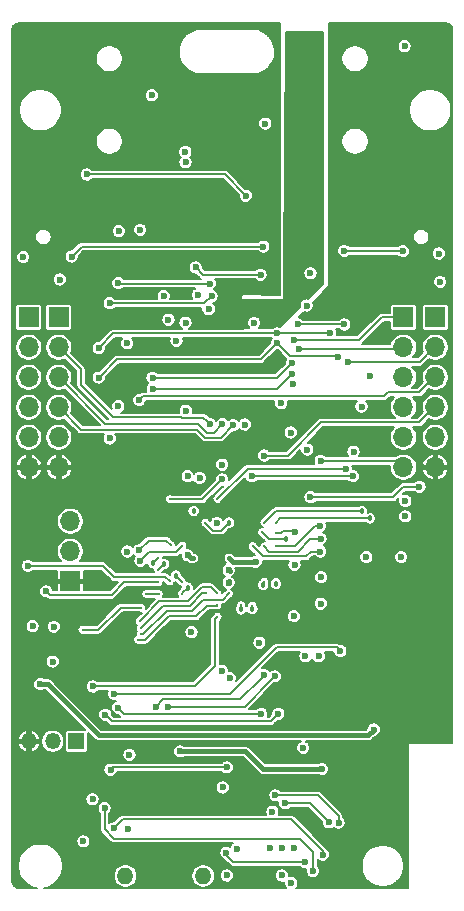
<source format=gbr>
G04 #@! TF.GenerationSoftware,KiCad,Pcbnew,(5.1.5)-3*
G04 #@! TF.CreationDate,2020-05-06T16:42:26+05:30*
G04 #@! TF.ProjectId,Tympan_D,54796d70-616e-45f4-942e-6b696361645f,rev?*
G04 #@! TF.SameCoordinates,PX6d878d0PY72e6100*
G04 #@! TF.FileFunction,Copper,L3,Inr*
G04 #@! TF.FilePolarity,Positive*
%FSLAX46Y46*%
G04 Gerber Fmt 4.6, Leading zero omitted, Abs format (unit mm)*
G04 Created by KiCad (PCBNEW (5.1.5)-3) date 2020-05-06 16:42:26*
%MOMM*%
%LPD*%
G04 APERTURE LIST*
%ADD10O,1.400000X1.400000*%
%ADD11R,1.700000X1.700000*%
%ADD12O,1.700000X1.700000*%
%ADD13R,1.350000X1.350000*%
%ADD14O,1.350000X1.350000*%
%ADD15C,0.600000*%
%ADD16C,0.254000*%
%ADD17C,0.457200*%
%ADD18C,0.381000*%
%ADD19C,0.203200*%
%ADD20C,0.177800*%
%ADD21C,0.200000*%
G04 APERTURE END LIST*
D10*
X9950000Y1400000D03*
X16550000Y1400000D03*
D11*
X5300000Y26350000D03*
D12*
X5300000Y28890000D03*
X5300000Y31430000D03*
D11*
X36200000Y48700000D03*
D12*
X36200000Y46160000D03*
X36200000Y43620000D03*
X36200000Y41080000D03*
X36200000Y38540000D03*
X36200000Y36000000D03*
D11*
X4318000Y48700000D03*
D12*
X4318000Y46160000D03*
X4318000Y43620000D03*
X4318000Y41080000D03*
X4318000Y38540000D03*
X4318000Y36000000D03*
D11*
X1778000Y48700000D03*
D12*
X1778000Y46160000D03*
X1778000Y43620000D03*
X1778000Y41080000D03*
X1778000Y38540000D03*
X1778000Y36000000D03*
D11*
X33500000Y48707000D03*
D12*
X33500000Y46167000D03*
X33500000Y43627000D03*
X33500000Y41087000D03*
X33500000Y38547000D03*
X33500000Y36007000D03*
D13*
X5800000Y12800000D03*
D14*
X3800000Y12800000D03*
X1800000Y12800000D03*
D15*
X10175000Y31675000D03*
X17000000Y49400000D03*
X18350000Y2350000D03*
X14550000Y7150000D03*
X36750000Y57600000D03*
X32250000Y56350000D03*
X1100000Y55050000D03*
X5600000Y56300000D03*
X27050000Y12400000D03*
X31275000Y30775000D03*
D16*
X16806402Y29200000D03*
X22700000Y24350000D03*
X15775000Y27300000D03*
D15*
X17394600Y44483000D03*
X19294600Y44483000D03*
X19294600Y46383000D03*
X17394600Y46383000D03*
D16*
X20750000Y27300000D03*
D15*
X14700000Y22049999D03*
X21550000Y51150000D03*
X20600000Y49200008D03*
X12100000Y18050004D03*
X34050000Y13850000D03*
X35150000Y19650000D03*
X8920000Y6280000D03*
X23090000Y40220000D03*
X25575000Y69850000D03*
X18200000Y8900000D03*
X36600000Y51700000D03*
X4400000Y51900000D03*
X3900000Y22500000D03*
X15250000Y28550000D03*
D16*
X15700000Y28300000D03*
D15*
X19400000Y3700000D03*
X13200000Y50500000D03*
X24275000Y27750000D03*
X30350000Y28400000D03*
X33300000Y28400000D03*
X3800000Y19550000D03*
X23140000Y41418399D03*
X25625000Y52425000D03*
X31000000Y13800000D03*
D16*
X17750000Y23350000D03*
D15*
X7200000Y17449998D03*
X2750000Y17640000D03*
X33650000Y31850000D03*
X33650000Y33150000D03*
X16100000Y50600000D03*
X13600000Y48500000D03*
X15075000Y40800000D03*
D16*
X12775000Y25275000D03*
X11725000Y25275000D03*
D15*
X33450000Y54300000D03*
X28475000Y54325000D03*
X24550000Y48110000D03*
X28490000Y48100000D03*
X36500000Y54100000D03*
X5400000Y53850000D03*
X20850000Y48225000D03*
X21630000Y54689998D03*
X1300000Y53800000D03*
X22400000Y6850000D03*
X7170000Y7890000D03*
X25000000Y12250002D03*
X21800000Y65100000D03*
X33600000Y71650000D03*
X9400000Y56000000D03*
X10100000Y46500000D03*
X11087500Y28962500D03*
X25825000Y1825000D03*
D16*
X13800000Y29425000D03*
D15*
X8200000Y7140000D03*
D16*
X14775000Y29375000D03*
D15*
X11225000Y28075000D03*
X8975000Y5425000D03*
X26675000Y3200000D03*
X22650000Y8225000D03*
X28000000Y5925000D03*
D17*
X19750000Y23975000D03*
D16*
X19750000Y24325000D03*
D15*
X18175000Y39650000D03*
X18150000Y36225000D03*
X17125000Y39650000D03*
D16*
X15725000Y32300000D03*
D17*
X15725000Y32300000D03*
D15*
X27175000Y5950000D03*
X23475000Y7550000D03*
D17*
X20700000Y24025000D03*
D16*
X20700000Y24300000D03*
D15*
X15550000Y22050000D03*
X18500000Y3375000D03*
X25125000Y2600000D03*
X19075000Y39575000D03*
D16*
X13725000Y33300000D03*
D15*
X18150000Y34975000D03*
X20075000Y39625000D03*
X16250000Y35100000D03*
D16*
X12700000Y28300000D03*
D17*
X12300000Y27900000D03*
D15*
X12275000Y42650000D03*
X24029998Y43900000D03*
D16*
X12725000Y27325000D03*
D17*
X13225000Y27800000D03*
D15*
X12250000Y43575000D03*
X24050000Y44810700D03*
D16*
X16725000Y31300000D03*
D17*
X18725000Y31325000D03*
D15*
X23950000Y38950000D03*
X26325000Y20000000D03*
X7700000Y43600000D03*
X22810000Y46540000D03*
X27940000Y45360000D03*
X25200000Y20000000D03*
X7700000Y46100000D03*
X27280000Y47400000D03*
X22800000Y47340000D03*
X9350000Y51600000D03*
X17100000Y51550000D03*
X9350000Y15650000D03*
X21450000Y15125000D03*
X9350000Y41175000D03*
X22900000Y15125000D03*
X8625000Y49900000D03*
X17250000Y50500000D03*
X8625000Y38450000D03*
X8250000Y15050000D03*
X15050000Y48250000D03*
X15050000Y61825000D03*
X14275000Y46700000D03*
X15025000Y62700000D03*
X18700000Y26250000D03*
D16*
X18700000Y26350000D03*
D15*
X21000000Y28000000D03*
D16*
X18750000Y28300000D03*
D15*
X21300000Y21150000D03*
X15225000Y35250000D03*
X26525000Y26700000D03*
D17*
X22700000Y26150000D03*
D16*
X22725000Y26300000D03*
D15*
X13550000Y15750000D03*
X22600000Y18300000D03*
X26500000Y24450000D03*
D16*
X22700000Y30450000D03*
D15*
X24350000Y30500000D03*
D16*
X21550000Y30500000D03*
D15*
X24225000Y23400000D03*
D17*
X23525000Y29975000D03*
D15*
X17700000Y31300000D03*
D16*
X17700000Y31300000D03*
D15*
X26425000Y31025000D03*
D16*
X22675000Y29350000D03*
X21725000Y29300000D03*
D15*
X26475000Y29950000D03*
D16*
X20725000Y29325000D03*
D15*
X26450000Y28875000D03*
D17*
X21625000Y26050000D03*
D16*
X21725000Y26300000D03*
D15*
X12550000Y15750004D03*
X21700008Y18400000D03*
X18700000Y27300000D03*
D16*
X18805382Y27250000D03*
X11250000Y21875000D03*
X18725000Y25325000D03*
X17725000Y25325000D03*
X11157301Y22967690D03*
X11025000Y21400000D03*
X17725000Y24325000D03*
X11250000Y22375000D03*
X16750000Y25325000D03*
X11250000Y24125000D03*
X6325000Y22250000D03*
D15*
X28150000Y20450000D03*
X9000000Y16800004D03*
X10300000Y11650000D03*
X26600000Y10450000D03*
X14600000Y11950000D03*
X23200000Y1450000D03*
X24000000Y800000D03*
X18550000Y1450000D03*
X2100000Y22550000D03*
X18550000Y10600000D03*
X10125000Y28875000D03*
X8700000Y10400000D03*
X22200000Y3800000D03*
X23200000Y3750000D03*
X24200000Y3750000D03*
X25300002Y49700000D03*
X25350000Y37500000D03*
X15900000Y52925000D03*
X21400000Y52300000D03*
X26486166Y36550435D03*
X25625000Y33475000D03*
X34850000Y34349998D03*
D17*
X30650000Y31675000D03*
D16*
X22725000Y31325000D03*
D15*
X30650000Y43700000D03*
D16*
X21725000Y31325000D03*
D17*
X29950000Y32300000D03*
D15*
X29950000Y41150000D03*
X18149998Y18750000D03*
X18800000Y18150000D03*
X10200000Y5400000D03*
X6400000Y4330000D03*
X6700000Y60800000D03*
X20150000Y59000000D03*
X12200000Y67500000D03*
X11200000Y56100000D03*
D16*
X12750000Y26275000D03*
D15*
X3250000Y25500000D03*
X11125000Y41700000D03*
D16*
X17750000Y33325000D03*
D15*
X28599998Y35902058D03*
X28775000Y44925000D03*
D16*
X14750000Y26300000D03*
D17*
X14225000Y26825000D03*
D15*
X21700000Y37000000D03*
X29275000Y37325000D03*
X29225000Y35250002D03*
D16*
X14750000Y25275000D03*
D17*
X15225000Y25825000D03*
D15*
X20650002Y35250002D03*
D16*
X13700000Y26350000D03*
D15*
X1700000Y27650000D03*
X24150000Y43050000D03*
X24630000Y46051600D03*
X24230000Y46770000D03*
D18*
X16806402Y29200000D02*
X16800000Y29200000D01*
X15500000Y28300000D02*
X15250000Y28550000D01*
X15700000Y28300000D02*
X15500000Y28300000D01*
D19*
X15868403Y17468403D02*
X7218405Y17468403D01*
X17550000Y19150000D02*
X15868403Y17468403D01*
X17550000Y23150000D02*
X17550000Y19150000D01*
X7218405Y17468403D02*
X7200000Y17449998D01*
X17750000Y23350000D02*
X17550000Y23150000D01*
D18*
X2750000Y17640000D02*
X2740000Y17650000D01*
X2740000Y17650000D02*
X2710000Y17650000D01*
X3360000Y17640000D02*
X2750000Y17640000D01*
X7700000Y13300000D02*
X3360000Y17640000D01*
X30500000Y13300000D02*
X7700000Y13300000D01*
X31000000Y13800000D02*
X30500000Y13300000D01*
D19*
X12775000Y25275000D02*
X11725000Y25275000D01*
X29800000Y54300000D02*
X33450000Y54300000D01*
X28500000Y54300000D02*
X29800000Y54300000D01*
X28475000Y54325000D02*
X28500000Y54300000D01*
X28480000Y48110000D02*
X28490000Y48100000D01*
X24550000Y48110000D02*
X28480000Y48110000D01*
X6239998Y54689998D02*
X21205736Y54689998D01*
X5400000Y53850000D02*
X6239998Y54689998D01*
X21205736Y54689998D02*
X21630000Y54689998D01*
X13400000Y29800000D02*
X13800000Y29400000D01*
X11925000Y29800000D02*
X13400000Y29800000D01*
X13800000Y29400000D02*
X13800000Y29425000D01*
X11087500Y28962500D02*
X11925000Y29800000D01*
X8200000Y6715736D02*
X8200000Y7140000D01*
X25825000Y1825000D02*
X25825000Y3450000D01*
X25825000Y3450000D02*
X24700000Y4575000D01*
X24700000Y4575000D02*
X8965000Y4575000D01*
X8965000Y4575000D02*
X8200000Y5340000D01*
X8200000Y5340000D02*
X8200000Y6715736D01*
X9750000Y6200000D02*
X8975000Y5425000D01*
X23975000Y6200000D02*
X9750000Y6200000D01*
X26675000Y3500000D02*
X23975000Y6200000D01*
X26675000Y3200000D02*
X26675000Y3500000D01*
X11950000Y28800000D02*
X11225000Y28075000D01*
X14200000Y28800000D02*
X11950000Y28800000D01*
X14775000Y29375000D02*
X14200000Y28800000D01*
X22650000Y8225000D02*
X26225000Y8225000D01*
X19750000Y23975000D02*
X19750000Y24300000D01*
X19750000Y24325000D02*
X19750000Y24300000D01*
X28000000Y6450000D02*
X28000000Y5925000D01*
X26225000Y8225000D02*
X28000000Y6450000D01*
X4330000Y43620000D02*
X4318000Y43620000D01*
X18175000Y39650000D02*
X17475000Y38950000D01*
X8250000Y39700000D02*
X4330000Y43620000D01*
X16100000Y39700000D02*
X8250000Y39700000D01*
X16850000Y38950000D02*
X16100000Y39700000D01*
X17475000Y38950000D02*
X16850000Y38950000D01*
X14770831Y40218399D02*
X16556601Y40218399D01*
X14764230Y40225000D02*
X14770831Y40218399D01*
X8925000Y40225000D02*
X14764230Y40225000D01*
X16556601Y40218399D02*
X16825001Y39949999D01*
X6200000Y42950000D02*
X8925000Y40225000D01*
X4340000Y46160000D02*
X6200000Y44300000D01*
X16825001Y39949999D02*
X17125000Y39650000D01*
X6200000Y44300000D02*
X6200000Y42950000D01*
X4318000Y46160000D02*
X4340000Y46160000D01*
X23475000Y7550000D02*
X25575000Y7550000D01*
X25575000Y7550000D02*
X27175000Y5950000D01*
X20700000Y24025000D02*
X20700000Y24300000D01*
X18500000Y3200000D02*
X18500000Y3375000D01*
X19100000Y2600000D02*
X18500000Y3200000D01*
X25125000Y2600000D02*
X19100000Y2600000D01*
X16032988Y39196798D02*
X6201202Y39196798D01*
X6201202Y39196798D02*
X4318000Y41080000D01*
X16704786Y38525000D02*
X16032988Y39196798D01*
X18025000Y38525000D02*
X16704786Y38525000D01*
X19075000Y39575000D02*
X18025000Y38525000D01*
X13725000Y33300000D02*
X16475000Y33300000D01*
X16475000Y33300000D02*
X18150000Y34975000D01*
X12700000Y28300000D02*
X12300000Y27900000D01*
X22779998Y42650000D02*
X23729999Y43600001D01*
X12275000Y42650000D02*
X22779998Y42650000D01*
X23729999Y43600001D02*
X24029998Y43900000D01*
X12725000Y27325000D02*
X13200000Y27800000D01*
X13200000Y27800000D02*
X13225000Y27800000D01*
X12250000Y43575000D02*
X22814300Y43575000D01*
X22814300Y43575000D02*
X23750001Y44510701D01*
X23750001Y44510701D02*
X24050000Y44810700D01*
X16725000Y31300000D02*
X17375000Y30650000D01*
X17375000Y30650000D02*
X18050000Y30650000D01*
X18050000Y30650000D02*
X18725000Y31325000D01*
D20*
X22510001Y46240001D02*
X22810000Y46540000D01*
X9250000Y45150000D02*
X21420000Y45150000D01*
X21420000Y45150000D02*
X22510001Y46240001D01*
X7700000Y43600000D02*
X9250000Y45150000D01*
D19*
X23880000Y45470000D02*
X27830000Y45470000D01*
X27830000Y45470000D02*
X27940000Y45360000D01*
X22810000Y46540000D02*
X23880000Y45470000D01*
X22860000Y47400000D02*
X22800000Y47340000D01*
X27280000Y47400000D02*
X22860000Y47400000D01*
D20*
X22375736Y47340000D02*
X22800000Y47340000D01*
X7700000Y46100000D02*
X8940000Y47340000D01*
X8940000Y47340000D02*
X22375736Y47340000D01*
X17100000Y51550000D02*
X9400000Y51550000D01*
X9400000Y51550000D02*
X9350000Y51600000D01*
X17100000Y51550000D02*
X17075000Y51525000D01*
D19*
X9875000Y15125000D02*
X9350000Y15650000D01*
X21450000Y15125000D02*
X9875000Y15125000D01*
D20*
X17250000Y50500000D02*
X16650000Y49900000D01*
X16650000Y49900000D02*
X8625000Y49900000D01*
X17250000Y50500000D02*
X17225000Y50525000D01*
D19*
X8799999Y14500001D02*
X8549999Y14750001D01*
X22900000Y15125000D02*
X22275001Y14500001D01*
X8549999Y14750001D02*
X8250000Y15050000D01*
X22275001Y14500001D02*
X8799999Y14500001D01*
D18*
X18700000Y26350000D02*
X18700000Y26250000D01*
X19050000Y28000000D02*
X21000000Y28000000D01*
X18750000Y28300000D02*
X19050000Y28000000D01*
D19*
X22725000Y26300000D02*
X22725000Y26175000D01*
X22725000Y26175000D02*
X22700000Y26150000D01*
X13550000Y15750000D02*
X20050000Y15750000D01*
X22300001Y18000001D02*
X22600000Y18300000D01*
X20050000Y15750000D02*
X22300001Y18000001D01*
X22700000Y30450000D02*
X23100000Y30450000D01*
X24200000Y30650000D02*
X24350000Y30500000D01*
X23300000Y30650000D02*
X24200000Y30650000D01*
X23100000Y30450000D02*
X23300000Y30650000D01*
X21550000Y30500000D02*
X22075000Y29975000D01*
X22075000Y29975000D02*
X23525000Y29975000D01*
X26425000Y31025000D02*
X26025000Y31025000D01*
X26025000Y31025000D02*
X24350000Y29350000D01*
X24350000Y29350000D02*
X22675000Y29350000D01*
X21725000Y29300000D02*
X22150000Y28875000D01*
X25620214Y29950000D02*
X26475000Y29950000D01*
X24545214Y28875000D02*
X25620214Y29950000D01*
X22150000Y28875000D02*
X24545214Y28875000D01*
X20725000Y29325000D02*
X21578202Y28471798D01*
X25665428Y28875000D02*
X26450000Y28875000D01*
X25262226Y28471798D02*
X25665428Y28875000D01*
X21578202Y28471798D02*
X25262226Y28471798D01*
X21625000Y26200000D02*
X21625000Y26050000D01*
X21725000Y26300000D02*
X21625000Y26200000D01*
X12550000Y15750004D02*
X13149996Y16350000D01*
X19650008Y16350000D02*
X21400009Y18100001D01*
X13149996Y16350000D02*
X19650008Y16350000D01*
X21400009Y18100001D02*
X21700008Y18400000D01*
D18*
X18755382Y27300000D02*
X18700000Y27300000D01*
X18805382Y27250000D02*
X18755382Y27300000D01*
D19*
X11250000Y21875000D02*
X11250000Y21850000D01*
X13448660Y23879490D02*
X11444170Y21875000D01*
X15563371Y23879491D02*
X13448660Y23879490D01*
X18725000Y25325000D02*
X18200000Y24800000D01*
X18200000Y24800000D02*
X16483880Y24800000D01*
X16483880Y24800000D02*
X15563371Y23879491D01*
X11444170Y21875000D02*
X11250000Y21875000D01*
X17725000Y25325000D02*
X17200000Y25850000D01*
X16450000Y25850000D02*
X15250000Y24650000D01*
X12839611Y24650000D02*
X11307300Y23117689D01*
X17200000Y25850000D02*
X16450000Y25850000D01*
X15250000Y24650000D02*
X12839611Y24650000D01*
X11307300Y23117689D02*
X11157301Y22967690D01*
D20*
X17750000Y24350000D02*
X17700000Y24300000D01*
D19*
X11237132Y21400000D02*
X11025000Y21400000D01*
X11650000Y21400000D02*
X11237132Y21400000D01*
X15950000Y23400000D02*
X13650000Y23400000D01*
X13650000Y23400000D02*
X11650000Y21400000D01*
X16850000Y24300000D02*
X15950000Y23400000D01*
X17700000Y24300000D02*
X16850000Y24300000D01*
X16750000Y25325000D02*
X16725000Y25325000D01*
X13137700Y24262700D02*
X11399999Y22524999D01*
X15404638Y24262700D02*
X13137700Y24262700D01*
X16750000Y25325000D02*
X16466938Y25325000D01*
X16466938Y25325000D02*
X15404638Y24262700D01*
X11399999Y22524999D02*
X11250000Y22375000D01*
X9550000Y24125000D02*
X11250000Y24125000D01*
X7675000Y22250000D02*
X9550000Y24125000D01*
X6325000Y22250000D02*
X7675000Y22250000D01*
X9424264Y16800004D02*
X9000000Y16800004D01*
X27850001Y20749999D02*
X22749999Y20749999D01*
X28150000Y20450000D02*
X27850001Y20749999D01*
X18800004Y16800004D02*
X9424264Y16800004D01*
X22749999Y20749999D02*
X18800004Y16800004D01*
D18*
X21600000Y10450000D02*
X26600000Y10450000D01*
X20100000Y11950000D02*
X21600000Y10450000D01*
X14600000Y11950000D02*
X20100000Y11950000D01*
D19*
X8900000Y10600000D02*
X8700000Y10400000D01*
X18550000Y10600000D02*
X8900000Y10600000D01*
D20*
X20975736Y52300000D02*
X21400000Y52300000D01*
X16525000Y52300000D02*
X20975736Y52300000D01*
X15900000Y52925000D02*
X16525000Y52300000D01*
D19*
X26910430Y36550435D02*
X26486166Y36550435D01*
X33024565Y36550435D02*
X26910430Y36550435D01*
X33500000Y36075000D02*
X33024565Y36550435D01*
X25625000Y33475000D02*
X32625000Y33475000D01*
X32625000Y33475000D02*
X33499998Y34349998D01*
X33499998Y34349998D02*
X34425736Y34349998D01*
X34425736Y34349998D02*
X34850000Y34349998D01*
X23075000Y31675000D02*
X30650000Y31675000D01*
X22725000Y31325000D02*
X23075000Y31675000D01*
X21725000Y31325000D02*
X22700000Y32300000D01*
X22700000Y32300000D02*
X29950000Y32300000D01*
X18350000Y60800000D02*
X11100000Y60800000D01*
X11100000Y60800000D02*
X6700000Y60800000D01*
X20150000Y59000000D02*
X18350000Y60800000D01*
X8800001Y25200001D02*
X3549999Y25200001D01*
X9875000Y26275000D02*
X8800001Y25200001D01*
X3549999Y25200001D02*
X3250000Y25500000D01*
X12750000Y26275000D02*
X9875000Y26275000D01*
X11424999Y41999999D02*
X31824999Y41999999D01*
X11125000Y41700000D02*
X11424999Y41999999D01*
X31824999Y41999999D02*
X32175000Y42350000D01*
X34830000Y42350000D02*
X36200000Y43720000D01*
X32175000Y42350000D02*
X34830000Y42350000D01*
X17750000Y33325000D02*
X20327058Y35902058D01*
X28175734Y35902058D02*
X28599998Y35902058D01*
X20327058Y35902058D02*
X28175734Y35902058D01*
X34865000Y44925000D02*
X36200000Y46260000D01*
X28775000Y44925000D02*
X34865000Y44925000D01*
X14750000Y26300000D02*
X14225000Y26825000D01*
X22124264Y37000000D02*
X21700000Y37000000D01*
X23725000Y37000000D02*
X22124264Y37000000D01*
X26525000Y39800000D02*
X23725000Y37000000D01*
X34820000Y39800000D02*
X26525000Y39800000D01*
X36200000Y41180000D02*
X34820000Y39800000D01*
X20650002Y35250002D02*
X28800736Y35250002D01*
X28800736Y35250002D02*
X29225000Y35250002D01*
X14750000Y25350000D02*
X15225000Y25825000D01*
X14750000Y25275000D02*
X14750000Y25350000D01*
X13700000Y26350000D02*
X13343399Y26706601D01*
X13343399Y26706601D02*
X8993399Y26706601D01*
X8993399Y26706601D02*
X8050000Y27650000D01*
X8050000Y27650000D02*
X2124264Y27650000D01*
X2124264Y27650000D02*
X1700000Y27650000D01*
X33384600Y46051600D02*
X33500000Y46167000D01*
X24630000Y46051600D02*
X33384600Y46051600D01*
X24230000Y46770000D02*
X29760000Y46770000D01*
X31697000Y48707000D02*
X33500000Y48707000D01*
X29760000Y46770000D02*
X31697000Y48707000D01*
D21*
G36*
X23025214Y50625765D02*
G01*
X19850763Y50649997D01*
X19831240Y50648225D01*
X19812438Y50642677D01*
X19795079Y50633569D01*
X19779831Y50621248D01*
X19767280Y50606190D01*
X19757907Y50588972D01*
X19752073Y50570257D01*
X19750013Y50548413D01*
X19753981Y50298413D01*
X19756211Y50278937D01*
X19762199Y50260270D01*
X19771713Y50243130D01*
X19784388Y50228176D01*
X19799738Y50215982D01*
X19817171Y50207016D01*
X19836018Y50201624D01*
X19853968Y50200000D01*
X23290625Y50200000D01*
X23310134Y50201921D01*
X23328893Y50207612D01*
X23346182Y50216853D01*
X23361336Y50229289D01*
X23373772Y50244443D01*
X23383013Y50261732D01*
X23388704Y50280491D01*
X23390623Y50299298D01*
X23405962Y52484095D01*
X25025000Y52484095D01*
X25025000Y52365905D01*
X25048058Y52249986D01*
X25093287Y52140793D01*
X25158950Y52042522D01*
X25242522Y51958950D01*
X25340793Y51893287D01*
X25449986Y51848058D01*
X25565905Y51825000D01*
X25684095Y51825000D01*
X25800014Y51848058D01*
X25909207Y51893287D01*
X26007478Y51958950D01*
X26091050Y52042522D01*
X26156713Y52140793D01*
X26201942Y52249986D01*
X26225000Y52365905D01*
X26225000Y52484095D01*
X26201942Y52600014D01*
X26156713Y52709207D01*
X26091050Y52807478D01*
X26007478Y52891050D01*
X25909207Y52956713D01*
X25800014Y53001942D01*
X25684095Y53025000D01*
X25565905Y53025000D01*
X25449986Y53001942D01*
X25340793Y52956713D01*
X25242522Y52891050D01*
X25158950Y52807478D01*
X25093287Y52709207D01*
X25048058Y52600014D01*
X25025000Y52484095D01*
X23405962Y52484095D01*
X23549301Y72900000D01*
X26699644Y72900000D01*
X26650001Y58950356D01*
X26650000Y58950000D01*
X26650000Y51540838D01*
X25421487Y50287590D01*
X25359097Y50300000D01*
X25240907Y50300000D01*
X25124988Y50276942D01*
X25015795Y50231713D01*
X24917524Y50166050D01*
X24833952Y50082478D01*
X24768289Y49984207D01*
X24723060Y49875014D01*
X24700002Y49759095D01*
X24700002Y49640905D01*
X24714773Y49566647D01*
X23062219Y47880821D01*
X22975014Y47916942D01*
X22859095Y47940000D01*
X22740905Y47940000D01*
X22624986Y47916942D01*
X22515793Y47871713D01*
X22417522Y47806050D01*
X22411472Y47800000D01*
X21273528Y47800000D01*
X21316050Y47842522D01*
X21381713Y47940793D01*
X21426942Y48049986D01*
X21450000Y48165905D01*
X21450000Y48284095D01*
X21426942Y48400014D01*
X21381713Y48509207D01*
X21316050Y48607478D01*
X21232478Y48691050D01*
X21134207Y48756713D01*
X21025014Y48801942D01*
X20909095Y48825000D01*
X20790905Y48825000D01*
X20674986Y48801942D01*
X20565793Y48756713D01*
X20467522Y48691050D01*
X20383950Y48607478D01*
X20318287Y48509207D01*
X20273058Y48400014D01*
X20250000Y48284095D01*
X20250000Y48165905D01*
X20273058Y48049986D01*
X20318287Y47940793D01*
X20383950Y47842522D01*
X20426472Y47800000D01*
X19975000Y47800000D01*
X19955491Y47798079D01*
X19936732Y47792388D01*
X19919443Y47783147D01*
X19904289Y47770711D01*
X19891853Y47755557D01*
X19882612Y47738268D01*
X19879770Y47728900D01*
X15350090Y47728900D01*
X15432478Y47783950D01*
X15516050Y47867522D01*
X15581713Y47965793D01*
X15626942Y48074986D01*
X15650000Y48190905D01*
X15650000Y48309095D01*
X15626942Y48425014D01*
X15581713Y48534207D01*
X15516050Y48632478D01*
X15432478Y48716050D01*
X15334207Y48781713D01*
X15225014Y48826942D01*
X15109095Y48850000D01*
X14990905Y48850000D01*
X14874986Y48826942D01*
X14765793Y48781713D01*
X14667522Y48716050D01*
X14583950Y48632478D01*
X14518287Y48534207D01*
X14473058Y48425014D01*
X14450000Y48309095D01*
X14450000Y48190905D01*
X14473058Y48074986D01*
X14518287Y47965793D01*
X14583950Y47867522D01*
X14667522Y47783950D01*
X14749910Y47728900D01*
X8959098Y47728900D01*
X8940000Y47730781D01*
X8863761Y47723272D01*
X8861144Y47722478D01*
X8790455Y47701035D01*
X8722894Y47664923D01*
X8663676Y47616324D01*
X8651502Y47601490D01*
X7750013Y46700000D01*
X7640905Y46700000D01*
X7524986Y46676942D01*
X7415793Y46631713D01*
X7317522Y46566050D01*
X7233950Y46482478D01*
X7168287Y46384207D01*
X7123058Y46275014D01*
X7100000Y46159095D01*
X7100000Y46040905D01*
X7123058Y45924986D01*
X7168287Y45815793D01*
X7233950Y45717522D01*
X7317522Y45633950D01*
X7415793Y45568287D01*
X7524986Y45523058D01*
X7640905Y45500000D01*
X7759095Y45500000D01*
X7875014Y45523058D01*
X7984207Y45568287D01*
X8082478Y45633950D01*
X8166050Y45717522D01*
X8231713Y45815793D01*
X8276942Y45924986D01*
X8300000Y46040905D01*
X8300000Y46150013D01*
X9101088Y46951100D01*
X9702572Y46951100D01*
X9633950Y46882478D01*
X9568287Y46784207D01*
X9523058Y46675014D01*
X9500000Y46559095D01*
X9500000Y46440905D01*
X9523058Y46324986D01*
X9568287Y46215793D01*
X9633950Y46117522D01*
X9717522Y46033950D01*
X9815793Y45968287D01*
X9924986Y45923058D01*
X10040905Y45900000D01*
X10159095Y45900000D01*
X10275014Y45923058D01*
X10384207Y45968287D01*
X10482478Y46033950D01*
X10566050Y46117522D01*
X10631713Y46215793D01*
X10676942Y46324986D01*
X10700000Y46440905D01*
X10700000Y46559095D01*
X10676942Y46675014D01*
X10631713Y46784207D01*
X10566050Y46882478D01*
X10497428Y46951100D01*
X13729574Y46951100D01*
X13698058Y46875014D01*
X13675000Y46759095D01*
X13675000Y46640905D01*
X13698058Y46524986D01*
X13743287Y46415793D01*
X13808950Y46317522D01*
X13892522Y46233950D01*
X13990793Y46168287D01*
X14099986Y46123058D01*
X14215905Y46100000D01*
X14334095Y46100000D01*
X14450014Y46123058D01*
X14559207Y46168287D01*
X14657478Y46233950D01*
X14741050Y46317522D01*
X14806713Y46415793D01*
X14851942Y46524986D01*
X14875000Y46640905D01*
X14875000Y46759095D01*
X14851942Y46875014D01*
X14820426Y46951100D01*
X22340372Y46951100D01*
X22356472Y46935000D01*
X22343950Y46922478D01*
X22278287Y46824207D01*
X22233058Y46715014D01*
X22210000Y46599095D01*
X22210000Y46489988D01*
X21258913Y45538900D01*
X9269097Y45538900D01*
X9249999Y45540781D01*
X9173761Y45533272D01*
X9146492Y45525000D01*
X9100455Y45511035D01*
X9032894Y45474923D01*
X9004475Y45451600D01*
X8988792Y45438729D01*
X8973676Y45426324D01*
X8961502Y45411490D01*
X7750013Y44200000D01*
X7640905Y44200000D01*
X7524986Y44176942D01*
X7415793Y44131713D01*
X7317522Y44066050D01*
X7233950Y43982478D01*
X7168287Y43884207D01*
X7123058Y43775014D01*
X7100000Y43659095D01*
X7100000Y43540905D01*
X7123058Y43424986D01*
X7168287Y43315793D01*
X7233950Y43217522D01*
X7317522Y43133950D01*
X7415793Y43068287D01*
X7524986Y43023058D01*
X7640905Y43000000D01*
X7759095Y43000000D01*
X7875014Y43023058D01*
X7984207Y43068287D01*
X8082478Y43133950D01*
X8166050Y43217522D01*
X8231713Y43315793D01*
X8276942Y43424986D01*
X8300000Y43540905D01*
X8300000Y43650013D01*
X9411088Y44761100D01*
X21400902Y44761100D01*
X21420000Y44759219D01*
X21496238Y44766728D01*
X21569545Y44788965D01*
X21637106Y44825077D01*
X21696324Y44873676D01*
X21708502Y44888515D01*
X22759988Y45940000D01*
X22842053Y45940000D01*
X23582076Y45199976D01*
X23585985Y45195213D01*
X23583950Y45193178D01*
X23518287Y45094907D01*
X23473058Y44985714D01*
X23450000Y44869795D01*
X23450000Y44778649D01*
X22647953Y43976600D01*
X12696928Y43976600D01*
X12632478Y44041050D01*
X12534207Y44106713D01*
X12425014Y44151942D01*
X12309095Y44175000D01*
X12190905Y44175000D01*
X12074986Y44151942D01*
X11965793Y44106713D01*
X11867522Y44041050D01*
X11783950Y43957478D01*
X11718287Y43859207D01*
X11673058Y43750014D01*
X11650000Y43634095D01*
X11650000Y43515905D01*
X11673058Y43399986D01*
X11718287Y43290793D01*
X11783950Y43192522D01*
X11867522Y43108950D01*
X11878252Y43101780D01*
X11808950Y43032478D01*
X11743287Y42934207D01*
X11698058Y42825014D01*
X11675000Y42709095D01*
X11675000Y42590905D01*
X11698058Y42474986D01*
X11728456Y42401599D01*
X11444727Y42401599D01*
X11424999Y42403542D01*
X11346271Y42395788D01*
X11270569Y42372824D01*
X11255281Y42364652D01*
X11200803Y42335533D01*
X11157506Y42300000D01*
X11065905Y42300000D01*
X10949986Y42276942D01*
X10840793Y42231713D01*
X10742522Y42166050D01*
X10658950Y42082478D01*
X10593287Y41984207D01*
X10548058Y41875014D01*
X10525000Y41759095D01*
X10525000Y41640905D01*
X10548058Y41524986D01*
X10593287Y41415793D01*
X10658950Y41317522D01*
X10742522Y41233950D01*
X10840793Y41168287D01*
X10949986Y41123058D01*
X11065905Y41100000D01*
X11184095Y41100000D01*
X11300014Y41123058D01*
X11409207Y41168287D01*
X11507478Y41233950D01*
X11591050Y41317522D01*
X11656713Y41415793D01*
X11701942Y41524986D01*
X11716545Y41598399D01*
X22565123Y41598399D01*
X22563058Y41593413D01*
X22540000Y41477494D01*
X22540000Y41359304D01*
X22563058Y41243385D01*
X22608287Y41134192D01*
X22673950Y41035921D01*
X22757522Y40952349D01*
X22855793Y40886686D01*
X22964986Y40841457D01*
X23080905Y40818399D01*
X23199095Y40818399D01*
X23315014Y40841457D01*
X23424207Y40886686D01*
X23522478Y40952349D01*
X23606050Y41035921D01*
X23671713Y41134192D01*
X23716942Y41243385D01*
X23740000Y41359304D01*
X23740000Y41477494D01*
X23716942Y41593413D01*
X23714877Y41598399D01*
X29549871Y41598399D01*
X29483950Y41532478D01*
X29418287Y41434207D01*
X29373058Y41325014D01*
X29350000Y41209095D01*
X29350000Y41090905D01*
X29373058Y40974986D01*
X29418287Y40865793D01*
X29483950Y40767522D01*
X29567522Y40683950D01*
X29665793Y40618287D01*
X29774986Y40573058D01*
X29890905Y40550000D01*
X30009095Y40550000D01*
X30125014Y40573058D01*
X30234207Y40618287D01*
X30332478Y40683950D01*
X30416050Y40767522D01*
X30481713Y40865793D01*
X30526942Y40974986D01*
X30550000Y41090905D01*
X30550000Y41209095D01*
X30526942Y41325014D01*
X30481713Y41434207D01*
X30416050Y41532478D01*
X30350129Y41598399D01*
X31805274Y41598399D01*
X31824999Y41596456D01*
X31844724Y41598399D01*
X31844726Y41598399D01*
X31903726Y41604210D01*
X31979428Y41627174D01*
X32049195Y41664465D01*
X32110347Y41714651D01*
X32122927Y41729980D01*
X32341348Y41948400D01*
X32735055Y41948400D01*
X32606737Y41820082D01*
X32480884Y41631729D01*
X32394194Y41422443D01*
X32350000Y41200265D01*
X32350000Y40973735D01*
X32394194Y40751557D01*
X32480884Y40542271D01*
X32606737Y40353918D01*
X32759055Y40201600D01*
X26544725Y40201600D01*
X26525000Y40203543D01*
X26505275Y40201600D01*
X26505273Y40201600D01*
X26446273Y40195789D01*
X26370571Y40172825D01*
X26300804Y40135534D01*
X26239652Y40085348D01*
X26227076Y40070024D01*
X23558653Y37401600D01*
X22146928Y37401600D01*
X22082478Y37466050D01*
X21984207Y37531713D01*
X21875014Y37576942D01*
X21759095Y37600000D01*
X21640905Y37600000D01*
X21524986Y37576942D01*
X21415793Y37531713D01*
X21317522Y37466050D01*
X21233950Y37382478D01*
X21168287Y37284207D01*
X21123058Y37175014D01*
X21100000Y37059095D01*
X21100000Y36940905D01*
X21123058Y36824986D01*
X21168287Y36715793D01*
X21233950Y36617522D01*
X21317522Y36533950D01*
X21415793Y36468287D01*
X21524986Y36423058D01*
X21640905Y36400000D01*
X21759095Y36400000D01*
X21875014Y36423058D01*
X21984207Y36468287D01*
X22082478Y36533950D01*
X22146928Y36598400D01*
X23705275Y36598400D01*
X23725000Y36596457D01*
X23744725Y36598400D01*
X23744727Y36598400D01*
X23803727Y36604211D01*
X23879429Y36627175D01*
X23949196Y36664466D01*
X24010348Y36714652D01*
X24022929Y36729982D01*
X24750000Y37457053D01*
X24750000Y37440905D01*
X24773058Y37324986D01*
X24818287Y37215793D01*
X24883950Y37117522D01*
X24967522Y37033950D01*
X25065793Y36968287D01*
X25174986Y36923058D01*
X25290905Y36900000D01*
X25409095Y36900000D01*
X25525014Y36923058D01*
X25634207Y36968287D01*
X25732478Y37033950D01*
X25816050Y37117522D01*
X25881713Y37215793D01*
X25926942Y37324986D01*
X25950000Y37440905D01*
X25950000Y37559095D01*
X25926942Y37675014D01*
X25881713Y37784207D01*
X25816050Y37882478D01*
X25732478Y37966050D01*
X25634207Y38031713D01*
X25525014Y38076942D01*
X25409095Y38100000D01*
X25392947Y38100000D01*
X26691348Y39398400D01*
X32725055Y39398400D01*
X32606737Y39280082D01*
X32480884Y39091729D01*
X32394194Y38882443D01*
X32350000Y38660265D01*
X32350000Y38433735D01*
X32394194Y38211557D01*
X32480884Y38002271D01*
X32606737Y37813918D01*
X32766918Y37653737D01*
X32955271Y37527884D01*
X33164557Y37441194D01*
X33386735Y37397000D01*
X33613265Y37397000D01*
X33835443Y37441194D01*
X34044729Y37527884D01*
X34233082Y37653737D01*
X34393263Y37813918D01*
X34519116Y38002271D01*
X34605806Y38211557D01*
X34650000Y38433735D01*
X34650000Y38653265D01*
X35050000Y38653265D01*
X35050000Y38426735D01*
X35094194Y38204557D01*
X35180884Y37995271D01*
X35306737Y37806918D01*
X35466918Y37646737D01*
X35655271Y37520884D01*
X35864557Y37434194D01*
X36086735Y37390000D01*
X36313265Y37390000D01*
X36535443Y37434194D01*
X36744729Y37520884D01*
X36933082Y37646737D01*
X37093263Y37806918D01*
X37219116Y37995271D01*
X37305806Y38204557D01*
X37350000Y38426735D01*
X37350000Y38653265D01*
X37305806Y38875443D01*
X37219116Y39084729D01*
X37093263Y39273082D01*
X36933082Y39433263D01*
X36744729Y39559116D01*
X36535443Y39645806D01*
X36313265Y39690000D01*
X36086735Y39690000D01*
X35864557Y39645806D01*
X35655271Y39559116D01*
X35466918Y39433263D01*
X35306737Y39273082D01*
X35180884Y39084729D01*
X35094194Y38875443D01*
X35050000Y38653265D01*
X34650000Y38653265D01*
X34650000Y38660265D01*
X34605806Y38882443D01*
X34519116Y39091729D01*
X34393263Y39280082D01*
X34274945Y39398400D01*
X34800275Y39398400D01*
X34820000Y39396457D01*
X34839725Y39398400D01*
X34839727Y39398400D01*
X34898727Y39404211D01*
X34974429Y39427175D01*
X35044196Y39464466D01*
X35105348Y39514652D01*
X35117929Y39529982D01*
X35651411Y40063463D01*
X35655271Y40060884D01*
X35864557Y39974194D01*
X36086735Y39930000D01*
X36313265Y39930000D01*
X36535443Y39974194D01*
X36744729Y40060884D01*
X36933082Y40186737D01*
X37093263Y40346918D01*
X37219116Y40535271D01*
X37305806Y40744557D01*
X37350000Y40966735D01*
X37350000Y41193265D01*
X37305806Y41415443D01*
X37219116Y41624729D01*
X37093263Y41813082D01*
X36933082Y41973263D01*
X36744729Y42099116D01*
X36535443Y42185806D01*
X36313265Y42230000D01*
X36086735Y42230000D01*
X35864557Y42185806D01*
X35655271Y42099116D01*
X35466918Y41973263D01*
X35306737Y41813082D01*
X35180884Y41624729D01*
X35094194Y41415443D01*
X35050000Y41193265D01*
X35050000Y40966735D01*
X35094194Y40744557D01*
X35124191Y40672138D01*
X34653653Y40201600D01*
X34240945Y40201600D01*
X34393263Y40353918D01*
X34519116Y40542271D01*
X34605806Y40751557D01*
X34650000Y40973735D01*
X34650000Y41200265D01*
X34605806Y41422443D01*
X34519116Y41631729D01*
X34393263Y41820082D01*
X34264945Y41948400D01*
X34810275Y41948400D01*
X34830000Y41946457D01*
X34849725Y41948400D01*
X34849727Y41948400D01*
X34908727Y41954211D01*
X34984429Y41977175D01*
X35054196Y42014466D01*
X35115348Y42064652D01*
X35127929Y42079982D01*
X35651411Y42603463D01*
X35655271Y42600884D01*
X35864557Y42514194D01*
X36086735Y42470000D01*
X36313265Y42470000D01*
X36535443Y42514194D01*
X36744729Y42600884D01*
X36933082Y42726737D01*
X37093263Y42886918D01*
X37219116Y43075271D01*
X37305806Y43284557D01*
X37350000Y43506735D01*
X37350000Y43733265D01*
X37305806Y43955443D01*
X37219116Y44164729D01*
X37093263Y44353082D01*
X36933082Y44513263D01*
X36744729Y44639116D01*
X36535443Y44725806D01*
X36313265Y44770000D01*
X36086735Y44770000D01*
X35864557Y44725806D01*
X35655271Y44639116D01*
X35466918Y44513263D01*
X35306737Y44353082D01*
X35180884Y44164729D01*
X35094194Y43955443D01*
X35050000Y43733265D01*
X35050000Y43506735D01*
X35094194Y43284557D01*
X35124191Y43212138D01*
X34663653Y42751600D01*
X34250945Y42751600D01*
X34393263Y42893918D01*
X34519116Y43082271D01*
X34605806Y43291557D01*
X34650000Y43513735D01*
X34650000Y43740265D01*
X34605806Y43962443D01*
X34519116Y44171729D01*
X34393263Y44360082D01*
X34233082Y44520263D01*
X34228387Y44523400D01*
X34845275Y44523400D01*
X34865000Y44521457D01*
X34884725Y44523400D01*
X34884727Y44523400D01*
X34943727Y44529211D01*
X35019429Y44552175D01*
X35089196Y44589466D01*
X35150348Y44639652D01*
X35162929Y44654982D01*
X35651411Y45143463D01*
X35655271Y45140884D01*
X35864557Y45054194D01*
X36086735Y45010000D01*
X36313265Y45010000D01*
X36535443Y45054194D01*
X36744729Y45140884D01*
X36933082Y45266737D01*
X37093263Y45426918D01*
X37219116Y45615271D01*
X37305806Y45824557D01*
X37350000Y46046735D01*
X37350000Y46273265D01*
X37305806Y46495443D01*
X37219116Y46704729D01*
X37093263Y46893082D01*
X36933082Y47053263D01*
X36744729Y47179116D01*
X36535443Y47265806D01*
X36313265Y47310000D01*
X36086735Y47310000D01*
X35864557Y47265806D01*
X35655271Y47179116D01*
X35466918Y47053263D01*
X35306737Y46893082D01*
X35180884Y46704729D01*
X35094194Y46495443D01*
X35050000Y46273265D01*
X35050000Y46046735D01*
X35094194Y45824557D01*
X35124191Y45752139D01*
X34698653Y45326600D01*
X34285945Y45326600D01*
X34393263Y45433918D01*
X34519116Y45622271D01*
X34605806Y45831557D01*
X34650000Y46053735D01*
X34650000Y46280265D01*
X34605806Y46502443D01*
X34519116Y46711729D01*
X34393263Y46900082D01*
X34233082Y47060263D01*
X34044729Y47186116D01*
X33835443Y47272806D01*
X33613265Y47317000D01*
X33386735Y47317000D01*
X33164557Y47272806D01*
X32955271Y47186116D01*
X32766918Y47060263D01*
X32606737Y46900082D01*
X32480884Y46711729D01*
X32394194Y46502443D01*
X32384399Y46453200D01*
X30007024Y46453200D01*
X30045348Y46484652D01*
X30057929Y46499982D01*
X31863348Y48305400D01*
X32348549Y48305400D01*
X32348549Y47857000D01*
X32354341Y47798190D01*
X32371496Y47741640D01*
X32399353Y47689523D01*
X32436842Y47643842D01*
X32482523Y47606353D01*
X32534640Y47578496D01*
X32591190Y47561341D01*
X32650000Y47555549D01*
X34350000Y47555549D01*
X34408810Y47561341D01*
X34465360Y47578496D01*
X34517477Y47606353D01*
X34563158Y47643842D01*
X34600647Y47689523D01*
X34628504Y47741640D01*
X34645659Y47798190D01*
X34651451Y47857000D01*
X34651451Y49550000D01*
X35048549Y49550000D01*
X35048549Y47850000D01*
X35054341Y47791190D01*
X35071496Y47734640D01*
X35099353Y47682523D01*
X35136842Y47636842D01*
X35182523Y47599353D01*
X35234640Y47571496D01*
X35291190Y47554341D01*
X35350000Y47548549D01*
X37050000Y47548549D01*
X37108810Y47554341D01*
X37165360Y47571496D01*
X37217477Y47599353D01*
X37263158Y47636842D01*
X37300647Y47682523D01*
X37328504Y47734640D01*
X37345659Y47791190D01*
X37351451Y47850000D01*
X37351451Y49550000D01*
X37345659Y49608810D01*
X37328504Y49665360D01*
X37300647Y49717477D01*
X37263158Y49763158D01*
X37217477Y49800647D01*
X37165360Y49828504D01*
X37108810Y49845659D01*
X37050000Y49851451D01*
X35350000Y49851451D01*
X35291190Y49845659D01*
X35234640Y49828504D01*
X35182523Y49800647D01*
X35136842Y49763158D01*
X35099353Y49717477D01*
X35071496Y49665360D01*
X35054341Y49608810D01*
X35048549Y49550000D01*
X34651451Y49550000D01*
X34651451Y49557000D01*
X34645659Y49615810D01*
X34628504Y49672360D01*
X34600647Y49724477D01*
X34563158Y49770158D01*
X34517477Y49807647D01*
X34465360Y49835504D01*
X34408810Y49852659D01*
X34350000Y49858451D01*
X32650000Y49858451D01*
X32591190Y49852659D01*
X32534640Y49835504D01*
X32482523Y49807647D01*
X32436842Y49770158D01*
X32399353Y49724477D01*
X32371496Y49672360D01*
X32354341Y49615810D01*
X32348549Y49557000D01*
X32348549Y49108600D01*
X31716728Y49108600D01*
X31697000Y49110543D01*
X31618272Y49102789D01*
X31542570Y49079825D01*
X31505279Y49059892D01*
X31472804Y49042534D01*
X31411652Y48992348D01*
X31399076Y48977024D01*
X29593653Y47171600D01*
X27834829Y47171600D01*
X27856942Y47224986D01*
X27880000Y47340905D01*
X27880000Y47459095D01*
X27856942Y47575014D01*
X27811713Y47684207D01*
X27795548Y47708400D01*
X28033072Y47708400D01*
X28107522Y47633950D01*
X28205793Y47568287D01*
X28314986Y47523058D01*
X28430905Y47500000D01*
X28549095Y47500000D01*
X28665014Y47523058D01*
X28774207Y47568287D01*
X28872478Y47633950D01*
X28956050Y47717522D01*
X29021713Y47815793D01*
X29066942Y47924986D01*
X29090000Y48040905D01*
X29090000Y48159095D01*
X29066942Y48275014D01*
X29021713Y48384207D01*
X28956050Y48482478D01*
X28872478Y48566050D01*
X28774207Y48631713D01*
X28665014Y48676942D01*
X28549095Y48700000D01*
X28430905Y48700000D01*
X28314986Y48676942D01*
X28205793Y48631713D01*
X28107522Y48566050D01*
X28053072Y48511600D01*
X24996928Y48511600D01*
X24932478Y48576050D01*
X24834207Y48641713D01*
X24725014Y48686942D01*
X24660262Y48699822D01*
X25022394Y49081013D01*
X25080270Y49141581D01*
X25124988Y49123058D01*
X25240907Y49100000D01*
X25359097Y49100000D01*
X25475016Y49123058D01*
X25584209Y49168287D01*
X25682480Y49233950D01*
X25766052Y49317522D01*
X25831715Y49415793D01*
X25876944Y49524986D01*
X25900002Y49640905D01*
X25900002Y49759095D01*
X25876944Y49875014D01*
X25847963Y49944981D01*
X27172299Y51330914D01*
X27184388Y51346347D01*
X27193234Y51363841D01*
X27198496Y51382724D01*
X27200000Y51400000D01*
X27200000Y51759095D01*
X36000000Y51759095D01*
X36000000Y51640905D01*
X36023058Y51524986D01*
X36068287Y51415793D01*
X36133950Y51317522D01*
X36217522Y51233950D01*
X36315793Y51168287D01*
X36424986Y51123058D01*
X36540905Y51100000D01*
X36659095Y51100000D01*
X36775014Y51123058D01*
X36884207Y51168287D01*
X36982478Y51233950D01*
X37066050Y51317522D01*
X37131713Y51415793D01*
X37176942Y51524986D01*
X37200000Y51640905D01*
X37200000Y51759095D01*
X37176942Y51875014D01*
X37131713Y51984207D01*
X37066050Y52082478D01*
X36982478Y52166050D01*
X36884207Y52231713D01*
X36775014Y52276942D01*
X36659095Y52300000D01*
X36540905Y52300000D01*
X36424986Y52276942D01*
X36315793Y52231713D01*
X36217522Y52166050D01*
X36133950Y52082478D01*
X36068287Y51984207D01*
X36023058Y51875014D01*
X36000000Y51759095D01*
X27200000Y51759095D01*
X27200000Y54384095D01*
X27875000Y54384095D01*
X27875000Y54265905D01*
X27898058Y54149986D01*
X27943287Y54040793D01*
X28008950Y53942522D01*
X28092522Y53858950D01*
X28190793Y53793287D01*
X28299986Y53748058D01*
X28415905Y53725000D01*
X28534095Y53725000D01*
X28650014Y53748058D01*
X28759207Y53793287D01*
X28857478Y53858950D01*
X28896928Y53898400D01*
X33003072Y53898400D01*
X33067522Y53833950D01*
X33165793Y53768287D01*
X33274986Y53723058D01*
X33390905Y53700000D01*
X33509095Y53700000D01*
X33625014Y53723058D01*
X33734207Y53768287D01*
X33832478Y53833950D01*
X33916050Y53917522D01*
X33981713Y54015793D01*
X34026942Y54124986D01*
X34033726Y54159095D01*
X35900000Y54159095D01*
X35900000Y54040905D01*
X35923058Y53924986D01*
X35968287Y53815793D01*
X36033950Y53717522D01*
X36117522Y53633950D01*
X36215793Y53568287D01*
X36324986Y53523058D01*
X36440905Y53500000D01*
X36559095Y53500000D01*
X36675014Y53523058D01*
X36784207Y53568287D01*
X36882478Y53633950D01*
X36966050Y53717522D01*
X37031713Y53815793D01*
X37076942Y53924986D01*
X37100000Y54040905D01*
X37100000Y54159095D01*
X37076942Y54275014D01*
X37031713Y54384207D01*
X36966050Y54482478D01*
X36882478Y54566050D01*
X36784207Y54631713D01*
X36675014Y54676942D01*
X36559095Y54700000D01*
X36440905Y54700000D01*
X36324986Y54676942D01*
X36215793Y54631713D01*
X36117522Y54566050D01*
X36033950Y54482478D01*
X35968287Y54384207D01*
X35923058Y54275014D01*
X35900000Y54159095D01*
X34033726Y54159095D01*
X34050000Y54240905D01*
X34050000Y54359095D01*
X34026942Y54475014D01*
X33981713Y54584207D01*
X33916050Y54682478D01*
X33832478Y54766050D01*
X33734207Y54831713D01*
X33625014Y54876942D01*
X33509095Y54900000D01*
X33390905Y54900000D01*
X33274986Y54876942D01*
X33165793Y54831713D01*
X33067522Y54766050D01*
X33003072Y54701600D01*
X28944978Y54701600D01*
X28941050Y54707478D01*
X28857478Y54791050D01*
X28759207Y54856713D01*
X28650014Y54901942D01*
X28534095Y54925000D01*
X28415905Y54925000D01*
X28299986Y54901942D01*
X28190793Y54856713D01*
X28092522Y54791050D01*
X28008950Y54707478D01*
X27943287Y54609207D01*
X27898058Y54500014D01*
X27875000Y54384095D01*
X27200000Y54384095D01*
X27200000Y55568944D01*
X34300000Y55568944D01*
X34300000Y55431056D01*
X34326901Y55295818D01*
X34379668Y55168426D01*
X34456274Y55053776D01*
X34553776Y54956274D01*
X34668426Y54879668D01*
X34795818Y54826901D01*
X34931056Y54800000D01*
X35068944Y54800000D01*
X35204182Y54826901D01*
X35331574Y54879668D01*
X35446224Y54956274D01*
X35543726Y55053776D01*
X35620332Y55168426D01*
X35673099Y55295818D01*
X35700000Y55431056D01*
X35700000Y55568944D01*
X35673099Y55704182D01*
X35620332Y55831574D01*
X35543726Y55946224D01*
X35446224Y56043726D01*
X35331574Y56120332D01*
X35204182Y56173099D01*
X35068944Y56200000D01*
X34931056Y56200000D01*
X34795818Y56173099D01*
X34668426Y56120332D01*
X34553776Y56043726D01*
X34456274Y55946224D01*
X34379668Y55831574D01*
X34326901Y55704182D01*
X34300000Y55568944D01*
X27200000Y55568944D01*
X27200000Y63713265D01*
X28250000Y63713265D01*
X28250000Y63486735D01*
X28294194Y63264557D01*
X28380884Y63055271D01*
X28506737Y62866918D01*
X28666918Y62706737D01*
X28855271Y62580884D01*
X29064557Y62494194D01*
X29286735Y62450000D01*
X29513265Y62450000D01*
X29735443Y62494194D01*
X29944729Y62580884D01*
X30133082Y62706737D01*
X30293263Y62866918D01*
X30419116Y63055271D01*
X30505806Y63264557D01*
X30550000Y63486735D01*
X30550000Y63713265D01*
X30505806Y63935443D01*
X30419116Y64144729D01*
X30293263Y64333082D01*
X30133082Y64493263D01*
X29944729Y64619116D01*
X29735443Y64705806D01*
X29513265Y64750000D01*
X29286735Y64750000D01*
X29064557Y64705806D01*
X28855271Y64619116D01*
X28666918Y64493263D01*
X28506737Y64333082D01*
X28380884Y64144729D01*
X28294194Y63935443D01*
X28250000Y63713265D01*
X27200000Y63713265D01*
X27200000Y66427284D01*
X33950000Y66427284D01*
X33950000Y66072716D01*
X34019173Y65724959D01*
X34154861Y65397380D01*
X34351849Y65102567D01*
X34602567Y64851849D01*
X34897380Y64654861D01*
X35224959Y64519173D01*
X35572716Y64450000D01*
X35927284Y64450000D01*
X36275041Y64519173D01*
X36602620Y64654861D01*
X36897433Y64851849D01*
X37148151Y65102567D01*
X37345139Y65397380D01*
X37480827Y65724959D01*
X37550000Y66072716D01*
X37550000Y66427284D01*
X37480827Y66775041D01*
X37345139Y67102620D01*
X37148151Y67397433D01*
X36897433Y67648151D01*
X36602620Y67845139D01*
X36275041Y67980827D01*
X35927284Y68050000D01*
X35572716Y68050000D01*
X35224959Y67980827D01*
X34897380Y67845139D01*
X34602567Y67648151D01*
X34351849Y67397433D01*
X34154861Y67102620D01*
X34019173Y66775041D01*
X33950000Y66427284D01*
X27200000Y66427284D01*
X27200000Y70713265D01*
X28250000Y70713265D01*
X28250000Y70486735D01*
X28294194Y70264557D01*
X28380884Y70055271D01*
X28506737Y69866918D01*
X28666918Y69706737D01*
X28855271Y69580884D01*
X29064557Y69494194D01*
X29286735Y69450000D01*
X29513265Y69450000D01*
X29735443Y69494194D01*
X29944729Y69580884D01*
X30133082Y69706737D01*
X30293263Y69866918D01*
X30419116Y70055271D01*
X30505806Y70264557D01*
X30550000Y70486735D01*
X30550000Y70713265D01*
X30505806Y70935443D01*
X30419116Y71144729D01*
X30293263Y71333082D01*
X30133082Y71493263D01*
X29944729Y71619116D01*
X29735443Y71705806D01*
X29718909Y71709095D01*
X33000000Y71709095D01*
X33000000Y71590905D01*
X33023058Y71474986D01*
X33068287Y71365793D01*
X33133950Y71267522D01*
X33217522Y71183950D01*
X33315793Y71118287D01*
X33424986Y71073058D01*
X33540905Y71050000D01*
X33659095Y71050000D01*
X33775014Y71073058D01*
X33884207Y71118287D01*
X33982478Y71183950D01*
X34066050Y71267522D01*
X34131713Y71365793D01*
X34176942Y71474986D01*
X34200000Y71590905D01*
X34200000Y71709095D01*
X34176942Y71825014D01*
X34131713Y71934207D01*
X34066050Y72032478D01*
X33982478Y72116050D01*
X33884207Y72181713D01*
X33775014Y72226942D01*
X33659095Y72250000D01*
X33540905Y72250000D01*
X33424986Y72226942D01*
X33315793Y72181713D01*
X33217522Y72116050D01*
X33133950Y72032478D01*
X33068287Y71934207D01*
X33023058Y71825014D01*
X33000000Y71709095D01*
X29718909Y71709095D01*
X29513265Y71750000D01*
X29286735Y71750000D01*
X29064557Y71705806D01*
X28855271Y71619116D01*
X28666918Y71493263D01*
X28506737Y71333082D01*
X28380884Y71144729D01*
X28294194Y70935443D01*
X28250000Y70713265D01*
X27200000Y70713265D01*
X27200000Y73625000D01*
X36981662Y73625000D01*
X37121045Y73611333D01*
X37237483Y73576179D01*
X37344876Y73519077D01*
X37439128Y73442207D01*
X37516657Y73348492D01*
X37574507Y73241499D01*
X37610472Y73125312D01*
X37625001Y72987086D01*
X37625000Y12700000D01*
X34000000Y12700000D01*
X33980491Y12698079D01*
X33961732Y12692388D01*
X33944443Y12683147D01*
X33929289Y12670711D01*
X33916853Y12655557D01*
X33907612Y12638268D01*
X33901921Y12619509D01*
X33900000Y12600000D01*
X33900000Y375000D01*
X24423528Y375000D01*
X24466050Y417522D01*
X24531713Y515793D01*
X24576942Y624986D01*
X24600000Y740905D01*
X24600000Y859095D01*
X24576942Y975014D01*
X24531713Y1084207D01*
X24466050Y1182478D01*
X24382478Y1266050D01*
X24284207Y1331713D01*
X24175014Y1376942D01*
X24059095Y1400000D01*
X23940905Y1400000D01*
X23824986Y1376942D01*
X23794730Y1364409D01*
X23800000Y1390905D01*
X23800000Y1509095D01*
X23776942Y1625014D01*
X23731713Y1734207D01*
X23666050Y1832478D01*
X23582478Y1916050D01*
X23484207Y1981713D01*
X23375014Y2026942D01*
X23259095Y2050000D01*
X23140905Y2050000D01*
X23024986Y2026942D01*
X22915793Y1981713D01*
X22817522Y1916050D01*
X22733950Y1832478D01*
X22668287Y1734207D01*
X22623058Y1625014D01*
X22600000Y1509095D01*
X22600000Y1390905D01*
X22623058Y1274986D01*
X22668287Y1165793D01*
X22733950Y1067522D01*
X22817522Y983950D01*
X22915793Y918287D01*
X23024986Y873058D01*
X23140905Y850000D01*
X23259095Y850000D01*
X23375014Y873058D01*
X23405270Y885591D01*
X23400000Y859095D01*
X23400000Y740905D01*
X23423058Y624986D01*
X23468287Y515793D01*
X23533950Y417522D01*
X23576472Y375000D01*
X3062817Y375000D01*
X3304209Y423016D01*
X3649987Y566242D01*
X3961179Y774174D01*
X4225826Y1038821D01*
X4433758Y1350013D01*
X4495259Y1498491D01*
X8950000Y1498491D01*
X8950000Y1301509D01*
X8988429Y1108311D01*
X9063811Y926322D01*
X9173249Y762537D01*
X9312537Y623249D01*
X9476322Y513811D01*
X9658311Y438429D01*
X9851509Y400000D01*
X10048491Y400000D01*
X10241689Y438429D01*
X10423678Y513811D01*
X10587463Y623249D01*
X10726751Y762537D01*
X10836189Y926322D01*
X10911571Y1108311D01*
X10950000Y1301509D01*
X10950000Y1498491D01*
X15550000Y1498491D01*
X15550000Y1301509D01*
X15588429Y1108311D01*
X15663811Y926322D01*
X15773249Y762537D01*
X15912537Y623249D01*
X16076322Y513811D01*
X16258311Y438429D01*
X16451509Y400000D01*
X16648491Y400000D01*
X16841689Y438429D01*
X17023678Y513811D01*
X17187463Y623249D01*
X17326751Y762537D01*
X17436189Y926322D01*
X17511571Y1108311D01*
X17550000Y1301509D01*
X17550000Y1498491D01*
X17547891Y1509095D01*
X17950000Y1509095D01*
X17950000Y1390905D01*
X17973058Y1274986D01*
X18018287Y1165793D01*
X18083950Y1067522D01*
X18167522Y983950D01*
X18265793Y918287D01*
X18374986Y873058D01*
X18490905Y850000D01*
X18609095Y850000D01*
X18725014Y873058D01*
X18834207Y918287D01*
X18932478Y983950D01*
X19016050Y1067522D01*
X19081713Y1165793D01*
X19126942Y1274986D01*
X19150000Y1390905D01*
X19150000Y1509095D01*
X19126942Y1625014D01*
X19081713Y1734207D01*
X19016050Y1832478D01*
X18932478Y1916050D01*
X18834207Y1981713D01*
X18725014Y2026942D01*
X18609095Y2050000D01*
X18490905Y2050000D01*
X18374986Y2026942D01*
X18265793Y1981713D01*
X18167522Y1916050D01*
X18083950Y1832478D01*
X18018287Y1734207D01*
X17973058Y1625014D01*
X17950000Y1509095D01*
X17547891Y1509095D01*
X17511571Y1691689D01*
X17436189Y1873678D01*
X17326751Y2037463D01*
X17187463Y2176751D01*
X17023678Y2286189D01*
X16841689Y2361571D01*
X16648491Y2400000D01*
X16451509Y2400000D01*
X16258311Y2361571D01*
X16076322Y2286189D01*
X15912537Y2176751D01*
X15773249Y2037463D01*
X15663811Y1873678D01*
X15588429Y1691689D01*
X15550000Y1498491D01*
X10950000Y1498491D01*
X10911571Y1691689D01*
X10836189Y1873678D01*
X10726751Y2037463D01*
X10587463Y2176751D01*
X10423678Y2286189D01*
X10241689Y2361571D01*
X10048491Y2400000D01*
X9851509Y2400000D01*
X9658311Y2361571D01*
X9476322Y2286189D01*
X9312537Y2176751D01*
X9173249Y2037463D01*
X9063811Y1873678D01*
X8988429Y1691689D01*
X8950000Y1498491D01*
X4495259Y1498491D01*
X4576984Y1695791D01*
X4650000Y2062866D01*
X4650000Y2437134D01*
X4576984Y2804209D01*
X4433758Y3149987D01*
X4225826Y3461179D01*
X3961179Y3725826D01*
X3649987Y3933758D01*
X3304209Y4076984D01*
X2937134Y4150000D01*
X2562866Y4150000D01*
X2195791Y4076984D01*
X1850013Y3933758D01*
X1538821Y3725826D01*
X1274174Y3461179D01*
X1066242Y3149987D01*
X923016Y2804209D01*
X850000Y2437134D01*
X850000Y2062866D01*
X923016Y1695791D01*
X1066242Y1350013D01*
X1274174Y1038821D01*
X1538821Y774174D01*
X1850013Y566242D01*
X2195791Y423016D01*
X2437183Y375000D01*
X1018337Y375000D01*
X878956Y388667D01*
X762515Y423822D01*
X655124Y480923D01*
X560872Y557793D01*
X483341Y651512D01*
X425492Y758502D01*
X389528Y874684D01*
X375000Y1012904D01*
X375000Y4389095D01*
X5800000Y4389095D01*
X5800000Y4270905D01*
X5823058Y4154986D01*
X5868287Y4045793D01*
X5933950Y3947522D01*
X6017522Y3863950D01*
X6115793Y3798287D01*
X6224986Y3753058D01*
X6340905Y3730000D01*
X6459095Y3730000D01*
X6575014Y3753058D01*
X6684207Y3798287D01*
X6782478Y3863950D01*
X6866050Y3947522D01*
X6931713Y4045793D01*
X6976942Y4154986D01*
X7000000Y4270905D01*
X7000000Y4389095D01*
X6976942Y4505014D01*
X6931713Y4614207D01*
X6866050Y4712478D01*
X6782478Y4796050D01*
X6684207Y4861713D01*
X6575014Y4906942D01*
X6459095Y4930000D01*
X6340905Y4930000D01*
X6224986Y4906942D01*
X6115793Y4861713D01*
X6017522Y4796050D01*
X5933950Y4712478D01*
X5868287Y4614207D01*
X5823058Y4505014D01*
X5800000Y4389095D01*
X375000Y4389095D01*
X375000Y7199095D01*
X7600000Y7199095D01*
X7600000Y7080905D01*
X7623058Y6964986D01*
X7668287Y6855793D01*
X7733950Y6757522D01*
X7798401Y6693071D01*
X7798400Y5359725D01*
X7796457Y5340000D01*
X7798400Y5320275D01*
X7798400Y5320274D01*
X7804211Y5261274D01*
X7827175Y5185572D01*
X7864466Y5115805D01*
X7914652Y5054652D01*
X7929982Y5042071D01*
X8667076Y4304976D01*
X8679652Y4289652D01*
X8740804Y4239466D01*
X8810571Y4202175D01*
X8886273Y4179211D01*
X8945273Y4173400D01*
X8945281Y4173400D01*
X8964999Y4171458D01*
X8984717Y4173400D01*
X19028522Y4173400D01*
X19017522Y4166050D01*
X18933950Y4082478D01*
X18868287Y3984207D01*
X18824920Y3879509D01*
X18784207Y3906713D01*
X18675014Y3951942D01*
X18559095Y3975000D01*
X18440905Y3975000D01*
X18324986Y3951942D01*
X18215793Y3906713D01*
X18117522Y3841050D01*
X18033950Y3757478D01*
X17968287Y3659207D01*
X17923058Y3550014D01*
X17900000Y3434095D01*
X17900000Y3315905D01*
X17923058Y3199986D01*
X17968287Y3090793D01*
X18033950Y2992522D01*
X18117522Y2908950D01*
X18215793Y2843287D01*
X18324986Y2798058D01*
X18336231Y2795821D01*
X18802080Y2329971D01*
X18814652Y2314652D01*
X18829971Y2302080D01*
X18829974Y2302077D01*
X18843411Y2291050D01*
X18875804Y2264466D01*
X18945571Y2227175D01*
X19021273Y2204211D01*
X19080273Y2198400D01*
X19080282Y2198400D01*
X19099999Y2196458D01*
X19119717Y2198400D01*
X24678072Y2198400D01*
X24742522Y2133950D01*
X24840793Y2068287D01*
X24949986Y2023058D01*
X25065905Y2000000D01*
X25184095Y2000000D01*
X25253795Y2013864D01*
X25248058Y2000014D01*
X25225000Y1884095D01*
X25225000Y1765905D01*
X25248058Y1649986D01*
X25293287Y1540793D01*
X25358950Y1442522D01*
X25442522Y1358950D01*
X25540793Y1293287D01*
X25649986Y1248058D01*
X25765905Y1225000D01*
X25884095Y1225000D01*
X26000014Y1248058D01*
X26109207Y1293287D01*
X26207478Y1358950D01*
X26291050Y1442522D01*
X26356713Y1540793D01*
X26401942Y1649986D01*
X26425000Y1765905D01*
X26425000Y1884095D01*
X26401942Y2000014D01*
X26356713Y2109207D01*
X26291050Y2207478D01*
X26226600Y2271928D01*
X26226600Y2427284D01*
X29950000Y2427284D01*
X29950000Y2072716D01*
X30019173Y1724959D01*
X30154861Y1397380D01*
X30351849Y1102567D01*
X30602567Y851849D01*
X30897380Y654861D01*
X31224959Y519173D01*
X31572716Y450000D01*
X31927284Y450000D01*
X32275041Y519173D01*
X32602620Y654861D01*
X32897433Y851849D01*
X33148151Y1102567D01*
X33345139Y1397380D01*
X33480827Y1724959D01*
X33550000Y2072716D01*
X33550000Y2427284D01*
X33480827Y2775041D01*
X33345139Y3102620D01*
X33148151Y3397433D01*
X32897433Y3648151D01*
X32602620Y3845139D01*
X32275041Y3980827D01*
X31927284Y4050000D01*
X31572716Y4050000D01*
X31224959Y3980827D01*
X30897380Y3845139D01*
X30602567Y3648151D01*
X30351849Y3397433D01*
X30154861Y3102620D01*
X30019173Y2775041D01*
X29950000Y2427284D01*
X26226600Y2427284D01*
X26226600Y2799872D01*
X26292522Y2733950D01*
X26390793Y2668287D01*
X26499986Y2623058D01*
X26615905Y2600000D01*
X26734095Y2600000D01*
X26850014Y2623058D01*
X26959207Y2668287D01*
X27057478Y2733950D01*
X27141050Y2817522D01*
X27206713Y2915793D01*
X27251942Y3024986D01*
X27275000Y3140905D01*
X27275000Y3259095D01*
X27251942Y3375014D01*
X27206713Y3484207D01*
X27141050Y3582478D01*
X27057478Y3666050D01*
X27032800Y3682540D01*
X27017836Y3710534D01*
X27010534Y3724196D01*
X26960348Y3785348D01*
X26945024Y3797924D01*
X24272929Y6470018D01*
X24260348Y6485348D01*
X24199196Y6535534D01*
X24129429Y6572825D01*
X24053727Y6595789D01*
X23994727Y6601600D01*
X23994725Y6601600D01*
X23975000Y6603543D01*
X23955275Y6601600D01*
X22946545Y6601600D01*
X22976942Y6674986D01*
X23000000Y6790905D01*
X23000000Y6909095D01*
X22976942Y7025014D01*
X22931713Y7134207D01*
X22866050Y7232478D01*
X22782478Y7316050D01*
X22684207Y7381713D01*
X22575014Y7426942D01*
X22459095Y7450000D01*
X22340905Y7450000D01*
X22224986Y7426942D01*
X22115793Y7381713D01*
X22017522Y7316050D01*
X21933950Y7232478D01*
X21868287Y7134207D01*
X21823058Y7025014D01*
X21800000Y6909095D01*
X21800000Y6790905D01*
X21823058Y6674986D01*
X21853455Y6601600D01*
X9769728Y6601600D01*
X9750000Y6603543D01*
X9671272Y6595789D01*
X9595571Y6572825D01*
X9525804Y6535534D01*
X9464652Y6485348D01*
X9452076Y6470024D01*
X9007053Y6025000D01*
X8915905Y6025000D01*
X8799986Y6001942D01*
X8690793Y5956713D01*
X8601600Y5897116D01*
X8601600Y6693072D01*
X8666050Y6757522D01*
X8731713Y6855793D01*
X8776942Y6964986D01*
X8800000Y7080905D01*
X8800000Y7199095D01*
X8776942Y7315014D01*
X8731713Y7424207D01*
X8666050Y7522478D01*
X8582478Y7606050D01*
X8484207Y7671713D01*
X8375014Y7716942D01*
X8259095Y7740000D01*
X8140905Y7740000D01*
X8024986Y7716942D01*
X7915793Y7671713D01*
X7817522Y7606050D01*
X7733950Y7522478D01*
X7668287Y7424207D01*
X7623058Y7315014D01*
X7600000Y7199095D01*
X375000Y7199095D01*
X375000Y7949095D01*
X6570000Y7949095D01*
X6570000Y7830905D01*
X6593058Y7714986D01*
X6638287Y7605793D01*
X6703950Y7507522D01*
X6787522Y7423950D01*
X6885793Y7358287D01*
X6994986Y7313058D01*
X7110905Y7290000D01*
X7229095Y7290000D01*
X7345014Y7313058D01*
X7454207Y7358287D01*
X7552478Y7423950D01*
X7636050Y7507522D01*
X7701713Y7605793D01*
X7746942Y7714986D01*
X7770000Y7830905D01*
X7770000Y7949095D01*
X7746942Y8065014D01*
X7701713Y8174207D01*
X7636050Y8272478D01*
X7624433Y8284095D01*
X22050000Y8284095D01*
X22050000Y8165905D01*
X22073058Y8049986D01*
X22118287Y7940793D01*
X22183950Y7842522D01*
X22267522Y7758950D01*
X22365793Y7693287D01*
X22474986Y7648058D01*
X22590905Y7625000D01*
X22709095Y7625000D01*
X22825014Y7648058D01*
X22887935Y7674120D01*
X22875000Y7609095D01*
X22875000Y7490905D01*
X22898058Y7374986D01*
X22943287Y7265793D01*
X23008950Y7167522D01*
X23092522Y7083950D01*
X23190793Y7018287D01*
X23299986Y6973058D01*
X23415905Y6950000D01*
X23534095Y6950000D01*
X23650014Y6973058D01*
X23759207Y7018287D01*
X23857478Y7083950D01*
X23921928Y7148400D01*
X25408653Y7148400D01*
X26575000Y5982052D01*
X26575000Y5890905D01*
X26598058Y5774986D01*
X26643287Y5665793D01*
X26708950Y5567522D01*
X26792522Y5483950D01*
X26890793Y5418287D01*
X26999986Y5373058D01*
X27115905Y5350000D01*
X27234095Y5350000D01*
X27350014Y5373058D01*
X27459207Y5418287D01*
X27557478Y5483950D01*
X27575000Y5501472D01*
X27617522Y5458950D01*
X27715793Y5393287D01*
X27824986Y5348058D01*
X27940905Y5325000D01*
X28059095Y5325000D01*
X28175014Y5348058D01*
X28284207Y5393287D01*
X28382478Y5458950D01*
X28466050Y5542522D01*
X28531713Y5640793D01*
X28576942Y5749986D01*
X28600000Y5865905D01*
X28600000Y5984095D01*
X28576942Y6100014D01*
X28531713Y6209207D01*
X28466050Y6307478D01*
X28401600Y6371928D01*
X28401600Y6430283D01*
X28403542Y6450001D01*
X28401600Y6469718D01*
X28401600Y6469727D01*
X28395789Y6528727D01*
X28372825Y6604429D01*
X28335534Y6674196D01*
X28317632Y6696010D01*
X28297923Y6720026D01*
X28297920Y6720029D01*
X28285348Y6735348D01*
X28270030Y6747919D01*
X26522929Y8495018D01*
X26510348Y8510348D01*
X26449196Y8560534D01*
X26379429Y8597825D01*
X26303727Y8620789D01*
X26244727Y8626600D01*
X26244725Y8626600D01*
X26225000Y8628543D01*
X26205275Y8626600D01*
X23096928Y8626600D01*
X23032478Y8691050D01*
X22934207Y8756713D01*
X22825014Y8801942D01*
X22709095Y8825000D01*
X22590905Y8825000D01*
X22474986Y8801942D01*
X22365793Y8756713D01*
X22267522Y8691050D01*
X22183950Y8607478D01*
X22118287Y8509207D01*
X22073058Y8400014D01*
X22050000Y8284095D01*
X7624433Y8284095D01*
X7552478Y8356050D01*
X7454207Y8421713D01*
X7345014Y8466942D01*
X7229095Y8490000D01*
X7110905Y8490000D01*
X6994986Y8466942D01*
X6885793Y8421713D01*
X6787522Y8356050D01*
X6703950Y8272478D01*
X6638287Y8174207D01*
X6593058Y8065014D01*
X6570000Y7949095D01*
X375000Y7949095D01*
X375000Y8959095D01*
X17600000Y8959095D01*
X17600000Y8840905D01*
X17623058Y8724986D01*
X17668287Y8615793D01*
X17733950Y8517522D01*
X17817522Y8433950D01*
X17915793Y8368287D01*
X18024986Y8323058D01*
X18140905Y8300000D01*
X18259095Y8300000D01*
X18375014Y8323058D01*
X18484207Y8368287D01*
X18582478Y8433950D01*
X18666050Y8517522D01*
X18731713Y8615793D01*
X18776942Y8724986D01*
X18800000Y8840905D01*
X18800000Y8959095D01*
X18776942Y9075014D01*
X18731713Y9184207D01*
X18666050Y9282478D01*
X18582478Y9366050D01*
X18484207Y9431713D01*
X18375014Y9476942D01*
X18259095Y9500000D01*
X18140905Y9500000D01*
X18024986Y9476942D01*
X17915793Y9431713D01*
X17817522Y9366050D01*
X17733950Y9282478D01*
X17668287Y9184207D01*
X17623058Y9075014D01*
X17600000Y8959095D01*
X375000Y8959095D01*
X375000Y10459095D01*
X8100000Y10459095D01*
X8100000Y10340905D01*
X8123058Y10224986D01*
X8168287Y10115793D01*
X8233950Y10017522D01*
X8317522Y9933950D01*
X8415793Y9868287D01*
X8524986Y9823058D01*
X8640905Y9800000D01*
X8759095Y9800000D01*
X8875014Y9823058D01*
X8984207Y9868287D01*
X9082478Y9933950D01*
X9166050Y10017522D01*
X9231713Y10115793D01*
X9265930Y10198400D01*
X18103072Y10198400D01*
X18167522Y10133950D01*
X18265793Y10068287D01*
X18374986Y10023058D01*
X18490905Y10000000D01*
X18609095Y10000000D01*
X18725014Y10023058D01*
X18834207Y10068287D01*
X18932478Y10133950D01*
X19016050Y10217522D01*
X19081713Y10315793D01*
X19126942Y10424986D01*
X19150000Y10540905D01*
X19150000Y10659095D01*
X19126942Y10775014D01*
X19081713Y10884207D01*
X19016050Y10982478D01*
X18932478Y11066050D01*
X18834207Y11131713D01*
X18725014Y11176942D01*
X18609095Y11200000D01*
X18490905Y11200000D01*
X18374986Y11176942D01*
X18265793Y11131713D01*
X18167522Y11066050D01*
X18103072Y11001600D01*
X8919728Y11001600D01*
X8900000Y11003543D01*
X8821272Y10995789D01*
X8805032Y10990863D01*
X8759095Y11000000D01*
X8640905Y11000000D01*
X8524986Y10976942D01*
X8415793Y10931713D01*
X8317522Y10866050D01*
X8233950Y10782478D01*
X8168287Y10684207D01*
X8123058Y10575014D01*
X8100000Y10459095D01*
X375000Y10459095D01*
X375000Y11709095D01*
X9700000Y11709095D01*
X9700000Y11590905D01*
X9723058Y11474986D01*
X9768287Y11365793D01*
X9833950Y11267522D01*
X9917522Y11183950D01*
X10015793Y11118287D01*
X10124986Y11073058D01*
X10240905Y11050000D01*
X10359095Y11050000D01*
X10475014Y11073058D01*
X10584207Y11118287D01*
X10682478Y11183950D01*
X10766050Y11267522D01*
X10831713Y11365793D01*
X10876942Y11474986D01*
X10900000Y11590905D01*
X10900000Y11709095D01*
X10876942Y11825014D01*
X10831713Y11934207D01*
X10781675Y12009095D01*
X14000000Y12009095D01*
X14000000Y11890905D01*
X14023058Y11774986D01*
X14068287Y11665793D01*
X14133950Y11567522D01*
X14217522Y11483950D01*
X14315793Y11418287D01*
X14424986Y11373058D01*
X14540905Y11350000D01*
X14659095Y11350000D01*
X14775014Y11373058D01*
X14884207Y11418287D01*
X14945886Y11459500D01*
X19896829Y11459500D01*
X21236127Y10120201D01*
X21251486Y10101486D01*
X21326174Y10040191D01*
X21411386Y9994645D01*
X21503845Y9966597D01*
X21575905Y9959500D01*
X21575915Y9959500D01*
X21599999Y9957128D01*
X21624083Y9959500D01*
X26254114Y9959500D01*
X26315793Y9918287D01*
X26424986Y9873058D01*
X26540905Y9850000D01*
X26659095Y9850000D01*
X26775014Y9873058D01*
X26884207Y9918287D01*
X26982478Y9983950D01*
X27066050Y10067522D01*
X27131713Y10165793D01*
X27176942Y10274986D01*
X27200000Y10390905D01*
X27200000Y10509095D01*
X27176942Y10625014D01*
X27131713Y10734207D01*
X27066050Y10832478D01*
X26982478Y10916050D01*
X26884207Y10981713D01*
X26775014Y11026942D01*
X26659095Y11050000D01*
X26540905Y11050000D01*
X26424986Y11026942D01*
X26315793Y10981713D01*
X26254114Y10940500D01*
X21803172Y10940500D01*
X20463878Y12279793D01*
X20448514Y12298514D01*
X20373826Y12359809D01*
X20288614Y12405355D01*
X20196155Y12433403D01*
X20124095Y12440500D01*
X20124092Y12440500D01*
X20100000Y12442873D01*
X20075908Y12440500D01*
X14945886Y12440500D01*
X14884207Y12481713D01*
X14775014Y12526942D01*
X14659095Y12550000D01*
X14540905Y12550000D01*
X14424986Y12526942D01*
X14315793Y12481713D01*
X14217522Y12416050D01*
X14133950Y12332478D01*
X14068287Y12234207D01*
X14023058Y12125014D01*
X14000000Y12009095D01*
X10781675Y12009095D01*
X10766050Y12032478D01*
X10682478Y12116050D01*
X10584207Y12181713D01*
X10475014Y12226942D01*
X10359095Y12250000D01*
X10240905Y12250000D01*
X10124986Y12226942D01*
X10015793Y12181713D01*
X9917522Y12116050D01*
X9833950Y12032478D01*
X9768287Y11934207D01*
X9723058Y11825014D01*
X9700000Y11709095D01*
X375000Y11709095D01*
X375000Y12501138D01*
X871925Y12501138D01*
X948063Y12325822D01*
X1056940Y12168729D01*
X1194373Y12035895D01*
X1355079Y11932425D01*
X1501139Y11871934D01*
X1650000Y11912588D01*
X1650000Y12650000D01*
X1950000Y12650000D01*
X1950000Y11912588D01*
X2098861Y11871934D01*
X2244921Y11932425D01*
X2405627Y12035895D01*
X2543060Y12168729D01*
X2651937Y12325822D01*
X2728075Y12501138D01*
X2688401Y12650000D01*
X1950000Y12650000D01*
X1650000Y12650000D01*
X911599Y12650000D01*
X871925Y12501138D01*
X375000Y12501138D01*
X375000Y12896029D01*
X2825000Y12896029D01*
X2825000Y12703971D01*
X2862468Y12515603D01*
X2935966Y12338164D01*
X3042668Y12178473D01*
X3178473Y12042668D01*
X3338164Y11935966D01*
X3515603Y11862468D01*
X3703971Y11825000D01*
X3896029Y11825000D01*
X4084397Y11862468D01*
X4261836Y11935966D01*
X4421527Y12042668D01*
X4557332Y12178473D01*
X4664034Y12338164D01*
X4737532Y12515603D01*
X4775000Y12703971D01*
X4775000Y12896029D01*
X4737532Y13084397D01*
X4664034Y13261836D01*
X4557332Y13421527D01*
X4421527Y13557332D01*
X4261836Y13664034D01*
X4084397Y13737532D01*
X3896029Y13775000D01*
X3703971Y13775000D01*
X3515603Y13737532D01*
X3338164Y13664034D01*
X3178473Y13557332D01*
X3042668Y13421527D01*
X2935966Y13261836D01*
X2862468Y13084397D01*
X2825000Y12896029D01*
X375000Y12896029D01*
X375000Y13098862D01*
X871925Y13098862D01*
X911599Y12950000D01*
X1650000Y12950000D01*
X1650000Y13687412D01*
X1950000Y13687412D01*
X1950000Y12950000D01*
X2688401Y12950000D01*
X2728075Y13098862D01*
X2651937Y13274178D01*
X2543060Y13431271D01*
X2405627Y13564105D01*
X2244921Y13667575D01*
X2098861Y13728066D01*
X1950000Y13687412D01*
X1650000Y13687412D01*
X1501139Y13728066D01*
X1355079Y13667575D01*
X1194373Y13564105D01*
X1056940Y13431271D01*
X948063Y13274178D01*
X871925Y13098862D01*
X375000Y13098862D01*
X375000Y17699095D01*
X2150000Y17699095D01*
X2150000Y17580905D01*
X2173058Y17464986D01*
X2218287Y17355793D01*
X2283950Y17257522D01*
X2367522Y17173950D01*
X2465793Y17108287D01*
X2574986Y17063058D01*
X2690905Y17040000D01*
X2809095Y17040000D01*
X2925014Y17063058D01*
X3034207Y17108287D01*
X3095886Y17149500D01*
X3156829Y17149500D01*
X6536479Y13769849D01*
X6533810Y13770659D01*
X6475000Y13776451D01*
X5125000Y13776451D01*
X5066190Y13770659D01*
X5009640Y13753504D01*
X4957523Y13725647D01*
X4911842Y13688158D01*
X4874353Y13642477D01*
X4846496Y13590360D01*
X4829341Y13533810D01*
X4823549Y13475000D01*
X4823549Y12125000D01*
X4829341Y12066190D01*
X4846496Y12009640D01*
X4874353Y11957523D01*
X4911842Y11911842D01*
X4957523Y11874353D01*
X5009640Y11846496D01*
X5066190Y11829341D01*
X5125000Y11823549D01*
X6475000Y11823549D01*
X6533810Y11829341D01*
X6590360Y11846496D01*
X6642477Y11874353D01*
X6688158Y11911842D01*
X6725647Y11957523D01*
X6753504Y12009640D01*
X6770659Y12066190D01*
X6776451Y12125000D01*
X6776451Y13475000D01*
X6770659Y13533810D01*
X6769849Y13536479D01*
X7336127Y12970201D01*
X7351486Y12951486D01*
X7426174Y12890191D01*
X7511386Y12844645D01*
X7569737Y12826944D01*
X7603845Y12816597D01*
X7700000Y12807127D01*
X7724094Y12809500D01*
X24782872Y12809500D01*
X24715793Y12781715D01*
X24617522Y12716052D01*
X24533950Y12632480D01*
X24468287Y12534209D01*
X24423058Y12425016D01*
X24400000Y12309097D01*
X24400000Y12190907D01*
X24423058Y12074988D01*
X24468287Y11965795D01*
X24533950Y11867524D01*
X24617522Y11783952D01*
X24715793Y11718289D01*
X24824986Y11673060D01*
X24940905Y11650002D01*
X25059095Y11650002D01*
X25175014Y11673060D01*
X25284207Y11718289D01*
X25382478Y11783952D01*
X25466050Y11867524D01*
X25531713Y11965795D01*
X25576942Y12074988D01*
X25600000Y12190907D01*
X25600000Y12309097D01*
X25576942Y12425016D01*
X25531713Y12534209D01*
X25466050Y12632480D01*
X25382478Y12716052D01*
X25284207Y12781715D01*
X25217128Y12809500D01*
X30475908Y12809500D01*
X30500000Y12807127D01*
X30524092Y12809500D01*
X30524095Y12809500D01*
X30596155Y12816597D01*
X30688614Y12844645D01*
X30773826Y12890191D01*
X30848514Y12951486D01*
X30863878Y12970207D01*
X31102256Y13208585D01*
X31175014Y13223058D01*
X31284207Y13268287D01*
X31382478Y13333950D01*
X31466050Y13417522D01*
X31531713Y13515793D01*
X31576942Y13624986D01*
X31600000Y13740905D01*
X31600000Y13859095D01*
X31576942Y13975014D01*
X31531713Y14084207D01*
X31466050Y14182478D01*
X31382478Y14266050D01*
X31284207Y14331713D01*
X31175014Y14376942D01*
X31059095Y14400000D01*
X30940905Y14400000D01*
X30824986Y14376942D01*
X30715793Y14331713D01*
X30617522Y14266050D01*
X30533950Y14182478D01*
X30468287Y14084207D01*
X30423058Y13975014D01*
X30408585Y13902256D01*
X30296829Y13790500D01*
X7903172Y13790500D01*
X4184579Y17509093D01*
X6600000Y17509093D01*
X6600000Y17390903D01*
X6623058Y17274984D01*
X6668287Y17165791D01*
X6733950Y17067520D01*
X6817522Y16983948D01*
X6915793Y16918285D01*
X7024986Y16873056D01*
X7140905Y16849998D01*
X7259095Y16849998D01*
X7375014Y16873056D01*
X7484207Y16918285D01*
X7582478Y16983948D01*
X7665333Y17066803D01*
X8461076Y17066803D01*
X8423058Y16975018D01*
X8400000Y16859099D01*
X8400000Y16740909D01*
X8423058Y16624990D01*
X8468287Y16515797D01*
X8533950Y16417526D01*
X8617522Y16333954D01*
X8715793Y16268291D01*
X8824986Y16223062D01*
X8940905Y16200004D01*
X9059095Y16200004D01*
X9156938Y16219467D01*
X9065793Y16181713D01*
X8967522Y16116050D01*
X8883950Y16032478D01*
X8818287Y15934207D01*
X8773058Y15825014D01*
X8750000Y15709095D01*
X8750000Y15590905D01*
X8773058Y15474986D01*
X8818287Y15365793D01*
X8883950Y15267522D01*
X8967522Y15183950D01*
X9065793Y15118287D01*
X9174986Y15073058D01*
X9290905Y15050000D01*
X9382052Y15050000D01*
X9530450Y14901601D01*
X8966346Y14901601D01*
X8850000Y15017947D01*
X8850000Y15109095D01*
X8826942Y15225014D01*
X8781713Y15334207D01*
X8716050Y15432478D01*
X8632478Y15516050D01*
X8534207Y15581713D01*
X8425014Y15626942D01*
X8309095Y15650000D01*
X8190905Y15650000D01*
X8074986Y15626942D01*
X7965793Y15581713D01*
X7867522Y15516050D01*
X7783950Y15432478D01*
X7718287Y15334207D01*
X7673058Y15225014D01*
X7650000Y15109095D01*
X7650000Y14990905D01*
X7673058Y14874986D01*
X7718287Y14765793D01*
X7783950Y14667522D01*
X7867522Y14583950D01*
X7965793Y14518287D01*
X8074986Y14473058D01*
X8190905Y14450000D01*
X8282053Y14450000D01*
X8502070Y14229983D01*
X8514651Y14214653D01*
X8575803Y14164467D01*
X8645570Y14127176D01*
X8721272Y14104212D01*
X8780272Y14098401D01*
X8780280Y14098401D01*
X8799998Y14096459D01*
X8819716Y14098401D01*
X22255276Y14098401D01*
X22275001Y14096458D01*
X22294726Y14098401D01*
X22294728Y14098401D01*
X22353728Y14104212D01*
X22429430Y14127176D01*
X22499197Y14164467D01*
X22560349Y14214653D01*
X22572929Y14229982D01*
X22867948Y14525000D01*
X22959095Y14525000D01*
X23075014Y14548058D01*
X23184207Y14593287D01*
X23282478Y14658950D01*
X23366050Y14742522D01*
X23431713Y14840793D01*
X23476942Y14949986D01*
X23500000Y15065905D01*
X23500000Y15184095D01*
X23476942Y15300014D01*
X23431713Y15409207D01*
X23366050Y15507478D01*
X23282478Y15591050D01*
X23184207Y15656713D01*
X23075014Y15701942D01*
X22959095Y15725000D01*
X22840905Y15725000D01*
X22724986Y15701942D01*
X22615793Y15656713D01*
X22517522Y15591050D01*
X22433950Y15507478D01*
X22368287Y15409207D01*
X22323058Y15300014D01*
X22300000Y15184095D01*
X22300000Y15092948D01*
X22108654Y14901601D01*
X22006900Y14901601D01*
X22026942Y14949986D01*
X22050000Y15065905D01*
X22050000Y15184095D01*
X22026942Y15300014D01*
X21981713Y15409207D01*
X21916050Y15507478D01*
X21832478Y15591050D01*
X21734207Y15656713D01*
X21625014Y15701942D01*
X21509095Y15725000D01*
X21390905Y15725000D01*
X21274986Y15701942D01*
X21165793Y15656713D01*
X21067522Y15591050D01*
X21003072Y15526600D01*
X20394547Y15526600D01*
X22567948Y17700000D01*
X22659095Y17700000D01*
X22775014Y17723058D01*
X22884207Y17768287D01*
X22982478Y17833950D01*
X23066050Y17917522D01*
X23131713Y18015793D01*
X23176942Y18124986D01*
X23200000Y18240905D01*
X23200000Y18359095D01*
X23176942Y18475014D01*
X23131713Y18584207D01*
X23066050Y18682478D01*
X22982478Y18766050D01*
X22884207Y18831713D01*
X22775014Y18876942D01*
X22659095Y18900000D01*
X22540905Y18900000D01*
X22424986Y18876942D01*
X22315793Y18831713D01*
X22217522Y18766050D01*
X22193252Y18741780D01*
X22166058Y18782478D01*
X22082486Y18866050D01*
X21984215Y18931713D01*
X21875022Y18976942D01*
X21759103Y19000000D01*
X21640913Y19000000D01*
X21549830Y18981882D01*
X22916347Y20348399D01*
X24711179Y20348399D01*
X24668287Y20284207D01*
X24623058Y20175014D01*
X24600000Y20059095D01*
X24600000Y19940905D01*
X24623058Y19824986D01*
X24668287Y19715793D01*
X24733950Y19617522D01*
X24817522Y19533950D01*
X24915793Y19468287D01*
X25024986Y19423058D01*
X25140905Y19400000D01*
X25259095Y19400000D01*
X25375014Y19423058D01*
X25484207Y19468287D01*
X25582478Y19533950D01*
X25666050Y19617522D01*
X25731713Y19715793D01*
X25762500Y19790120D01*
X25793287Y19715793D01*
X25858950Y19617522D01*
X25942522Y19533950D01*
X26040793Y19468287D01*
X26149986Y19423058D01*
X26265905Y19400000D01*
X26384095Y19400000D01*
X26500014Y19423058D01*
X26609207Y19468287D01*
X26707478Y19533950D01*
X26791050Y19617522D01*
X26856713Y19715793D01*
X26901942Y19824986D01*
X26925000Y19940905D01*
X26925000Y20059095D01*
X26901942Y20175014D01*
X26856713Y20284207D01*
X26813821Y20348399D01*
X27558455Y20348399D01*
X27573058Y20274986D01*
X27618287Y20165793D01*
X27683950Y20067522D01*
X27767522Y19983950D01*
X27865793Y19918287D01*
X27974986Y19873058D01*
X28090905Y19850000D01*
X28209095Y19850000D01*
X28325014Y19873058D01*
X28434207Y19918287D01*
X28532478Y19983950D01*
X28616050Y20067522D01*
X28681713Y20165793D01*
X28726942Y20274986D01*
X28750000Y20390905D01*
X28750000Y20509095D01*
X28726942Y20625014D01*
X28681713Y20734207D01*
X28616050Y20832478D01*
X28532478Y20916050D01*
X28434207Y20981713D01*
X28325014Y21026942D01*
X28209095Y21050000D01*
X28117494Y21050000D01*
X28074197Y21085533D01*
X28004430Y21122824D01*
X27928728Y21145788D01*
X27869728Y21151599D01*
X27869726Y21151599D01*
X27850001Y21153542D01*
X27830276Y21151599D01*
X22769727Y21151599D01*
X22749999Y21153542D01*
X22671271Y21145788D01*
X22595570Y21122824D01*
X22525803Y21085533D01*
X22464651Y21035347D01*
X22452075Y21020023D01*
X19355661Y17923608D01*
X19376942Y17974986D01*
X19400000Y18090905D01*
X19400000Y18209095D01*
X19376942Y18325014D01*
X19331713Y18434207D01*
X19266050Y18532478D01*
X19182478Y18616050D01*
X19084207Y18681713D01*
X18975014Y18726942D01*
X18859095Y18750000D01*
X18749998Y18750000D01*
X18749998Y18809095D01*
X18726940Y18925014D01*
X18681711Y19034207D01*
X18616048Y19132478D01*
X18532476Y19216050D01*
X18434205Y19281713D01*
X18325012Y19326942D01*
X18209093Y19350000D01*
X18090903Y19350000D01*
X17974984Y19326942D01*
X17951600Y19317256D01*
X17951600Y21209095D01*
X20700000Y21209095D01*
X20700000Y21090905D01*
X20723058Y20974986D01*
X20768287Y20865793D01*
X20833950Y20767522D01*
X20917522Y20683950D01*
X21015793Y20618287D01*
X21124986Y20573058D01*
X21240905Y20550000D01*
X21359095Y20550000D01*
X21475014Y20573058D01*
X21584207Y20618287D01*
X21682478Y20683950D01*
X21766050Y20767522D01*
X21831713Y20865793D01*
X21876942Y20974986D01*
X21900000Y21090905D01*
X21900000Y21209095D01*
X21876942Y21325014D01*
X21831713Y21434207D01*
X21766050Y21532478D01*
X21682478Y21616050D01*
X21584207Y21681713D01*
X21475014Y21726942D01*
X21359095Y21750000D01*
X21240905Y21750000D01*
X21124986Y21726942D01*
X21015793Y21681713D01*
X20917522Y21616050D01*
X20833950Y21532478D01*
X20768287Y21434207D01*
X20723058Y21325014D01*
X20700000Y21209095D01*
X17951600Y21209095D01*
X17951600Y22971325D01*
X17952260Y22971598D01*
X18022197Y23018327D01*
X18081673Y23077803D01*
X18128402Y23147740D01*
X18160591Y23225449D01*
X18177000Y23307944D01*
X18177000Y23392056D01*
X18160591Y23474551D01*
X18128402Y23552260D01*
X18081673Y23622197D01*
X18022197Y23681673D01*
X17952260Y23728402D01*
X17874551Y23760591D01*
X17792056Y23777000D01*
X17707944Y23777000D01*
X17625449Y23760591D01*
X17547740Y23728402D01*
X17477803Y23681673D01*
X17418327Y23622197D01*
X17371598Y23552260D01*
X17362607Y23530554D01*
X17279982Y23447929D01*
X17264652Y23435348D01*
X17214466Y23374195D01*
X17177175Y23304428D01*
X17154211Y23228726D01*
X17150583Y23191886D01*
X17146457Y23150000D01*
X17148400Y23130275D01*
X17148401Y19316349D01*
X15702056Y17870003D01*
X7628523Y17870003D01*
X7582478Y17916048D01*
X7484207Y17981711D01*
X7375014Y18026940D01*
X7259095Y18049998D01*
X7140905Y18049998D01*
X7024986Y18026940D01*
X6915793Y17981711D01*
X6817522Y17916048D01*
X6733950Y17832476D01*
X6668287Y17734205D01*
X6623058Y17625012D01*
X6600000Y17509093D01*
X4184579Y17509093D01*
X3723878Y17969793D01*
X3708514Y17988514D01*
X3633826Y18049809D01*
X3548614Y18095355D01*
X3456155Y18123403D01*
X3384095Y18130500D01*
X3384092Y18130500D01*
X3360000Y18132873D01*
X3335908Y18130500D01*
X3095886Y18130500D01*
X3034207Y18171713D01*
X2925014Y18216942D01*
X2809095Y18240000D01*
X2690905Y18240000D01*
X2574986Y18216942D01*
X2465793Y18171713D01*
X2367522Y18106050D01*
X2283950Y18022478D01*
X2218287Y17924207D01*
X2173058Y17815014D01*
X2150000Y17699095D01*
X375000Y17699095D01*
X375000Y19609095D01*
X3200000Y19609095D01*
X3200000Y19490905D01*
X3223058Y19374986D01*
X3268287Y19265793D01*
X3333950Y19167522D01*
X3417522Y19083950D01*
X3515793Y19018287D01*
X3624986Y18973058D01*
X3740905Y18950000D01*
X3859095Y18950000D01*
X3975014Y18973058D01*
X4084207Y19018287D01*
X4182478Y19083950D01*
X4266050Y19167522D01*
X4331713Y19265793D01*
X4376942Y19374986D01*
X4400000Y19490905D01*
X4400000Y19609095D01*
X4376942Y19725014D01*
X4331713Y19834207D01*
X4266050Y19932478D01*
X4182478Y20016050D01*
X4084207Y20081713D01*
X3975014Y20126942D01*
X3859095Y20150000D01*
X3740905Y20150000D01*
X3624986Y20126942D01*
X3515793Y20081713D01*
X3417522Y20016050D01*
X3333950Y19932478D01*
X3268287Y19834207D01*
X3223058Y19725014D01*
X3200000Y19609095D01*
X375000Y19609095D01*
X375000Y22609095D01*
X1500000Y22609095D01*
X1500000Y22490905D01*
X1523058Y22374986D01*
X1568287Y22265793D01*
X1633950Y22167522D01*
X1717522Y22083950D01*
X1815793Y22018287D01*
X1924986Y21973058D01*
X2040905Y21950000D01*
X2159095Y21950000D01*
X2275014Y21973058D01*
X2384207Y22018287D01*
X2482478Y22083950D01*
X2566050Y22167522D01*
X2631713Y22265793D01*
X2676942Y22374986D01*
X2700000Y22490905D01*
X2700000Y22559095D01*
X3300000Y22559095D01*
X3300000Y22440905D01*
X3323058Y22324986D01*
X3368287Y22215793D01*
X3433950Y22117522D01*
X3517522Y22033950D01*
X3615793Y21968287D01*
X3724986Y21923058D01*
X3840905Y21900000D01*
X3959095Y21900000D01*
X4075014Y21923058D01*
X4184207Y21968287D01*
X4282478Y22033950D01*
X4366050Y22117522D01*
X4431713Y22215793D01*
X4476942Y22324986D01*
X4500000Y22440905D01*
X4500000Y22559095D01*
X4476942Y22675014D01*
X4431713Y22784207D01*
X4366050Y22882478D01*
X4282478Y22966050D01*
X4184207Y23031713D01*
X4075014Y23076942D01*
X3959095Y23100000D01*
X3840905Y23100000D01*
X3724986Y23076942D01*
X3615793Y23031713D01*
X3517522Y22966050D01*
X3433950Y22882478D01*
X3368287Y22784207D01*
X3323058Y22675014D01*
X3300000Y22559095D01*
X2700000Y22559095D01*
X2700000Y22609095D01*
X2676942Y22725014D01*
X2631713Y22834207D01*
X2566050Y22932478D01*
X2482478Y23016050D01*
X2384207Y23081713D01*
X2275014Y23126942D01*
X2159095Y23150000D01*
X2040905Y23150000D01*
X1924986Y23126942D01*
X1815793Y23081713D01*
X1717522Y23016050D01*
X1633950Y22932478D01*
X1568287Y22834207D01*
X1523058Y22725014D01*
X1500000Y22609095D01*
X375000Y22609095D01*
X375000Y27709095D01*
X1100000Y27709095D01*
X1100000Y27590905D01*
X1123058Y27474986D01*
X1168287Y27365793D01*
X1233950Y27267522D01*
X1317522Y27183950D01*
X1415793Y27118287D01*
X1524986Y27073058D01*
X1640905Y27050000D01*
X1759095Y27050000D01*
X1875014Y27073058D01*
X1984207Y27118287D01*
X2082478Y27183950D01*
X2146928Y27248400D01*
X4153315Y27248400D01*
X4148548Y27200000D01*
X4150000Y26575000D01*
X4225000Y26500000D01*
X5150000Y26500000D01*
X5150000Y26520000D01*
X5450000Y26520000D01*
X5450000Y26500000D01*
X6375000Y26500000D01*
X6450000Y26575000D01*
X6451452Y27200000D01*
X6446685Y27248400D01*
X7883653Y27248400D01*
X8695475Y26436577D01*
X8708051Y26421253D01*
X8769203Y26371067D01*
X8796344Y26356560D01*
X8838969Y26333776D01*
X8914671Y26310812D01*
X8993399Y26303058D01*
X9013127Y26305001D01*
X9337052Y26305001D01*
X8633654Y25601601D01*
X6451216Y25601601D01*
X6450000Y26125000D01*
X6375000Y26200000D01*
X5450000Y26200000D01*
X5450000Y26180000D01*
X5150000Y26180000D01*
X5150000Y26200000D01*
X4225000Y26200000D01*
X4150000Y26125000D01*
X4148784Y25601601D01*
X3841545Y25601601D01*
X3826942Y25675014D01*
X3781713Y25784207D01*
X3716050Y25882478D01*
X3632478Y25966050D01*
X3534207Y26031713D01*
X3425014Y26076942D01*
X3309095Y26100000D01*
X3190905Y26100000D01*
X3074986Y26076942D01*
X2965793Y26031713D01*
X2867522Y25966050D01*
X2783950Y25882478D01*
X2718287Y25784207D01*
X2673058Y25675014D01*
X2650000Y25559095D01*
X2650000Y25440905D01*
X2673058Y25324986D01*
X2718287Y25215793D01*
X2783950Y25117522D01*
X2867522Y25033950D01*
X2965793Y24968287D01*
X3074986Y24923058D01*
X3190905Y24900000D01*
X3282506Y24900000D01*
X3325803Y24864467D01*
X3325912Y24864409D01*
X3395569Y24827176D01*
X3471271Y24804212D01*
X3549999Y24796458D01*
X3569727Y24798401D01*
X8780276Y24798401D01*
X8800001Y24796458D01*
X8819726Y24798401D01*
X8819728Y24798401D01*
X8878728Y24804212D01*
X8954430Y24827176D01*
X9024197Y24864467D01*
X9085349Y24914653D01*
X9097930Y24929983D01*
X10041349Y25873400D01*
X12603743Y25873400D01*
X12625449Y25864409D01*
X12707944Y25848000D01*
X12792056Y25848000D01*
X12874551Y25864409D01*
X12952260Y25896598D01*
X13022197Y25943327D01*
X13081673Y26002803D01*
X13128402Y26072740D01*
X13160591Y26150449D01*
X13177000Y26232944D01*
X13177000Y26305001D01*
X13177052Y26305001D01*
X13312607Y26169445D01*
X13321598Y26147740D01*
X13368327Y26077803D01*
X13427803Y26018327D01*
X13497740Y25971598D01*
X13575449Y25939409D01*
X13657944Y25923000D01*
X13742056Y25923000D01*
X13824551Y25939409D01*
X13902260Y25971598D01*
X13972197Y26018327D01*
X14031673Y26077803D01*
X14078402Y26147740D01*
X14110591Y26225449D01*
X14126539Y26305629D01*
X14172937Y26296400D01*
X14185652Y26296400D01*
X14362608Y26119444D01*
X14371598Y26097740D01*
X14418327Y26027803D01*
X14477803Y25968327D01*
X14547740Y25921598D01*
X14625449Y25889409D01*
X14696400Y25875296D01*
X14696400Y25864347D01*
X14479980Y25647927D01*
X14464652Y25635348D01*
X14414466Y25574196D01*
X14377175Y25504429D01*
X14361643Y25453228D01*
X14339409Y25399551D01*
X14323000Y25317056D01*
X14323000Y25232944D01*
X14339409Y25150449D01*
X14371598Y25072740D01*
X14385723Y25051600D01*
X13139277Y25051600D01*
X13153402Y25072740D01*
X13185591Y25150449D01*
X13202000Y25232944D01*
X13202000Y25317056D01*
X13185591Y25399551D01*
X13153402Y25477260D01*
X13106673Y25547197D01*
X13047197Y25606673D01*
X12977260Y25653402D01*
X12899551Y25685591D01*
X12817056Y25702000D01*
X12732944Y25702000D01*
X12650449Y25685591D01*
X12628743Y25676600D01*
X11871257Y25676600D01*
X11849551Y25685591D01*
X11767056Y25702000D01*
X11682944Y25702000D01*
X11600449Y25685591D01*
X11522740Y25653402D01*
X11452803Y25606673D01*
X11393327Y25547197D01*
X11346598Y25477260D01*
X11314409Y25399551D01*
X11298000Y25317056D01*
X11298000Y25232944D01*
X11314409Y25150449D01*
X11346598Y25072740D01*
X11393327Y25002803D01*
X11452803Y24943327D01*
X11522740Y24896598D01*
X11600449Y24864409D01*
X11682944Y24848000D01*
X11767056Y24848000D01*
X11849551Y24864409D01*
X11871257Y24873400D01*
X12495063Y24873400D01*
X11670145Y24048482D01*
X11677000Y24082944D01*
X11677000Y24167056D01*
X11660591Y24249551D01*
X11628402Y24327260D01*
X11581673Y24397197D01*
X11522197Y24456673D01*
X11452260Y24503402D01*
X11374551Y24535591D01*
X11292056Y24552000D01*
X11207944Y24552000D01*
X11125449Y24535591D01*
X11103743Y24526600D01*
X9569717Y24526600D01*
X9549999Y24528542D01*
X9530281Y24526600D01*
X9530273Y24526600D01*
X9471273Y24520789D01*
X9395571Y24497825D01*
X9325804Y24460534D01*
X9264652Y24410348D01*
X9252076Y24395024D01*
X7508653Y22651600D01*
X6471257Y22651600D01*
X6449551Y22660591D01*
X6367056Y22677000D01*
X6282944Y22677000D01*
X6200449Y22660591D01*
X6122740Y22628402D01*
X6052803Y22581673D01*
X5993327Y22522197D01*
X5946598Y22452260D01*
X5914409Y22374551D01*
X5898000Y22292056D01*
X5898000Y22207944D01*
X5914409Y22125449D01*
X5946598Y22047740D01*
X5993327Y21977803D01*
X6052803Y21918327D01*
X6122740Y21871598D01*
X6200449Y21839409D01*
X6282944Y21823000D01*
X6367056Y21823000D01*
X6449551Y21839409D01*
X6471257Y21848400D01*
X7655275Y21848400D01*
X7675000Y21846457D01*
X7694725Y21848400D01*
X7694727Y21848400D01*
X7753727Y21854211D01*
X7829429Y21877175D01*
X7899196Y21914466D01*
X7960348Y21964652D01*
X7972929Y21979982D01*
X9716348Y23723400D01*
X11103743Y23723400D01*
X11125449Y23714409D01*
X11207944Y23698000D01*
X11292056Y23698000D01*
X11326519Y23704855D01*
X10976747Y23355083D01*
X10955041Y23346092D01*
X10885104Y23299363D01*
X10825628Y23239887D01*
X10778899Y23169950D01*
X10746710Y23092241D01*
X10730301Y23009746D01*
X10730301Y22925634D01*
X10746710Y22843139D01*
X10778899Y22765430D01*
X10825628Y22695493D01*
X10885104Y22636017D01*
X10902908Y22624121D01*
X10871598Y22577260D01*
X10839409Y22499551D01*
X10823000Y22417056D01*
X10823000Y22332944D01*
X10839409Y22250449D01*
X10871598Y22172740D01*
X10903496Y22125000D01*
X10871598Y22077260D01*
X10839409Y21999551D01*
X10823000Y21917056D01*
X10823000Y21832944D01*
X10833003Y21782653D01*
X10822740Y21778402D01*
X10752803Y21731673D01*
X10693327Y21672197D01*
X10646598Y21602260D01*
X10614409Y21524551D01*
X10598000Y21442056D01*
X10598000Y21357944D01*
X10614409Y21275449D01*
X10646598Y21197740D01*
X10693327Y21127803D01*
X10752803Y21068327D01*
X10822740Y21021598D01*
X10900449Y20989409D01*
X10982944Y20973000D01*
X11067056Y20973000D01*
X11149551Y20989409D01*
X11171257Y20998400D01*
X11630275Y20998400D01*
X11650000Y20996457D01*
X11669725Y20998400D01*
X11669727Y20998400D01*
X11728727Y21004211D01*
X11804429Y21027175D01*
X11874196Y21064466D01*
X11935348Y21114652D01*
X11947929Y21129982D01*
X12927043Y22109095D01*
X14950000Y22109095D01*
X14950000Y21990905D01*
X14973058Y21874986D01*
X15018287Y21765793D01*
X15083950Y21667522D01*
X15167522Y21583950D01*
X15265793Y21518287D01*
X15374986Y21473058D01*
X15490905Y21450000D01*
X15609095Y21450000D01*
X15725014Y21473058D01*
X15834207Y21518287D01*
X15932478Y21583950D01*
X16016050Y21667522D01*
X16081713Y21765793D01*
X16126942Y21874986D01*
X16150000Y21990905D01*
X16150000Y22109095D01*
X16126942Y22225014D01*
X16081713Y22334207D01*
X16016050Y22432478D01*
X15932478Y22516050D01*
X15834207Y22581713D01*
X15725014Y22626942D01*
X15609095Y22650000D01*
X15490905Y22650000D01*
X15374986Y22626942D01*
X15265793Y22581713D01*
X15167522Y22516050D01*
X15083950Y22432478D01*
X15018287Y22334207D01*
X14973058Y22225014D01*
X14950000Y22109095D01*
X12927043Y22109095D01*
X13816349Y22998400D01*
X15930275Y22998400D01*
X15950000Y22996457D01*
X15969725Y22998400D01*
X15969727Y22998400D01*
X16028727Y23004211D01*
X16104429Y23027175D01*
X16174196Y23064466D01*
X16235348Y23114652D01*
X16247929Y23129981D01*
X17016349Y23898400D01*
X17680933Y23898400D01*
X17682944Y23898000D01*
X17767056Y23898000D01*
X17849551Y23914409D01*
X17927260Y23946598D01*
X17997197Y23993327D01*
X18030933Y24027063D01*
X19221400Y24027063D01*
X19221400Y23922937D01*
X19241713Y23820813D01*
X19281560Y23724614D01*
X19339409Y23638037D01*
X19413037Y23564409D01*
X19499614Y23506560D01*
X19595813Y23466713D01*
X19697937Y23446400D01*
X19802063Y23446400D01*
X19865887Y23459095D01*
X23625000Y23459095D01*
X23625000Y23340905D01*
X23648058Y23224986D01*
X23693287Y23115793D01*
X23758950Y23017522D01*
X23842522Y22933950D01*
X23940793Y22868287D01*
X24049986Y22823058D01*
X24165905Y22800000D01*
X24284095Y22800000D01*
X24400014Y22823058D01*
X24509207Y22868287D01*
X24607478Y22933950D01*
X24691050Y23017522D01*
X24756713Y23115793D01*
X24801942Y23224986D01*
X24825000Y23340905D01*
X24825000Y23459095D01*
X24801942Y23575014D01*
X24756713Y23684207D01*
X24691050Y23782478D01*
X24607478Y23866050D01*
X24509207Y23931713D01*
X24400014Y23976942D01*
X24284095Y24000000D01*
X24165905Y24000000D01*
X24049986Y23976942D01*
X23940793Y23931713D01*
X23842522Y23866050D01*
X23758950Y23782478D01*
X23693287Y23684207D01*
X23648058Y23575014D01*
X23625000Y23459095D01*
X19865887Y23459095D01*
X19904187Y23466713D01*
X20000386Y23506560D01*
X20086963Y23564409D01*
X20160591Y23638037D01*
X20218440Y23724614D01*
X20236246Y23767601D01*
X20289409Y23688037D01*
X20363037Y23614409D01*
X20449614Y23556560D01*
X20545813Y23516713D01*
X20647937Y23496400D01*
X20752063Y23496400D01*
X20854187Y23516713D01*
X20950386Y23556560D01*
X21036963Y23614409D01*
X21110591Y23688037D01*
X21168440Y23774614D01*
X21208287Y23870813D01*
X21228600Y23972937D01*
X21228600Y24077063D01*
X21208287Y24179187D01*
X21168440Y24275386D01*
X21127000Y24337405D01*
X21127000Y24342056D01*
X21110591Y24424551D01*
X21078402Y24502260D01*
X21073836Y24509095D01*
X25900000Y24509095D01*
X25900000Y24390905D01*
X25923058Y24274986D01*
X25968287Y24165793D01*
X26033950Y24067522D01*
X26117522Y23983950D01*
X26215793Y23918287D01*
X26324986Y23873058D01*
X26440905Y23850000D01*
X26559095Y23850000D01*
X26675014Y23873058D01*
X26784207Y23918287D01*
X26882478Y23983950D01*
X26966050Y24067522D01*
X27031713Y24165793D01*
X27076942Y24274986D01*
X27100000Y24390905D01*
X27100000Y24509095D01*
X27076942Y24625014D01*
X27031713Y24734207D01*
X26966050Y24832478D01*
X26882478Y24916050D01*
X26784207Y24981713D01*
X26675014Y25026942D01*
X26559095Y25050000D01*
X26440905Y25050000D01*
X26324986Y25026942D01*
X26215793Y24981713D01*
X26117522Y24916050D01*
X26033950Y24832478D01*
X25968287Y24734207D01*
X25923058Y24625014D01*
X25900000Y24509095D01*
X21073836Y24509095D01*
X21031673Y24572197D01*
X20972197Y24631673D01*
X20902260Y24678402D01*
X20824551Y24710591D01*
X20742056Y24727000D01*
X20657944Y24727000D01*
X20575449Y24710591D01*
X20497740Y24678402D01*
X20427803Y24631673D01*
X20368327Y24572197D01*
X20321598Y24502260D01*
X20289409Y24424551D01*
X20273000Y24342056D01*
X20273000Y24337405D01*
X20231560Y24275386D01*
X20213754Y24232399D01*
X20177000Y24287405D01*
X20177000Y24367056D01*
X20160591Y24449551D01*
X20128402Y24527260D01*
X20081673Y24597197D01*
X20022197Y24656673D01*
X19952260Y24703402D01*
X19874551Y24735591D01*
X19792056Y24752000D01*
X19707944Y24752000D01*
X19625449Y24735591D01*
X19547740Y24703402D01*
X19477803Y24656673D01*
X19418327Y24597197D01*
X19371598Y24527260D01*
X19339409Y24449551D01*
X19323000Y24367056D01*
X19323000Y24287405D01*
X19281560Y24225386D01*
X19241713Y24129187D01*
X19221400Y24027063D01*
X18030933Y24027063D01*
X18056673Y24052803D01*
X18103402Y24122740D01*
X18135591Y24200449D01*
X18152000Y24282944D01*
X18152000Y24367056D01*
X18145765Y24398400D01*
X18180275Y24398400D01*
X18200000Y24396457D01*
X18219725Y24398400D01*
X18219727Y24398400D01*
X18278727Y24404211D01*
X18354429Y24427175D01*
X18424196Y24464466D01*
X18485348Y24514652D01*
X18497928Y24529981D01*
X18905556Y24937608D01*
X18927260Y24946598D01*
X18997197Y24993327D01*
X19056673Y25052803D01*
X19103402Y25122740D01*
X19135591Y25200449D01*
X19152000Y25282944D01*
X19152000Y25367056D01*
X19135591Y25449551D01*
X19103402Y25527260D01*
X19056673Y25597197D01*
X18997197Y25656673D01*
X18935301Y25698029D01*
X18984207Y25718287D01*
X19082478Y25783950D01*
X19166050Y25867522D01*
X19231713Y25965793D01*
X19276942Y26074986D01*
X19282328Y26102063D01*
X21096400Y26102063D01*
X21096400Y25997937D01*
X21116713Y25895813D01*
X21156560Y25799614D01*
X21214409Y25713037D01*
X21288037Y25639409D01*
X21374614Y25581560D01*
X21470813Y25541713D01*
X21572937Y25521400D01*
X21677063Y25521400D01*
X21779187Y25541713D01*
X21875386Y25581560D01*
X21961963Y25639409D01*
X22035591Y25713037D01*
X22093440Y25799614D01*
X22133287Y25895813D01*
X22153600Y25997937D01*
X22153600Y26102063D01*
X22137297Y26184026D01*
X22140884Y26202063D01*
X22171400Y26202063D01*
X22171400Y26097937D01*
X22191713Y25995813D01*
X22231560Y25899614D01*
X22289409Y25813037D01*
X22363037Y25739409D01*
X22449614Y25681560D01*
X22545813Y25641713D01*
X22647937Y25621400D01*
X22752063Y25621400D01*
X22854187Y25641713D01*
X22950386Y25681560D01*
X23036963Y25739409D01*
X23110591Y25813037D01*
X23168440Y25899614D01*
X23208287Y25995813D01*
X23228600Y26097937D01*
X23228600Y26202063D01*
X23208287Y26304187D01*
X23168440Y26400386D01*
X23110591Y26486963D01*
X23109135Y26488419D01*
X23103402Y26502260D01*
X23056673Y26572197D01*
X22997197Y26631673D01*
X22927260Y26678402D01*
X22849551Y26710591D01*
X22767056Y26727000D01*
X22682944Y26727000D01*
X22600449Y26710591D01*
X22522740Y26678402D01*
X22452803Y26631673D01*
X22419345Y26598215D01*
X22363037Y26560591D01*
X22289409Y26486963D01*
X22231560Y26400386D01*
X22191713Y26304187D01*
X22171400Y26202063D01*
X22140884Y26202063D01*
X22152000Y26257944D01*
X22152000Y26342056D01*
X22135591Y26424551D01*
X22103402Y26502260D01*
X22056673Y26572197D01*
X21997197Y26631673D01*
X21927260Y26678402D01*
X21849551Y26710591D01*
X21767056Y26727000D01*
X21682944Y26727000D01*
X21600449Y26710591D01*
X21522740Y26678402D01*
X21452803Y26631673D01*
X21393327Y26572197D01*
X21346598Y26502260D01*
X21345143Y26498748D01*
X21288037Y26460591D01*
X21214409Y26386963D01*
X21156560Y26300386D01*
X21116713Y26204187D01*
X21096400Y26102063D01*
X19282328Y26102063D01*
X19300000Y26190905D01*
X19300000Y26309095D01*
X19276942Y26425014D01*
X19231713Y26534207D01*
X19166050Y26632478D01*
X19082478Y26716050D01*
X19018058Y26759095D01*
X25925000Y26759095D01*
X25925000Y26640905D01*
X25948058Y26524986D01*
X25993287Y26415793D01*
X26058950Y26317522D01*
X26142522Y26233950D01*
X26240793Y26168287D01*
X26349986Y26123058D01*
X26465905Y26100000D01*
X26584095Y26100000D01*
X26700014Y26123058D01*
X26809207Y26168287D01*
X26907478Y26233950D01*
X26991050Y26317522D01*
X27056713Y26415793D01*
X27101942Y26524986D01*
X27125000Y26640905D01*
X27125000Y26759095D01*
X27101942Y26875014D01*
X27056713Y26984207D01*
X26991050Y27082478D01*
X26907478Y27166050D01*
X26809207Y27231713D01*
X26700014Y27276942D01*
X26584095Y27300000D01*
X26465905Y27300000D01*
X26349986Y27276942D01*
X26240793Y27231713D01*
X26142522Y27166050D01*
X26058950Y27082478D01*
X25993287Y26984207D01*
X25948058Y26875014D01*
X25925000Y26759095D01*
X19018058Y26759095D01*
X18994254Y26775000D01*
X19082478Y26833950D01*
X19132249Y26883721D01*
X19153896Y26901486D01*
X19215191Y26976175D01*
X19260737Y27061386D01*
X19288785Y27153846D01*
X19294769Y27214610D01*
X19300000Y27240905D01*
X19300000Y27359095D01*
X19276942Y27475014D01*
X19262658Y27509500D01*
X20654114Y27509500D01*
X20715793Y27468287D01*
X20824986Y27423058D01*
X20940905Y27400000D01*
X21059095Y27400000D01*
X21175014Y27423058D01*
X21284207Y27468287D01*
X21382478Y27533950D01*
X21466050Y27617522D01*
X21531713Y27715793D01*
X21576942Y27824986D01*
X21600000Y27940905D01*
X21600000Y28059095D01*
X21597794Y28070185D01*
X21597927Y28070198D01*
X23767336Y28070198D01*
X23743287Y28034207D01*
X23698058Y27925014D01*
X23675000Y27809095D01*
X23675000Y27690905D01*
X23698058Y27574986D01*
X23743287Y27465793D01*
X23808950Y27367522D01*
X23892522Y27283950D01*
X23990793Y27218287D01*
X24099986Y27173058D01*
X24215905Y27150000D01*
X24334095Y27150000D01*
X24450014Y27173058D01*
X24559207Y27218287D01*
X24657478Y27283950D01*
X24741050Y27367522D01*
X24806713Y27465793D01*
X24851942Y27574986D01*
X24875000Y27690905D01*
X24875000Y27809095D01*
X24851942Y27925014D01*
X24806713Y28034207D01*
X24782664Y28070198D01*
X25242501Y28070198D01*
X25262226Y28068255D01*
X25281951Y28070198D01*
X25281953Y28070198D01*
X25340953Y28076009D01*
X25416655Y28098973D01*
X25486422Y28136264D01*
X25547574Y28186450D01*
X25560155Y28201779D01*
X25831776Y28473400D01*
X26003072Y28473400D01*
X26067522Y28408950D01*
X26165793Y28343287D01*
X26274986Y28298058D01*
X26390905Y28275000D01*
X26509095Y28275000D01*
X26625014Y28298058D01*
X26734207Y28343287D01*
X26832478Y28408950D01*
X26882623Y28459095D01*
X29750000Y28459095D01*
X29750000Y28340905D01*
X29773058Y28224986D01*
X29818287Y28115793D01*
X29883950Y28017522D01*
X29967522Y27933950D01*
X30065793Y27868287D01*
X30174986Y27823058D01*
X30290905Y27800000D01*
X30409095Y27800000D01*
X30525014Y27823058D01*
X30634207Y27868287D01*
X30732478Y27933950D01*
X30816050Y28017522D01*
X30881713Y28115793D01*
X30926942Y28224986D01*
X30950000Y28340905D01*
X30950000Y28459095D01*
X32700000Y28459095D01*
X32700000Y28340905D01*
X32723058Y28224986D01*
X32768287Y28115793D01*
X32833950Y28017522D01*
X32917522Y27933950D01*
X33015793Y27868287D01*
X33124986Y27823058D01*
X33240905Y27800000D01*
X33359095Y27800000D01*
X33475014Y27823058D01*
X33584207Y27868287D01*
X33682478Y27933950D01*
X33766050Y28017522D01*
X33831713Y28115793D01*
X33876942Y28224986D01*
X33900000Y28340905D01*
X33900000Y28459095D01*
X33876942Y28575014D01*
X33831713Y28684207D01*
X33766050Y28782478D01*
X33682478Y28866050D01*
X33584207Y28931713D01*
X33475014Y28976942D01*
X33359095Y29000000D01*
X33240905Y29000000D01*
X33124986Y28976942D01*
X33015793Y28931713D01*
X32917522Y28866050D01*
X32833950Y28782478D01*
X32768287Y28684207D01*
X32723058Y28575014D01*
X32700000Y28459095D01*
X30950000Y28459095D01*
X30926942Y28575014D01*
X30881713Y28684207D01*
X30816050Y28782478D01*
X30732478Y28866050D01*
X30634207Y28931713D01*
X30525014Y28976942D01*
X30409095Y29000000D01*
X30290905Y29000000D01*
X30174986Y28976942D01*
X30065793Y28931713D01*
X29967522Y28866050D01*
X29883950Y28782478D01*
X29818287Y28684207D01*
X29773058Y28575014D01*
X29750000Y28459095D01*
X26882623Y28459095D01*
X26916050Y28492522D01*
X26981713Y28590793D01*
X27026942Y28699986D01*
X27050000Y28815905D01*
X27050000Y28934095D01*
X27026942Y29050014D01*
X26981713Y29159207D01*
X26916050Y29257478D01*
X26832478Y29341050D01*
X26734207Y29406713D01*
X26732736Y29407322D01*
X26759207Y29418287D01*
X26857478Y29483950D01*
X26941050Y29567522D01*
X27006713Y29665793D01*
X27051942Y29774986D01*
X27075000Y29890905D01*
X27075000Y30009095D01*
X27051942Y30125014D01*
X27006713Y30234207D01*
X26941050Y30332478D01*
X26857478Y30416050D01*
X26759207Y30481713D01*
X26717648Y30498927D01*
X26807478Y30558950D01*
X26891050Y30642522D01*
X26956713Y30740793D01*
X27001942Y30849986D01*
X27025000Y30965905D01*
X27025000Y31084095D01*
X27001942Y31200014D01*
X26971545Y31273400D01*
X30304046Y31273400D01*
X30313037Y31264409D01*
X30399614Y31206560D01*
X30495813Y31166713D01*
X30597937Y31146400D01*
X30702063Y31146400D01*
X30804187Y31166713D01*
X30900386Y31206560D01*
X30986963Y31264409D01*
X31060591Y31338037D01*
X31118440Y31424614D01*
X31158287Y31520813D01*
X31178600Y31622937D01*
X31178600Y31727063D01*
X31158287Y31829187D01*
X31125188Y31909095D01*
X33050000Y31909095D01*
X33050000Y31790905D01*
X33073058Y31674986D01*
X33118287Y31565793D01*
X33183950Y31467522D01*
X33267522Y31383950D01*
X33365793Y31318287D01*
X33474986Y31273058D01*
X33590905Y31250000D01*
X33709095Y31250000D01*
X33825014Y31273058D01*
X33934207Y31318287D01*
X34032478Y31383950D01*
X34116050Y31467522D01*
X34181713Y31565793D01*
X34226942Y31674986D01*
X34250000Y31790905D01*
X34250000Y31909095D01*
X34226942Y32025014D01*
X34181713Y32134207D01*
X34116050Y32232478D01*
X34032478Y32316050D01*
X33934207Y32381713D01*
X33825014Y32426942D01*
X33709095Y32450000D01*
X33590905Y32450000D01*
X33474986Y32426942D01*
X33365793Y32381713D01*
X33267522Y32316050D01*
X33183950Y32232478D01*
X33118287Y32134207D01*
X33073058Y32025014D01*
X33050000Y31909095D01*
X31125188Y31909095D01*
X31118440Y31925386D01*
X31060591Y32011963D01*
X30986963Y32085591D01*
X30900386Y32143440D01*
X30804187Y32183287D01*
X30702063Y32203600D01*
X30597937Y32203600D01*
X30495813Y32183287D01*
X30463041Y32169712D01*
X30478600Y32247937D01*
X30478600Y32352063D01*
X30458287Y32454187D01*
X30418440Y32550386D01*
X30360591Y32636963D01*
X30286963Y32710591D01*
X30200386Y32768440D01*
X30104187Y32808287D01*
X30002063Y32828600D01*
X29897937Y32828600D01*
X29795813Y32808287D01*
X29699614Y32768440D01*
X29613037Y32710591D01*
X29604046Y32701600D01*
X22719717Y32701600D01*
X22699999Y32703542D01*
X22680281Y32701600D01*
X22680273Y32701600D01*
X22621273Y32695789D01*
X22545571Y32672825D01*
X22475804Y32635534D01*
X22475802Y32635533D01*
X22475803Y32635533D01*
X22429974Y32597923D01*
X22429971Y32597920D01*
X22414652Y32585348D01*
X22402080Y32570029D01*
X21544446Y31712393D01*
X21522740Y31703402D01*
X21452803Y31656673D01*
X21393327Y31597197D01*
X21346598Y31527260D01*
X21314409Y31449551D01*
X21298000Y31367056D01*
X21298000Y31282944D01*
X21314409Y31200449D01*
X21346598Y31122740D01*
X21393327Y31052803D01*
X21452803Y30993327D01*
X21522740Y30946598D01*
X21570052Y30927000D01*
X21507944Y30927000D01*
X21425449Y30910591D01*
X21347740Y30878402D01*
X21277803Y30831673D01*
X21218327Y30772197D01*
X21171598Y30702260D01*
X21139409Y30624551D01*
X21123000Y30542056D01*
X21123000Y30457944D01*
X21139409Y30375449D01*
X21171598Y30297740D01*
X21218327Y30227803D01*
X21277803Y30168327D01*
X21347740Y30121598D01*
X21369446Y30112607D01*
X21755051Y29727000D01*
X21682944Y29727000D01*
X21600449Y29710591D01*
X21522740Y29678402D01*
X21452803Y29631673D01*
X21393327Y29572197D01*
X21346598Y29502260D01*
X21314409Y29424551D01*
X21298000Y29342056D01*
X21298000Y29319947D01*
X21112393Y29505554D01*
X21103402Y29527260D01*
X21056673Y29597197D01*
X20997197Y29656673D01*
X20927260Y29703402D01*
X20849551Y29735591D01*
X20767056Y29752000D01*
X20682944Y29752000D01*
X20600449Y29735591D01*
X20522740Y29703402D01*
X20452803Y29656673D01*
X20393327Y29597197D01*
X20346598Y29527260D01*
X20314409Y29449551D01*
X20298000Y29367056D01*
X20298000Y29282944D01*
X20314409Y29200449D01*
X20346598Y29122740D01*
X20393327Y29052803D01*
X20452803Y28993327D01*
X20522740Y28946598D01*
X20544446Y28937607D01*
X20891817Y28590236D01*
X20824986Y28576942D01*
X20715793Y28531713D01*
X20654114Y28490500D01*
X19253171Y28490500D01*
X19079798Y28663873D01*
X19023825Y28709809D01*
X18938614Y28755354D01*
X18846154Y28783402D01*
X18750000Y28792873D01*
X18653846Y28783402D01*
X18561386Y28755354D01*
X18476175Y28709809D01*
X18401487Y28648513D01*
X18340191Y28573825D01*
X18294646Y28488614D01*
X18266598Y28396154D01*
X18257127Y28300000D01*
X18266598Y28203846D01*
X18294646Y28111386D01*
X18340191Y28026175D01*
X18386127Y27970202D01*
X18492743Y27863586D01*
X18415793Y27831713D01*
X18317522Y27766050D01*
X18233950Y27682478D01*
X18168287Y27584207D01*
X18123058Y27475014D01*
X18100000Y27359095D01*
X18100000Y27240905D01*
X18123058Y27124986D01*
X18168287Y27015793D01*
X18233950Y26917522D01*
X18317522Y26833950D01*
X18405746Y26775000D01*
X18317522Y26716050D01*
X18233950Y26632478D01*
X18168287Y26534207D01*
X18123058Y26425014D01*
X18100000Y26309095D01*
X18100000Y26190905D01*
X18123058Y26074986D01*
X18168287Y25965793D01*
X18233950Y25867522D01*
X18317522Y25783950D01*
X18415793Y25718287D01*
X18495565Y25685245D01*
X18452803Y25656673D01*
X18393327Y25597197D01*
X18346598Y25527260D01*
X18337608Y25505556D01*
X18152000Y25319948D01*
X18152000Y25367056D01*
X18135591Y25449551D01*
X18103402Y25527260D01*
X18056673Y25597197D01*
X17997197Y25656673D01*
X17927260Y25703402D01*
X17905556Y25712392D01*
X17497928Y26120019D01*
X17485348Y26135348D01*
X17424196Y26185534D01*
X17354429Y26222825D01*
X17278727Y26245789D01*
X17219727Y26251600D01*
X17219725Y26251600D01*
X17200000Y26253543D01*
X17180275Y26251600D01*
X16469717Y26251600D01*
X16449999Y26253542D01*
X16430281Y26251600D01*
X16430273Y26251600D01*
X16371273Y26245789D01*
X16295571Y26222825D01*
X16225804Y26185534D01*
X16164652Y26135348D01*
X16152076Y26120024D01*
X15740840Y25708788D01*
X15753600Y25772937D01*
X15753600Y25877063D01*
X15733287Y25979187D01*
X15693440Y26075386D01*
X15635591Y26161963D01*
X15561963Y26235591D01*
X15475386Y26293440D01*
X15379187Y26333287D01*
X15277063Y26353600D01*
X15174704Y26353600D01*
X15160591Y26424551D01*
X15128402Y26502260D01*
X15081673Y26572197D01*
X15022197Y26631673D01*
X14952260Y26678402D01*
X14930556Y26687392D01*
X14753600Y26864348D01*
X14753600Y26877063D01*
X14733287Y26979187D01*
X14693440Y27075386D01*
X14635591Y27161963D01*
X14561963Y27235591D01*
X14475386Y27293440D01*
X14379187Y27333287D01*
X14277063Y27353600D01*
X14172937Y27353600D01*
X14070813Y27333287D01*
X13974614Y27293440D01*
X13888037Y27235591D01*
X13814409Y27161963D01*
X13756560Y27075386D01*
X13716713Y26979187D01*
X13703780Y26914167D01*
X13641327Y26976620D01*
X13628747Y26991949D01*
X13567595Y27042135D01*
X13497828Y27079426D01*
X13422126Y27102390D01*
X13363126Y27108201D01*
X13363124Y27108201D01*
X13343399Y27110144D01*
X13323674Y27108201D01*
X13093688Y27108201D01*
X13103402Y27122740D01*
X13112393Y27144446D01*
X13239347Y27271400D01*
X13277063Y27271400D01*
X13379187Y27291713D01*
X13475386Y27331560D01*
X13561963Y27389409D01*
X13635591Y27463037D01*
X13693440Y27549614D01*
X13733287Y27645813D01*
X13753600Y27747937D01*
X13753600Y27852063D01*
X13733287Y27954187D01*
X13693440Y28050386D01*
X13635591Y28136963D01*
X13561963Y28210591D01*
X13475386Y28268440D01*
X13379187Y28308287D01*
X13277063Y28328600D01*
X13172937Y28328600D01*
X13127000Y28319463D01*
X13127000Y28342056D01*
X13115793Y28398400D01*
X14180275Y28398400D01*
X14200000Y28396457D01*
X14219725Y28398400D01*
X14219727Y28398400D01*
X14278727Y28404211D01*
X14354429Y28427175D01*
X14424196Y28464466D01*
X14485348Y28514652D01*
X14497929Y28529982D01*
X14668116Y28700169D01*
X14650000Y28609095D01*
X14650000Y28490905D01*
X14673058Y28374986D01*
X14718287Y28265793D01*
X14783950Y28167522D01*
X14867522Y28083950D01*
X14965793Y28018287D01*
X15074986Y27973058D01*
X15145253Y27959081D01*
X15151486Y27951486D01*
X15226174Y27890191D01*
X15311386Y27844645D01*
X15403845Y27816597D01*
X15475905Y27809500D01*
X15475915Y27809500D01*
X15499999Y27807128D01*
X15524083Y27809500D01*
X15724095Y27809500D01*
X15796155Y27816597D01*
X15888614Y27844645D01*
X15973826Y27890191D01*
X16048514Y27951486D01*
X16109809Y28026174D01*
X16155355Y28111386D01*
X16183403Y28203845D01*
X16192873Y28300000D01*
X16183403Y28396155D01*
X16155355Y28488614D01*
X16109809Y28573826D01*
X16048514Y28648514D01*
X15973826Y28709809D01*
X15888614Y28755355D01*
X15803705Y28781113D01*
X15781713Y28834207D01*
X15716050Y28932478D01*
X15632478Y29016050D01*
X15534207Y29081713D01*
X15425014Y29126942D01*
X15309095Y29150000D01*
X15190905Y29150000D01*
X15130131Y29137911D01*
X15153402Y29172740D01*
X15185591Y29250449D01*
X15202000Y29332944D01*
X15202000Y29417056D01*
X15185591Y29499551D01*
X15153402Y29577260D01*
X15106673Y29647197D01*
X15047197Y29706673D01*
X14977260Y29753402D01*
X14899551Y29785591D01*
X14817056Y29802000D01*
X14732944Y29802000D01*
X14650449Y29785591D01*
X14572740Y29753402D01*
X14502803Y29706673D01*
X14443327Y29647197D01*
X14396598Y29577260D01*
X14387607Y29555555D01*
X14227000Y29394948D01*
X14227000Y29467056D01*
X14210591Y29549551D01*
X14178402Y29627260D01*
X14131673Y29697197D01*
X14072197Y29756673D01*
X14002260Y29803402D01*
X13937876Y29830071D01*
X13697929Y30070019D01*
X13685348Y30085348D01*
X13624196Y30135534D01*
X13554429Y30172825D01*
X13478727Y30195789D01*
X13419727Y30201600D01*
X13419725Y30201600D01*
X13400000Y30203543D01*
X13380275Y30201600D01*
X11944725Y30201600D01*
X11925000Y30203543D01*
X11905275Y30201600D01*
X11905273Y30201600D01*
X11846273Y30195789D01*
X11770571Y30172825D01*
X11700804Y30135534D01*
X11639652Y30085348D01*
X11627076Y30070024D01*
X11119553Y29562500D01*
X11028405Y29562500D01*
X10912486Y29539442D01*
X10803293Y29494213D01*
X10705022Y29428550D01*
X10621450Y29344978D01*
X10574226Y29274302D01*
X10507478Y29341050D01*
X10409207Y29406713D01*
X10300014Y29451942D01*
X10184095Y29475000D01*
X10065905Y29475000D01*
X9949986Y29451942D01*
X9840793Y29406713D01*
X9742522Y29341050D01*
X9658950Y29257478D01*
X9593287Y29159207D01*
X9548058Y29050014D01*
X9525000Y28934095D01*
X9525000Y28815905D01*
X9548058Y28699986D01*
X9593287Y28590793D01*
X9658950Y28492522D01*
X9742522Y28408950D01*
X9840793Y28343287D01*
X9949986Y28298058D01*
X10065905Y28275000D01*
X10184095Y28275000D01*
X10300014Y28298058D01*
X10409207Y28343287D01*
X10507478Y28408950D01*
X10591050Y28492522D01*
X10638274Y28563198D01*
X10705022Y28496450D01*
X10760711Y28459239D01*
X10758950Y28457478D01*
X10693287Y28359207D01*
X10648058Y28250014D01*
X10625000Y28134095D01*
X10625000Y28015905D01*
X10648058Y27899986D01*
X10693287Y27790793D01*
X10758950Y27692522D01*
X10842522Y27608950D01*
X10940793Y27543287D01*
X11049986Y27498058D01*
X11165905Y27475000D01*
X11284095Y27475000D01*
X11400014Y27498058D01*
X11509207Y27543287D01*
X11607478Y27608950D01*
X11691050Y27692522D01*
X11756713Y27790793D01*
X11774314Y27833286D01*
X11791713Y27745813D01*
X11831560Y27649614D01*
X11889409Y27563037D01*
X11963037Y27489409D01*
X12049614Y27431560D01*
X12145813Y27391713D01*
X12247937Y27371400D01*
X12298864Y27371400D01*
X12298000Y27367056D01*
X12298000Y27282944D01*
X12314409Y27200449D01*
X12346598Y27122740D01*
X12356312Y27108201D01*
X9159747Y27108201D01*
X8347929Y27920018D01*
X8335348Y27935348D01*
X8274196Y27985534D01*
X8204429Y28022825D01*
X8128727Y28045789D01*
X8069727Y28051600D01*
X8069725Y28051600D01*
X8050000Y28053543D01*
X8030275Y28051600D01*
X6087945Y28051600D01*
X6193263Y28156918D01*
X6319116Y28345271D01*
X6405806Y28554557D01*
X6450000Y28776735D01*
X6450000Y29003265D01*
X6405806Y29225443D01*
X6319116Y29434729D01*
X6193263Y29623082D01*
X6033082Y29783263D01*
X5844729Y29909116D01*
X5635443Y29995806D01*
X5413265Y30040000D01*
X5186735Y30040000D01*
X4964557Y29995806D01*
X4755271Y29909116D01*
X4566918Y29783263D01*
X4406737Y29623082D01*
X4280884Y29434729D01*
X4194194Y29225443D01*
X4150000Y29003265D01*
X4150000Y28776735D01*
X4194194Y28554557D01*
X4280884Y28345271D01*
X4406737Y28156918D01*
X4512055Y28051600D01*
X2146928Y28051600D01*
X2082478Y28116050D01*
X1984207Y28181713D01*
X1875014Y28226942D01*
X1759095Y28250000D01*
X1640905Y28250000D01*
X1524986Y28226942D01*
X1415793Y28181713D01*
X1317522Y28116050D01*
X1233950Y28032478D01*
X1168287Y27934207D01*
X1123058Y27825014D01*
X1100000Y27709095D01*
X375000Y27709095D01*
X375000Y31543265D01*
X4150000Y31543265D01*
X4150000Y31316735D01*
X4194194Y31094557D01*
X4280884Y30885271D01*
X4406737Y30696918D01*
X4566918Y30536737D01*
X4755271Y30410884D01*
X4964557Y30324194D01*
X5186735Y30280000D01*
X5413265Y30280000D01*
X5635443Y30324194D01*
X5844729Y30410884D01*
X6033082Y30536737D01*
X6193263Y30696918D01*
X6319116Y30885271D01*
X6405806Y31094557D01*
X6450000Y31316735D01*
X6450000Y31342056D01*
X16298000Y31342056D01*
X16298000Y31257944D01*
X16314409Y31175449D01*
X16346598Y31097740D01*
X16393327Y31027803D01*
X16452803Y30968327D01*
X16522740Y30921598D01*
X16544446Y30912607D01*
X17077076Y30379976D01*
X17089652Y30364652D01*
X17150804Y30314466D01*
X17182096Y30297740D01*
X17220570Y30277175D01*
X17296272Y30254211D01*
X17375000Y30246457D01*
X17394727Y30248400D01*
X18030275Y30248400D01*
X18050000Y30246457D01*
X18069725Y30248400D01*
X18069727Y30248400D01*
X18128727Y30254211D01*
X18204429Y30277175D01*
X18274196Y30314466D01*
X18335348Y30364652D01*
X18347928Y30379981D01*
X18764348Y30796400D01*
X18777063Y30796400D01*
X18879187Y30816713D01*
X18975386Y30856560D01*
X19061963Y30914409D01*
X19135591Y30988037D01*
X19193440Y31074614D01*
X19233287Y31170813D01*
X19253600Y31272937D01*
X19253600Y31377063D01*
X19233287Y31479187D01*
X19193440Y31575386D01*
X19135591Y31661963D01*
X19061963Y31735591D01*
X18975386Y31793440D01*
X18879187Y31833287D01*
X18777063Y31853600D01*
X18672937Y31853600D01*
X18570813Y31833287D01*
X18474614Y31793440D01*
X18388037Y31735591D01*
X18314409Y31661963D01*
X18256560Y31575386D01*
X18245963Y31549803D01*
X18231713Y31584207D01*
X18166050Y31682478D01*
X18082478Y31766050D01*
X17984207Y31831713D01*
X17875014Y31876942D01*
X17759095Y31900000D01*
X17640905Y31900000D01*
X17524986Y31876942D01*
X17415793Y31831713D01*
X17317522Y31766050D01*
X17233950Y31682478D01*
X17168287Y31584207D01*
X17123058Y31475014D01*
X17122208Y31470739D01*
X17112393Y31480554D01*
X17103402Y31502260D01*
X17056673Y31572197D01*
X16997197Y31631673D01*
X16927260Y31678402D01*
X16849551Y31710591D01*
X16767056Y31727000D01*
X16682944Y31727000D01*
X16600449Y31710591D01*
X16522740Y31678402D01*
X16452803Y31631673D01*
X16393327Y31572197D01*
X16346598Y31502260D01*
X16314409Y31424551D01*
X16298000Y31342056D01*
X6450000Y31342056D01*
X6450000Y31543265D01*
X6405806Y31765443D01*
X6319116Y31974729D01*
X6193263Y32163082D01*
X6033082Y32323263D01*
X5989980Y32352063D01*
X15196400Y32352063D01*
X15196400Y32247937D01*
X15216713Y32145813D01*
X15256560Y32049614D01*
X15314409Y31963037D01*
X15388037Y31889409D01*
X15474614Y31831560D01*
X15570813Y31791713D01*
X15672937Y31771400D01*
X15777063Y31771400D01*
X15879187Y31791713D01*
X15975386Y31831560D01*
X16061963Y31889409D01*
X16135591Y31963037D01*
X16193440Y32049614D01*
X16233287Y32145813D01*
X16253600Y32247937D01*
X16253600Y32352063D01*
X16233287Y32454187D01*
X16193440Y32550386D01*
X16135591Y32636963D01*
X16061963Y32710591D01*
X15975386Y32768440D01*
X15879187Y32808287D01*
X15777063Y32828600D01*
X15672937Y32828600D01*
X15570813Y32808287D01*
X15474614Y32768440D01*
X15388037Y32710591D01*
X15314409Y32636963D01*
X15256560Y32550386D01*
X15216713Y32454187D01*
X15196400Y32352063D01*
X5989980Y32352063D01*
X5844729Y32449116D01*
X5635443Y32535806D01*
X5413265Y32580000D01*
X5186735Y32580000D01*
X4964557Y32535806D01*
X4755271Y32449116D01*
X4566918Y32323263D01*
X4406737Y32163082D01*
X4280884Y31974729D01*
X4194194Y31765443D01*
X4150000Y31543265D01*
X375000Y31543265D01*
X375000Y33342056D01*
X13298000Y33342056D01*
X13298000Y33257944D01*
X13314409Y33175449D01*
X13346598Y33097740D01*
X13393327Y33027803D01*
X13452803Y32968327D01*
X13522740Y32921598D01*
X13600449Y32889409D01*
X13682944Y32873000D01*
X13767056Y32873000D01*
X13849551Y32889409D01*
X13871257Y32898400D01*
X16455275Y32898400D01*
X16475000Y32896457D01*
X16494725Y32898400D01*
X16494727Y32898400D01*
X16553727Y32904211D01*
X16629429Y32927175D01*
X16699196Y32964466D01*
X16760348Y33014652D01*
X16772929Y33029982D01*
X18117948Y34375000D01*
X18209095Y34375000D01*
X18237753Y34380701D01*
X17569446Y33712393D01*
X17547740Y33703402D01*
X17477803Y33656673D01*
X17418327Y33597197D01*
X17371598Y33527260D01*
X17339409Y33449551D01*
X17323000Y33367056D01*
X17323000Y33282944D01*
X17339409Y33200449D01*
X17371598Y33122740D01*
X17418327Y33052803D01*
X17477803Y32993327D01*
X17547740Y32946598D01*
X17625449Y32914409D01*
X17707944Y32898000D01*
X17792056Y32898000D01*
X17874551Y32914409D01*
X17952260Y32946598D01*
X18022197Y32993327D01*
X18081673Y33052803D01*
X18128402Y33122740D01*
X18137393Y33144446D01*
X18527042Y33534095D01*
X25025000Y33534095D01*
X25025000Y33415905D01*
X25048058Y33299986D01*
X25093287Y33190793D01*
X25158950Y33092522D01*
X25242522Y33008950D01*
X25340793Y32943287D01*
X25449986Y32898058D01*
X25565905Y32875000D01*
X25684095Y32875000D01*
X25800014Y32898058D01*
X25909207Y32943287D01*
X26007478Y33008950D01*
X26071928Y33073400D01*
X32605275Y33073400D01*
X32625000Y33071457D01*
X32644725Y33073400D01*
X32644727Y33073400D01*
X32703727Y33079211D01*
X32779429Y33102175D01*
X32849196Y33139466D01*
X32910348Y33189652D01*
X32922929Y33204981D01*
X33094339Y33376392D01*
X33073058Y33325014D01*
X33050000Y33209095D01*
X33050000Y33090905D01*
X33073058Y32974986D01*
X33118287Y32865793D01*
X33183950Y32767522D01*
X33267522Y32683950D01*
X33365793Y32618287D01*
X33474986Y32573058D01*
X33590905Y32550000D01*
X33709095Y32550000D01*
X33825014Y32573058D01*
X33934207Y32618287D01*
X34032478Y32683950D01*
X34116050Y32767522D01*
X34181713Y32865793D01*
X34226942Y32974986D01*
X34250000Y33090905D01*
X34250000Y33209095D01*
X34226942Y33325014D01*
X34181713Y33434207D01*
X34116050Y33532478D01*
X34032478Y33616050D01*
X33934207Y33681713D01*
X33825014Y33726942D01*
X33709095Y33750000D01*
X33590905Y33750000D01*
X33474986Y33726942D01*
X33423609Y33705661D01*
X33666347Y33948398D01*
X34403072Y33948398D01*
X34467522Y33883948D01*
X34565793Y33818285D01*
X34674986Y33773056D01*
X34790905Y33749998D01*
X34909095Y33749998D01*
X35025014Y33773056D01*
X35134207Y33818285D01*
X35232478Y33883948D01*
X35316050Y33967520D01*
X35381713Y34065791D01*
X35426942Y34174984D01*
X35450000Y34290903D01*
X35450000Y34409093D01*
X35426942Y34525012D01*
X35381713Y34634205D01*
X35316050Y34732476D01*
X35232478Y34816048D01*
X35134207Y34881711D01*
X35025014Y34926940D01*
X34909095Y34949998D01*
X34790905Y34949998D01*
X34674986Y34926940D01*
X34565793Y34881711D01*
X34467522Y34816048D01*
X34403072Y34751598D01*
X33519715Y34751598D01*
X33499997Y34753540D01*
X33480280Y34751598D01*
X33480271Y34751598D01*
X33421271Y34745787D01*
X33345569Y34722823D01*
X33275802Y34685532D01*
X33275800Y34685531D01*
X33275801Y34685531D01*
X33229972Y34647921D01*
X33229969Y34647918D01*
X33214650Y34635346D01*
X33202078Y34620027D01*
X32458653Y33876600D01*
X26071928Y33876600D01*
X26007478Y33941050D01*
X25909207Y34006713D01*
X25800014Y34051942D01*
X25684095Y34075000D01*
X25565905Y34075000D01*
X25449986Y34051942D01*
X25340793Y34006713D01*
X25242522Y33941050D01*
X25158950Y33857478D01*
X25093287Y33759207D01*
X25048058Y33650014D01*
X25025000Y33534095D01*
X18527042Y33534095D01*
X20072210Y35079262D01*
X20073060Y35074988D01*
X20118289Y34965795D01*
X20183952Y34867524D01*
X20267524Y34783952D01*
X20365795Y34718289D01*
X20474988Y34673060D01*
X20590907Y34650002D01*
X20709097Y34650002D01*
X20825016Y34673060D01*
X20934209Y34718289D01*
X21032480Y34783952D01*
X21096930Y34848402D01*
X28778072Y34848402D01*
X28842522Y34783952D01*
X28940793Y34718289D01*
X29049986Y34673060D01*
X29165905Y34650002D01*
X29284095Y34650002D01*
X29400014Y34673060D01*
X29509207Y34718289D01*
X29607478Y34783952D01*
X29691050Y34867524D01*
X29756713Y34965795D01*
X29801942Y35074988D01*
X29825000Y35190907D01*
X29825000Y35309097D01*
X29801942Y35425016D01*
X29756713Y35534209D01*
X29691050Y35632480D01*
X29607478Y35716052D01*
X29509207Y35781715D01*
X29400014Y35826944D01*
X29284095Y35850002D01*
X29199998Y35850002D01*
X29199998Y35961153D01*
X29176940Y36077072D01*
X29147215Y36148835D01*
X32355683Y36148835D01*
X32350000Y36120265D01*
X32350000Y35893735D01*
X32394194Y35671557D01*
X32480884Y35462271D01*
X32606737Y35273918D01*
X32766918Y35113737D01*
X32955271Y34987884D01*
X33164557Y34901194D01*
X33386735Y34857000D01*
X33613265Y34857000D01*
X33835443Y34901194D01*
X34044729Y34987884D01*
X34233082Y35113737D01*
X34393263Y35273918D01*
X34519116Y35462271D01*
X34605806Y35671557D01*
X34606189Y35673484D01*
X35097328Y35673484D01*
X35101753Y35658872D01*
X35189406Y35451169D01*
X35315896Y35264558D01*
X35476361Y35106209D01*
X35664635Y34982208D01*
X35873483Y34897320D01*
X36050000Y34934817D01*
X36050000Y35850000D01*
X36350000Y35850000D01*
X36350000Y34934817D01*
X36526517Y34897320D01*
X36735365Y34982208D01*
X36923639Y35106209D01*
X37084104Y35264558D01*
X37210594Y35451169D01*
X37298247Y35658872D01*
X37302672Y35673484D01*
X37264483Y35850000D01*
X36350000Y35850000D01*
X36050000Y35850000D01*
X35135517Y35850000D01*
X35097328Y35673484D01*
X34606189Y35673484D01*
X34650000Y35893735D01*
X34650000Y36120265D01*
X34608975Y36326516D01*
X35097328Y36326516D01*
X35135517Y36150000D01*
X36050000Y36150000D01*
X36050000Y37065183D01*
X36350000Y37065183D01*
X36350000Y36150000D01*
X37264483Y36150000D01*
X37302672Y36326516D01*
X37298247Y36341128D01*
X37210594Y36548831D01*
X37084104Y36735442D01*
X36923639Y36893791D01*
X36735365Y37017792D01*
X36526517Y37102680D01*
X36350000Y37065183D01*
X36050000Y37065183D01*
X35873483Y37102680D01*
X35664635Y37017792D01*
X35476361Y36893791D01*
X35315896Y36735442D01*
X35189406Y36548831D01*
X35101753Y36341128D01*
X35097328Y36326516D01*
X34608975Y36326516D01*
X34605806Y36342443D01*
X34519116Y36551729D01*
X34393263Y36740082D01*
X34233082Y36900263D01*
X34044729Y37026116D01*
X33835443Y37112806D01*
X33613265Y37157000D01*
X33386735Y37157000D01*
X33164557Y37112806D01*
X32955271Y37026116D01*
X32844401Y36952035D01*
X29747406Y36952035D01*
X29806713Y37040793D01*
X29851942Y37149986D01*
X29875000Y37265905D01*
X29875000Y37384095D01*
X29851942Y37500014D01*
X29806713Y37609207D01*
X29741050Y37707478D01*
X29657478Y37791050D01*
X29559207Y37856713D01*
X29450014Y37901942D01*
X29334095Y37925000D01*
X29215905Y37925000D01*
X29099986Y37901942D01*
X28990793Y37856713D01*
X28892522Y37791050D01*
X28808950Y37707478D01*
X28743287Y37609207D01*
X28698058Y37500014D01*
X28675000Y37384095D01*
X28675000Y37265905D01*
X28698058Y37149986D01*
X28743287Y37040793D01*
X28802594Y36952035D01*
X26933094Y36952035D01*
X26868644Y37016485D01*
X26770373Y37082148D01*
X26661180Y37127377D01*
X26545261Y37150435D01*
X26427071Y37150435D01*
X26311152Y37127377D01*
X26201959Y37082148D01*
X26103688Y37016485D01*
X26020116Y36932913D01*
X25954453Y36834642D01*
X25909224Y36725449D01*
X25886166Y36609530D01*
X25886166Y36491340D01*
X25909224Y36375421D01*
X25938949Y36303658D01*
X20346775Y36303658D01*
X20327057Y36305600D01*
X20307339Y36303658D01*
X20307331Y36303658D01*
X20248331Y36297847D01*
X20172629Y36274883D01*
X20102862Y36237592D01*
X20041710Y36187406D01*
X20029134Y36172082D01*
X18744300Y34887247D01*
X18750000Y34915905D01*
X18750000Y35034095D01*
X18726942Y35150014D01*
X18681713Y35259207D01*
X18616050Y35357478D01*
X18532478Y35441050D01*
X18434207Y35506713D01*
X18325014Y35551942D01*
X18209095Y35575000D01*
X18090905Y35575000D01*
X17974986Y35551942D01*
X17865793Y35506713D01*
X17767522Y35441050D01*
X17683950Y35357478D01*
X17618287Y35259207D01*
X17573058Y35150014D01*
X17550000Y35034095D01*
X17550000Y34942948D01*
X16308653Y33701600D01*
X13871257Y33701600D01*
X13849551Y33710591D01*
X13767056Y33727000D01*
X13682944Y33727000D01*
X13600449Y33710591D01*
X13522740Y33678402D01*
X13452803Y33631673D01*
X13393327Y33572197D01*
X13346598Y33502260D01*
X13314409Y33424551D01*
X13298000Y33342056D01*
X375000Y33342056D01*
X375000Y35673484D01*
X675328Y35673484D01*
X679753Y35658872D01*
X767406Y35451169D01*
X893896Y35264558D01*
X1054361Y35106209D01*
X1242635Y34982208D01*
X1451483Y34897320D01*
X1628000Y34934817D01*
X1628000Y35850000D01*
X1928000Y35850000D01*
X1928000Y34934817D01*
X2104517Y34897320D01*
X2313365Y34982208D01*
X2501639Y35106209D01*
X2662104Y35264558D01*
X2788594Y35451169D01*
X2876247Y35658872D01*
X2880672Y35673484D01*
X3215328Y35673484D01*
X3219753Y35658872D01*
X3307406Y35451169D01*
X3433896Y35264558D01*
X3594361Y35106209D01*
X3782635Y34982208D01*
X3991483Y34897320D01*
X4168000Y34934817D01*
X4168000Y35850000D01*
X4468000Y35850000D01*
X4468000Y34934817D01*
X4644517Y34897320D01*
X4853365Y34982208D01*
X5041639Y35106209D01*
X5202104Y35264558D01*
X5232292Y35309095D01*
X14625000Y35309095D01*
X14625000Y35190905D01*
X14648058Y35074986D01*
X14693287Y34965793D01*
X14758950Y34867522D01*
X14842522Y34783950D01*
X14940793Y34718287D01*
X15049986Y34673058D01*
X15165905Y34650000D01*
X15284095Y34650000D01*
X15400014Y34673058D01*
X15509207Y34718287D01*
X15607478Y34783950D01*
X15691050Y34867522D01*
X15694637Y34872890D01*
X15718287Y34815793D01*
X15783950Y34717522D01*
X15867522Y34633950D01*
X15965793Y34568287D01*
X16074986Y34523058D01*
X16190905Y34500000D01*
X16309095Y34500000D01*
X16425014Y34523058D01*
X16534207Y34568287D01*
X16632478Y34633950D01*
X16716050Y34717522D01*
X16781713Y34815793D01*
X16826942Y34924986D01*
X16850000Y35040905D01*
X16850000Y35159095D01*
X16826942Y35275014D01*
X16781713Y35384207D01*
X16716050Y35482478D01*
X16632478Y35566050D01*
X16534207Y35631713D01*
X16425014Y35676942D01*
X16309095Y35700000D01*
X16190905Y35700000D01*
X16074986Y35676942D01*
X15965793Y35631713D01*
X15867522Y35566050D01*
X15783950Y35482478D01*
X15780363Y35477110D01*
X15756713Y35534207D01*
X15691050Y35632478D01*
X15607478Y35716050D01*
X15509207Y35781713D01*
X15400014Y35826942D01*
X15284095Y35850000D01*
X15165905Y35850000D01*
X15049986Y35826942D01*
X14940793Y35781713D01*
X14842522Y35716050D01*
X14758950Y35632478D01*
X14693287Y35534207D01*
X14648058Y35425014D01*
X14625000Y35309095D01*
X5232292Y35309095D01*
X5328594Y35451169D01*
X5416247Y35658872D01*
X5420672Y35673484D01*
X5382483Y35850000D01*
X4468000Y35850000D01*
X4168000Y35850000D01*
X3253517Y35850000D01*
X3215328Y35673484D01*
X2880672Y35673484D01*
X2842483Y35850000D01*
X1928000Y35850000D01*
X1628000Y35850000D01*
X713517Y35850000D01*
X675328Y35673484D01*
X375000Y35673484D01*
X375000Y36326516D01*
X675328Y36326516D01*
X713517Y36150000D01*
X1628000Y36150000D01*
X1628000Y37065183D01*
X1928000Y37065183D01*
X1928000Y36150000D01*
X2842483Y36150000D01*
X2880672Y36326516D01*
X3215328Y36326516D01*
X3253517Y36150000D01*
X4168000Y36150000D01*
X4168000Y37065183D01*
X4468000Y37065183D01*
X4468000Y36150000D01*
X5382483Y36150000D01*
X5411494Y36284095D01*
X17550000Y36284095D01*
X17550000Y36165905D01*
X17573058Y36049986D01*
X17618287Y35940793D01*
X17683950Y35842522D01*
X17767522Y35758950D01*
X17865793Y35693287D01*
X17974986Y35648058D01*
X18090905Y35625000D01*
X18209095Y35625000D01*
X18325014Y35648058D01*
X18434207Y35693287D01*
X18532478Y35758950D01*
X18616050Y35842522D01*
X18681713Y35940793D01*
X18726942Y36049986D01*
X18750000Y36165905D01*
X18750000Y36284095D01*
X18726942Y36400014D01*
X18681713Y36509207D01*
X18616050Y36607478D01*
X18532478Y36691050D01*
X18434207Y36756713D01*
X18325014Y36801942D01*
X18209095Y36825000D01*
X18090905Y36825000D01*
X17974986Y36801942D01*
X17865793Y36756713D01*
X17767522Y36691050D01*
X17683950Y36607478D01*
X17618287Y36509207D01*
X17573058Y36400014D01*
X17550000Y36284095D01*
X5411494Y36284095D01*
X5420672Y36326516D01*
X5416247Y36341128D01*
X5328594Y36548831D01*
X5202104Y36735442D01*
X5041639Y36893791D01*
X4853365Y37017792D01*
X4644517Y37102680D01*
X4468000Y37065183D01*
X4168000Y37065183D01*
X3991483Y37102680D01*
X3782635Y37017792D01*
X3594361Y36893791D01*
X3433896Y36735442D01*
X3307406Y36548831D01*
X3219753Y36341128D01*
X3215328Y36326516D01*
X2880672Y36326516D01*
X2876247Y36341128D01*
X2788594Y36548831D01*
X2662104Y36735442D01*
X2501639Y36893791D01*
X2313365Y37017792D01*
X2104517Y37102680D01*
X1928000Y37065183D01*
X1628000Y37065183D01*
X1451483Y37102680D01*
X1242635Y37017792D01*
X1054361Y36893791D01*
X893896Y36735442D01*
X767406Y36548831D01*
X679753Y36341128D01*
X675328Y36326516D01*
X375000Y36326516D01*
X375000Y38653265D01*
X628000Y38653265D01*
X628000Y38426735D01*
X672194Y38204557D01*
X758884Y37995271D01*
X884737Y37806918D01*
X1044918Y37646737D01*
X1233271Y37520884D01*
X1442557Y37434194D01*
X1664735Y37390000D01*
X1891265Y37390000D01*
X2113443Y37434194D01*
X2322729Y37520884D01*
X2511082Y37646737D01*
X2671263Y37806918D01*
X2797116Y37995271D01*
X2883806Y38204557D01*
X2928000Y38426735D01*
X2928000Y38653265D01*
X3168000Y38653265D01*
X3168000Y38426735D01*
X3212194Y38204557D01*
X3298884Y37995271D01*
X3424737Y37806918D01*
X3584918Y37646737D01*
X3773271Y37520884D01*
X3982557Y37434194D01*
X4204735Y37390000D01*
X4431265Y37390000D01*
X4653443Y37434194D01*
X4862729Y37520884D01*
X5051082Y37646737D01*
X5211263Y37806918D01*
X5337116Y37995271D01*
X5423806Y38204557D01*
X5468000Y38426735D01*
X5468000Y38653265D01*
X5423806Y38875443D01*
X5337116Y39084729D01*
X5211263Y39273082D01*
X5051082Y39433263D01*
X4862729Y39559116D01*
X4653443Y39645806D01*
X4431265Y39690000D01*
X4204735Y39690000D01*
X3982557Y39645806D01*
X3773271Y39559116D01*
X3584918Y39433263D01*
X3424737Y39273082D01*
X3298884Y39084729D01*
X3212194Y38875443D01*
X3168000Y38653265D01*
X2928000Y38653265D01*
X2883806Y38875443D01*
X2797116Y39084729D01*
X2671263Y39273082D01*
X2511082Y39433263D01*
X2322729Y39559116D01*
X2113443Y39645806D01*
X1891265Y39690000D01*
X1664735Y39690000D01*
X1442557Y39645806D01*
X1233271Y39559116D01*
X1044918Y39433263D01*
X884737Y39273082D01*
X758884Y39084729D01*
X672194Y38875443D01*
X628000Y38653265D01*
X375000Y38653265D01*
X375000Y41193265D01*
X628000Y41193265D01*
X628000Y40966735D01*
X672194Y40744557D01*
X758884Y40535271D01*
X884737Y40346918D01*
X1044918Y40186737D01*
X1233271Y40060884D01*
X1442557Y39974194D01*
X1664735Y39930000D01*
X1891265Y39930000D01*
X2113443Y39974194D01*
X2322729Y40060884D01*
X2511082Y40186737D01*
X2671263Y40346918D01*
X2797116Y40535271D01*
X2883806Y40744557D01*
X2928000Y40966735D01*
X2928000Y41193265D01*
X2883806Y41415443D01*
X2797116Y41624729D01*
X2671263Y41813082D01*
X2511082Y41973263D01*
X2322729Y42099116D01*
X2113443Y42185806D01*
X1891265Y42230000D01*
X1664735Y42230000D01*
X1442557Y42185806D01*
X1233271Y42099116D01*
X1044918Y41973263D01*
X884737Y41813082D01*
X758884Y41624729D01*
X672194Y41415443D01*
X628000Y41193265D01*
X375000Y41193265D01*
X375000Y43733265D01*
X628000Y43733265D01*
X628000Y43506735D01*
X672194Y43284557D01*
X758884Y43075271D01*
X884737Y42886918D01*
X1044918Y42726737D01*
X1233271Y42600884D01*
X1442557Y42514194D01*
X1664735Y42470000D01*
X1891265Y42470000D01*
X2113443Y42514194D01*
X2322729Y42600884D01*
X2511082Y42726737D01*
X2671263Y42886918D01*
X2797116Y43075271D01*
X2883806Y43284557D01*
X2928000Y43506735D01*
X2928000Y43733265D01*
X2883806Y43955443D01*
X2797116Y44164729D01*
X2671263Y44353082D01*
X2511082Y44513263D01*
X2322729Y44639116D01*
X2113443Y44725806D01*
X1891265Y44770000D01*
X1664735Y44770000D01*
X1442557Y44725806D01*
X1233271Y44639116D01*
X1044918Y44513263D01*
X884737Y44353082D01*
X758884Y44164729D01*
X672194Y43955443D01*
X628000Y43733265D01*
X375000Y43733265D01*
X375000Y46273265D01*
X628000Y46273265D01*
X628000Y46046735D01*
X672194Y45824557D01*
X758884Y45615271D01*
X884737Y45426918D01*
X1044918Y45266737D01*
X1233271Y45140884D01*
X1442557Y45054194D01*
X1664735Y45010000D01*
X1891265Y45010000D01*
X2113443Y45054194D01*
X2322729Y45140884D01*
X2511082Y45266737D01*
X2671263Y45426918D01*
X2797116Y45615271D01*
X2883806Y45824557D01*
X2928000Y46046735D01*
X2928000Y46273265D01*
X3168000Y46273265D01*
X3168000Y46046735D01*
X3212194Y45824557D01*
X3298884Y45615271D01*
X3424737Y45426918D01*
X3584918Y45266737D01*
X3773271Y45140884D01*
X3982557Y45054194D01*
X4204735Y45010000D01*
X4431265Y45010000D01*
X4653443Y45054194D01*
X4812128Y45119924D01*
X5798400Y44133651D01*
X5798401Y42969735D01*
X5796457Y42950000D01*
X5802671Y42886918D01*
X5804212Y42871273D01*
X5827176Y42795571D01*
X5864467Y42725804D01*
X5914653Y42664652D01*
X5929977Y42652076D01*
X8480452Y40101600D01*
X8416349Y40101600D01*
X5368034Y43149913D01*
X5423806Y43284557D01*
X5468000Y43506735D01*
X5468000Y43733265D01*
X5423806Y43955443D01*
X5337116Y44164729D01*
X5211263Y44353082D01*
X5051082Y44513263D01*
X4862729Y44639116D01*
X4653443Y44725806D01*
X4431265Y44770000D01*
X4204735Y44770000D01*
X3982557Y44725806D01*
X3773271Y44639116D01*
X3584918Y44513263D01*
X3424737Y44353082D01*
X3298884Y44164729D01*
X3212194Y43955443D01*
X3168000Y43733265D01*
X3168000Y43506735D01*
X3212194Y43284557D01*
X3298884Y43075271D01*
X3424737Y42886918D01*
X3584918Y42726737D01*
X3773271Y42600884D01*
X3982557Y42514194D01*
X4204735Y42470000D01*
X4431265Y42470000D01*
X4653443Y42514194D01*
X4805057Y42576995D01*
X7783653Y39598398D01*
X6367550Y39598398D01*
X5364519Y40601428D01*
X5423806Y40744557D01*
X5468000Y40966735D01*
X5468000Y41193265D01*
X5423806Y41415443D01*
X5337116Y41624729D01*
X5211263Y41813082D01*
X5051082Y41973263D01*
X4862729Y42099116D01*
X4653443Y42185806D01*
X4431265Y42230000D01*
X4204735Y42230000D01*
X3982557Y42185806D01*
X3773271Y42099116D01*
X3584918Y41973263D01*
X3424737Y41813082D01*
X3298884Y41624729D01*
X3212194Y41415443D01*
X3168000Y41193265D01*
X3168000Y40966735D01*
X3212194Y40744557D01*
X3298884Y40535271D01*
X3424737Y40346918D01*
X3584918Y40186737D01*
X3773271Y40060884D01*
X3982557Y39974194D01*
X4204735Y39930000D01*
X4431265Y39930000D01*
X4653443Y39974194D01*
X4796572Y40033481D01*
X5903278Y38926774D01*
X5915854Y38911450D01*
X5977006Y38861264D01*
X6009481Y38843906D01*
X6046772Y38823973D01*
X6122474Y38801009D01*
X6201202Y38793255D01*
X6220929Y38795198D01*
X8134040Y38795198D01*
X8093287Y38734207D01*
X8048058Y38625014D01*
X8025000Y38509095D01*
X8025000Y38390905D01*
X8048058Y38274986D01*
X8093287Y38165793D01*
X8158950Y38067522D01*
X8242522Y37983950D01*
X8340793Y37918287D01*
X8449986Y37873058D01*
X8565905Y37850000D01*
X8684095Y37850000D01*
X8800014Y37873058D01*
X8909207Y37918287D01*
X9007478Y37983950D01*
X9091050Y38067522D01*
X9156713Y38165793D01*
X9201942Y38274986D01*
X9225000Y38390905D01*
X9225000Y38509095D01*
X9201942Y38625014D01*
X9156713Y38734207D01*
X9115960Y38795198D01*
X15866641Y38795198D01*
X16406862Y38254976D01*
X16419438Y38239652D01*
X16480590Y38189466D01*
X16550357Y38152175D01*
X16626059Y38129211D01*
X16685059Y38123400D01*
X16685061Y38123400D01*
X16704786Y38121457D01*
X16724511Y38123400D01*
X18005275Y38123400D01*
X18025000Y38121457D01*
X18044725Y38123400D01*
X18044727Y38123400D01*
X18103727Y38129211D01*
X18179429Y38152175D01*
X18249196Y38189466D01*
X18310348Y38239652D01*
X18322929Y38254982D01*
X19042948Y38975000D01*
X19134095Y38975000D01*
X19250014Y38998058D01*
X19276659Y39009095D01*
X23350000Y39009095D01*
X23350000Y38890905D01*
X23373058Y38774986D01*
X23418287Y38665793D01*
X23483950Y38567522D01*
X23567522Y38483950D01*
X23665793Y38418287D01*
X23774986Y38373058D01*
X23890905Y38350000D01*
X24009095Y38350000D01*
X24125014Y38373058D01*
X24234207Y38418287D01*
X24332478Y38483950D01*
X24416050Y38567522D01*
X24481713Y38665793D01*
X24526942Y38774986D01*
X24550000Y38890905D01*
X24550000Y39009095D01*
X24526942Y39125014D01*
X24481713Y39234207D01*
X24416050Y39332478D01*
X24332478Y39416050D01*
X24234207Y39481713D01*
X24125014Y39526942D01*
X24009095Y39550000D01*
X23890905Y39550000D01*
X23774986Y39526942D01*
X23665793Y39481713D01*
X23567522Y39416050D01*
X23483950Y39332478D01*
X23418287Y39234207D01*
X23373058Y39125014D01*
X23350000Y39009095D01*
X19276659Y39009095D01*
X19359207Y39043287D01*
X19457478Y39108950D01*
X19541050Y39192522D01*
X19591705Y39268331D01*
X19608950Y39242522D01*
X19692522Y39158950D01*
X19790793Y39093287D01*
X19899986Y39048058D01*
X20015905Y39025000D01*
X20134095Y39025000D01*
X20250014Y39048058D01*
X20359207Y39093287D01*
X20457478Y39158950D01*
X20541050Y39242522D01*
X20606713Y39340793D01*
X20651942Y39449986D01*
X20675000Y39565905D01*
X20675000Y39684095D01*
X20651942Y39800014D01*
X20606713Y39909207D01*
X20541050Y40007478D01*
X20457478Y40091050D01*
X20359207Y40156713D01*
X20250014Y40201942D01*
X20134095Y40225000D01*
X20015905Y40225000D01*
X19899986Y40201942D01*
X19790793Y40156713D01*
X19692522Y40091050D01*
X19608950Y40007478D01*
X19558295Y39931669D01*
X19541050Y39957478D01*
X19457478Y40041050D01*
X19359207Y40106713D01*
X19250014Y40151942D01*
X19134095Y40175000D01*
X19015905Y40175000D01*
X18899986Y40151942D01*
X18790793Y40106713D01*
X18692522Y40041050D01*
X18658233Y40006761D01*
X18641050Y40032478D01*
X18557478Y40116050D01*
X18459207Y40181713D01*
X18350014Y40226942D01*
X18234095Y40250000D01*
X18115905Y40250000D01*
X17999986Y40226942D01*
X17890793Y40181713D01*
X17792522Y40116050D01*
X17708950Y40032478D01*
X17650000Y39944254D01*
X17591050Y40032478D01*
X17507478Y40116050D01*
X17409207Y40181713D01*
X17300014Y40226942D01*
X17184095Y40250000D01*
X17092947Y40250000D01*
X16854530Y40488417D01*
X16841949Y40503747D01*
X16780797Y40553933D01*
X16711030Y40591224D01*
X16635328Y40614188D01*
X16576328Y40619999D01*
X16576326Y40619999D01*
X16556601Y40621942D01*
X16536876Y40619999D01*
X15649876Y40619999D01*
X15651942Y40624986D01*
X15675000Y40740905D01*
X15675000Y40859095D01*
X15651942Y40975014D01*
X15606713Y41084207D01*
X15541050Y41182478D01*
X15457478Y41266050D01*
X15359207Y41331713D01*
X15250014Y41376942D01*
X15134095Y41400000D01*
X15015905Y41400000D01*
X14899986Y41376942D01*
X14790793Y41331713D01*
X14692522Y41266050D01*
X14608950Y41182478D01*
X14543287Y41084207D01*
X14498058Y40975014D01*
X14475000Y40859095D01*
X14475000Y40740905D01*
X14497737Y40626600D01*
X9593921Y40626600D01*
X9634207Y40643287D01*
X9732478Y40708950D01*
X9816050Y40792522D01*
X9881713Y40890793D01*
X9926942Y40999986D01*
X9950000Y41115905D01*
X9950000Y41234095D01*
X9926942Y41350014D01*
X9881713Y41459207D01*
X9816050Y41557478D01*
X9732478Y41641050D01*
X9634207Y41706713D01*
X9525014Y41751942D01*
X9409095Y41775000D01*
X9290905Y41775000D01*
X9174986Y41751942D01*
X9065793Y41706713D01*
X8967522Y41641050D01*
X8883950Y41557478D01*
X8818287Y41459207D01*
X8773058Y41350014D01*
X8750000Y41234095D01*
X8750000Y41115905D01*
X8773058Y40999986D01*
X8812017Y40905931D01*
X6601600Y43116347D01*
X6601600Y44280283D01*
X6603542Y44300001D01*
X6601600Y44319719D01*
X6601600Y44319727D01*
X6595789Y44378727D01*
X6572825Y44454429D01*
X6535534Y44524196D01*
X6520494Y44542522D01*
X6497923Y44570026D01*
X6497920Y44570029D01*
X6485348Y44585348D01*
X6470030Y44597919D01*
X5370963Y45696985D01*
X5423806Y45824557D01*
X5468000Y46046735D01*
X5468000Y46273265D01*
X5423806Y46495443D01*
X5337116Y46704729D01*
X5211263Y46893082D01*
X5051082Y47053263D01*
X4862729Y47179116D01*
X4653443Y47265806D01*
X4431265Y47310000D01*
X4204735Y47310000D01*
X3982557Y47265806D01*
X3773271Y47179116D01*
X3584918Y47053263D01*
X3424737Y46893082D01*
X3298884Y46704729D01*
X3212194Y46495443D01*
X3168000Y46273265D01*
X2928000Y46273265D01*
X2883806Y46495443D01*
X2797116Y46704729D01*
X2671263Y46893082D01*
X2511082Y47053263D01*
X2322729Y47179116D01*
X2113443Y47265806D01*
X1891265Y47310000D01*
X1664735Y47310000D01*
X1442557Y47265806D01*
X1233271Y47179116D01*
X1044918Y47053263D01*
X884737Y46893082D01*
X758884Y46704729D01*
X672194Y46495443D01*
X628000Y46273265D01*
X375000Y46273265D01*
X375000Y49550000D01*
X626549Y49550000D01*
X626549Y47850000D01*
X632341Y47791190D01*
X649496Y47734640D01*
X677353Y47682523D01*
X714842Y47636842D01*
X760523Y47599353D01*
X812640Y47571496D01*
X869190Y47554341D01*
X928000Y47548549D01*
X2628000Y47548549D01*
X2686810Y47554341D01*
X2743360Y47571496D01*
X2795477Y47599353D01*
X2841158Y47636842D01*
X2878647Y47682523D01*
X2906504Y47734640D01*
X2923659Y47791190D01*
X2929451Y47850000D01*
X2929451Y49550000D01*
X3166549Y49550000D01*
X3166549Y47850000D01*
X3172341Y47791190D01*
X3189496Y47734640D01*
X3217353Y47682523D01*
X3254842Y47636842D01*
X3300523Y47599353D01*
X3352640Y47571496D01*
X3409190Y47554341D01*
X3468000Y47548549D01*
X5168000Y47548549D01*
X5226810Y47554341D01*
X5283360Y47571496D01*
X5335477Y47599353D01*
X5381158Y47636842D01*
X5418647Y47682523D01*
X5446504Y47734640D01*
X5463659Y47791190D01*
X5469451Y47850000D01*
X5469451Y48559095D01*
X13000000Y48559095D01*
X13000000Y48440905D01*
X13023058Y48324986D01*
X13068287Y48215793D01*
X13133950Y48117522D01*
X13217522Y48033950D01*
X13315793Y47968287D01*
X13424986Y47923058D01*
X13540905Y47900000D01*
X13659095Y47900000D01*
X13775014Y47923058D01*
X13884207Y47968287D01*
X13982478Y48033950D01*
X14066050Y48117522D01*
X14131713Y48215793D01*
X14176942Y48324986D01*
X14200000Y48440905D01*
X14200000Y48559095D01*
X14176942Y48675014D01*
X14131713Y48784207D01*
X14066050Y48882478D01*
X13982478Y48966050D01*
X13884207Y49031713D01*
X13775014Y49076942D01*
X13659095Y49100000D01*
X13540905Y49100000D01*
X13424986Y49076942D01*
X13315793Y49031713D01*
X13217522Y48966050D01*
X13133950Y48882478D01*
X13068287Y48784207D01*
X13023058Y48675014D01*
X13000000Y48559095D01*
X5469451Y48559095D01*
X5469451Y49550000D01*
X5463659Y49608810D01*
X5446504Y49665360D01*
X5418647Y49717477D01*
X5381158Y49763158D01*
X5335477Y49800647D01*
X5283360Y49828504D01*
X5226810Y49845659D01*
X5168000Y49851451D01*
X3468000Y49851451D01*
X3409190Y49845659D01*
X3352640Y49828504D01*
X3300523Y49800647D01*
X3254842Y49763158D01*
X3217353Y49717477D01*
X3189496Y49665360D01*
X3172341Y49608810D01*
X3166549Y49550000D01*
X2929451Y49550000D01*
X2923659Y49608810D01*
X2906504Y49665360D01*
X2878647Y49717477D01*
X2841158Y49763158D01*
X2795477Y49800647D01*
X2743360Y49828504D01*
X2686810Y49845659D01*
X2628000Y49851451D01*
X928000Y49851451D01*
X869190Y49845659D01*
X812640Y49828504D01*
X760523Y49800647D01*
X714842Y49763158D01*
X677353Y49717477D01*
X649496Y49665360D01*
X632341Y49608810D01*
X626549Y49550000D01*
X375000Y49550000D01*
X375000Y49959095D01*
X8025000Y49959095D01*
X8025000Y49840905D01*
X8048058Y49724986D01*
X8093287Y49615793D01*
X8158950Y49517522D01*
X8242522Y49433950D01*
X8340793Y49368287D01*
X8449986Y49323058D01*
X8565905Y49300000D01*
X8684095Y49300000D01*
X8800014Y49323058D01*
X8909207Y49368287D01*
X9007478Y49433950D01*
X9084628Y49511100D01*
X16375000Y49511100D01*
X16375000Y49225000D01*
X16376921Y49205491D01*
X16382612Y49186732D01*
X16391853Y49169443D01*
X16404289Y49154289D01*
X16704289Y48854289D01*
X16719443Y48841853D01*
X16736732Y48832612D01*
X16755491Y48826921D01*
X16775000Y48825000D01*
X17225000Y48825000D01*
X17244509Y48826921D01*
X17263268Y48832612D01*
X17280557Y48841853D01*
X17295711Y48854289D01*
X17595711Y49154289D01*
X17608147Y49169443D01*
X17617388Y49186732D01*
X17623079Y49205491D01*
X17625000Y49225000D01*
X17625000Y49575000D01*
X17623079Y49594509D01*
X17617388Y49613268D01*
X17608147Y49630557D01*
X17595711Y49645711D01*
X17336059Y49905363D01*
X17425014Y49923058D01*
X17534207Y49968287D01*
X17632478Y50033950D01*
X17716050Y50117522D01*
X17781713Y50215793D01*
X17826942Y50324986D01*
X17850000Y50440905D01*
X17850000Y50559095D01*
X17826942Y50675014D01*
X17781713Y50784207D01*
X17716050Y50882478D01*
X17632478Y50966050D01*
X17534207Y51031713D01*
X17454013Y51064930D01*
X17482478Y51083950D01*
X17566050Y51167522D01*
X17631713Y51265793D01*
X17676942Y51374986D01*
X17700000Y51490905D01*
X17700000Y51609095D01*
X17676942Y51725014D01*
X17631713Y51834207D01*
X17580334Y51911100D01*
X20940372Y51911100D01*
X21017522Y51833950D01*
X21115793Y51768287D01*
X21224986Y51723058D01*
X21340905Y51700000D01*
X21459095Y51700000D01*
X21575014Y51723058D01*
X21684207Y51768287D01*
X21782478Y51833950D01*
X21866050Y51917522D01*
X21931713Y52015793D01*
X21976942Y52124986D01*
X22000000Y52240905D01*
X22000000Y52359095D01*
X21976942Y52475014D01*
X21931713Y52584207D01*
X21866050Y52682478D01*
X21782478Y52766050D01*
X21684207Y52831713D01*
X21575014Y52876942D01*
X21459095Y52900000D01*
X21340905Y52900000D01*
X21224986Y52876942D01*
X21115793Y52831713D01*
X21017522Y52766050D01*
X20940372Y52688900D01*
X16686087Y52688900D01*
X16500000Y52874987D01*
X16500000Y52984095D01*
X16476942Y53100014D01*
X16431713Y53209207D01*
X16366050Y53307478D01*
X16282478Y53391050D01*
X16184207Y53456713D01*
X16075014Y53501942D01*
X15959095Y53525000D01*
X15840905Y53525000D01*
X15724986Y53501942D01*
X15615793Y53456713D01*
X15517522Y53391050D01*
X15433950Y53307478D01*
X15368287Y53209207D01*
X15323058Y53100014D01*
X15300000Y52984095D01*
X15300000Y52865905D01*
X15323058Y52749986D01*
X15368287Y52640793D01*
X15433950Y52542522D01*
X15517522Y52458950D01*
X15615793Y52393287D01*
X15724986Y52348058D01*
X15840905Y52325000D01*
X15950013Y52325000D01*
X16236498Y52038515D01*
X16248676Y52023676D01*
X16307894Y51975077D01*
X16375455Y51938965D01*
X16375669Y51938900D01*
X9845168Y51938900D01*
X9816050Y51982478D01*
X9732478Y52066050D01*
X9634207Y52131713D01*
X9525014Y52176942D01*
X9409095Y52200000D01*
X9290905Y52200000D01*
X9174986Y52176942D01*
X9065793Y52131713D01*
X8967522Y52066050D01*
X8883950Y51982478D01*
X8818287Y51884207D01*
X8773058Y51775014D01*
X8750000Y51659095D01*
X8750000Y51540905D01*
X8773058Y51424986D01*
X8818287Y51315793D01*
X8883950Y51217522D01*
X8967522Y51133950D01*
X9065793Y51068287D01*
X9174986Y51023058D01*
X9290905Y51000000D01*
X9409095Y51000000D01*
X9525014Y51023058D01*
X9634207Y51068287D01*
X9732478Y51133950D01*
X9759628Y51161100D01*
X15886740Y51161100D01*
X15815793Y51131713D01*
X15717522Y51066050D01*
X15633950Y50982478D01*
X15568287Y50884207D01*
X15523058Y50775014D01*
X15500000Y50659095D01*
X15500000Y50540905D01*
X15523058Y50424986D01*
X15568287Y50315793D01*
X15586256Y50288900D01*
X13761995Y50288900D01*
X13776942Y50324986D01*
X13800000Y50440905D01*
X13800000Y50559095D01*
X13776942Y50675014D01*
X13731713Y50784207D01*
X13666050Y50882478D01*
X13582478Y50966050D01*
X13484207Y51031713D01*
X13375014Y51076942D01*
X13259095Y51100000D01*
X13140905Y51100000D01*
X13024986Y51076942D01*
X12915793Y51031713D01*
X12817522Y50966050D01*
X12733950Y50882478D01*
X12668287Y50784207D01*
X12623058Y50675014D01*
X12600000Y50559095D01*
X12600000Y50440905D01*
X12623058Y50324986D01*
X12638005Y50288900D01*
X9084628Y50288900D01*
X9007478Y50366050D01*
X8909207Y50431713D01*
X8800014Y50476942D01*
X8684095Y50500000D01*
X8565905Y50500000D01*
X8449986Y50476942D01*
X8340793Y50431713D01*
X8242522Y50366050D01*
X8158950Y50282478D01*
X8093287Y50184207D01*
X8048058Y50075014D01*
X8025000Y49959095D01*
X375000Y49959095D01*
X375000Y51959095D01*
X3800000Y51959095D01*
X3800000Y51840905D01*
X3823058Y51724986D01*
X3868287Y51615793D01*
X3933950Y51517522D01*
X4017522Y51433950D01*
X4115793Y51368287D01*
X4224986Y51323058D01*
X4340905Y51300000D01*
X4459095Y51300000D01*
X4575014Y51323058D01*
X4684207Y51368287D01*
X4782478Y51433950D01*
X4866050Y51517522D01*
X4931713Y51615793D01*
X4976942Y51724986D01*
X5000000Y51840905D01*
X5000000Y51959095D01*
X4976942Y52075014D01*
X4931713Y52184207D01*
X4866050Y52282478D01*
X4782478Y52366050D01*
X4684207Y52431713D01*
X4575014Y52476942D01*
X4459095Y52500000D01*
X4340905Y52500000D01*
X4224986Y52476942D01*
X4115793Y52431713D01*
X4017522Y52366050D01*
X3933950Y52282478D01*
X3868287Y52184207D01*
X3823058Y52075014D01*
X3800000Y51959095D01*
X375000Y51959095D01*
X375000Y53859095D01*
X700000Y53859095D01*
X700000Y53740905D01*
X723058Y53624986D01*
X768287Y53515793D01*
X833950Y53417522D01*
X917522Y53333950D01*
X1015793Y53268287D01*
X1124986Y53223058D01*
X1240905Y53200000D01*
X1359095Y53200000D01*
X1475014Y53223058D01*
X1584207Y53268287D01*
X1682478Y53333950D01*
X1766050Y53417522D01*
X1831713Y53515793D01*
X1876942Y53624986D01*
X1900000Y53740905D01*
X1900000Y53859095D01*
X1890055Y53909095D01*
X4800000Y53909095D01*
X4800000Y53790905D01*
X4823058Y53674986D01*
X4868287Y53565793D01*
X4933950Y53467522D01*
X5017522Y53383950D01*
X5115793Y53318287D01*
X5224986Y53273058D01*
X5340905Y53250000D01*
X5459095Y53250000D01*
X5575014Y53273058D01*
X5684207Y53318287D01*
X5782478Y53383950D01*
X5866050Y53467522D01*
X5931713Y53565793D01*
X5976942Y53674986D01*
X6000000Y53790905D01*
X6000000Y53882053D01*
X6406346Y54288398D01*
X21183072Y54288398D01*
X21247522Y54223948D01*
X21345793Y54158285D01*
X21454986Y54113056D01*
X21570905Y54089998D01*
X21689095Y54089998D01*
X21805014Y54113056D01*
X21914207Y54158285D01*
X22012478Y54223948D01*
X22096050Y54307520D01*
X22161713Y54405791D01*
X22206942Y54514984D01*
X22230000Y54630903D01*
X22230000Y54749093D01*
X22206942Y54865012D01*
X22161713Y54974205D01*
X22096050Y55072476D01*
X22012478Y55156048D01*
X21914207Y55221711D01*
X21805014Y55266940D01*
X21689095Y55289998D01*
X21570905Y55289998D01*
X21454986Y55266940D01*
X21345793Y55221711D01*
X21247522Y55156048D01*
X21183072Y55091598D01*
X6259726Y55091598D01*
X6239998Y55093541D01*
X6161270Y55085787D01*
X6085569Y55062823D01*
X6015802Y55025532D01*
X5954650Y54975346D01*
X5942074Y54960022D01*
X5432053Y54450000D01*
X5340905Y54450000D01*
X5224986Y54426942D01*
X5115793Y54381713D01*
X5017522Y54316050D01*
X4933950Y54232478D01*
X4868287Y54134207D01*
X4823058Y54025014D01*
X4800000Y53909095D01*
X1890055Y53909095D01*
X1876942Y53975014D01*
X1831713Y54084207D01*
X1766050Y54182478D01*
X1682478Y54266050D01*
X1584207Y54331713D01*
X1475014Y54376942D01*
X1359095Y54400000D01*
X1240905Y54400000D01*
X1124986Y54376942D01*
X1015793Y54331713D01*
X917522Y54266050D01*
X833950Y54182478D01*
X768287Y54084207D01*
X723058Y53975014D01*
X700000Y53859095D01*
X375000Y53859095D01*
X375000Y55568944D01*
X2300000Y55568944D01*
X2300000Y55431056D01*
X2326901Y55295818D01*
X2379668Y55168426D01*
X2456274Y55053776D01*
X2553776Y54956274D01*
X2668426Y54879668D01*
X2795818Y54826901D01*
X2931056Y54800000D01*
X3068944Y54800000D01*
X3204182Y54826901D01*
X3331574Y54879668D01*
X3446224Y54956274D01*
X3543726Y55053776D01*
X3620332Y55168426D01*
X3673099Y55295818D01*
X3700000Y55431056D01*
X3700000Y55568944D01*
X3673099Y55704182D01*
X3620332Y55831574D01*
X3543726Y55946224D01*
X3446224Y56043726D01*
X3423223Y56059095D01*
X8800000Y56059095D01*
X8800000Y55940905D01*
X8823058Y55824986D01*
X8868287Y55715793D01*
X8933950Y55617522D01*
X9017522Y55533950D01*
X9115793Y55468287D01*
X9224986Y55423058D01*
X9340905Y55400000D01*
X9459095Y55400000D01*
X9575014Y55423058D01*
X9684207Y55468287D01*
X9782478Y55533950D01*
X9866050Y55617522D01*
X9931713Y55715793D01*
X9976942Y55824986D01*
X10000000Y55940905D01*
X10000000Y56059095D01*
X9980109Y56159095D01*
X10600000Y56159095D01*
X10600000Y56040905D01*
X10623058Y55924986D01*
X10668287Y55815793D01*
X10733950Y55717522D01*
X10817522Y55633950D01*
X10915793Y55568287D01*
X11024986Y55523058D01*
X11140905Y55500000D01*
X11259095Y55500000D01*
X11375014Y55523058D01*
X11484207Y55568287D01*
X11582478Y55633950D01*
X11666050Y55717522D01*
X11731713Y55815793D01*
X11776942Y55924986D01*
X11800000Y56040905D01*
X11800000Y56159095D01*
X11776942Y56275014D01*
X11731713Y56384207D01*
X11666050Y56482478D01*
X11582478Y56566050D01*
X11484207Y56631713D01*
X11375014Y56676942D01*
X11259095Y56700000D01*
X11140905Y56700000D01*
X11024986Y56676942D01*
X10915793Y56631713D01*
X10817522Y56566050D01*
X10733950Y56482478D01*
X10668287Y56384207D01*
X10623058Y56275014D01*
X10600000Y56159095D01*
X9980109Y56159095D01*
X9976942Y56175014D01*
X9931713Y56284207D01*
X9866050Y56382478D01*
X9782478Y56466050D01*
X9684207Y56531713D01*
X9575014Y56576942D01*
X9459095Y56600000D01*
X9340905Y56600000D01*
X9224986Y56576942D01*
X9115793Y56531713D01*
X9017522Y56466050D01*
X8933950Y56382478D01*
X8868287Y56284207D01*
X8823058Y56175014D01*
X8800000Y56059095D01*
X3423223Y56059095D01*
X3331574Y56120332D01*
X3204182Y56173099D01*
X3068944Y56200000D01*
X2931056Y56200000D01*
X2795818Y56173099D01*
X2668426Y56120332D01*
X2553776Y56043726D01*
X2456274Y55946224D01*
X2379668Y55831574D01*
X2326901Y55704182D01*
X2300000Y55568944D01*
X375000Y55568944D01*
X375000Y60859095D01*
X6100000Y60859095D01*
X6100000Y60740905D01*
X6123058Y60624986D01*
X6168287Y60515793D01*
X6233950Y60417522D01*
X6317522Y60333950D01*
X6415793Y60268287D01*
X6524986Y60223058D01*
X6640905Y60200000D01*
X6759095Y60200000D01*
X6875014Y60223058D01*
X6984207Y60268287D01*
X7082478Y60333950D01*
X7146928Y60398400D01*
X18183653Y60398400D01*
X19550000Y59032052D01*
X19550000Y58940905D01*
X19573058Y58824986D01*
X19618287Y58715793D01*
X19683950Y58617522D01*
X19767522Y58533950D01*
X19865793Y58468287D01*
X19974986Y58423058D01*
X20090905Y58400000D01*
X20209095Y58400000D01*
X20325014Y58423058D01*
X20434207Y58468287D01*
X20532478Y58533950D01*
X20616050Y58617522D01*
X20681713Y58715793D01*
X20726942Y58824986D01*
X20750000Y58940905D01*
X20750000Y59059095D01*
X20726942Y59175014D01*
X20681713Y59284207D01*
X20616050Y59382478D01*
X20532478Y59466050D01*
X20434207Y59531713D01*
X20325014Y59576942D01*
X20209095Y59600000D01*
X20117948Y59600000D01*
X18647929Y61070018D01*
X18635348Y61085348D01*
X18574196Y61135534D01*
X18504429Y61172825D01*
X18428727Y61195789D01*
X18369727Y61201600D01*
X18369725Y61201600D01*
X18350000Y61203543D01*
X18330275Y61201600D01*
X7146928Y61201600D01*
X7082478Y61266050D01*
X6984207Y61331713D01*
X6875014Y61376942D01*
X6759095Y61400000D01*
X6640905Y61400000D01*
X6524986Y61376942D01*
X6415793Y61331713D01*
X6317522Y61266050D01*
X6233950Y61182478D01*
X6168287Y61084207D01*
X6123058Y60975014D01*
X6100000Y60859095D01*
X375000Y60859095D01*
X375000Y63713265D01*
X7450000Y63713265D01*
X7450000Y63486735D01*
X7494194Y63264557D01*
X7580884Y63055271D01*
X7706737Y62866918D01*
X7866918Y62706737D01*
X8055271Y62580884D01*
X8264557Y62494194D01*
X8486735Y62450000D01*
X8713265Y62450000D01*
X8935443Y62494194D01*
X9144729Y62580884D01*
X9333082Y62706737D01*
X9385440Y62759095D01*
X14425000Y62759095D01*
X14425000Y62640905D01*
X14448058Y62524986D01*
X14493287Y62415793D01*
X14558950Y62317522D01*
X14626472Y62250000D01*
X14583950Y62207478D01*
X14518287Y62109207D01*
X14473058Y62000014D01*
X14450000Y61884095D01*
X14450000Y61765905D01*
X14473058Y61649986D01*
X14518287Y61540793D01*
X14583950Y61442522D01*
X14667522Y61358950D01*
X14765793Y61293287D01*
X14874986Y61248058D01*
X14990905Y61225000D01*
X15109095Y61225000D01*
X15225014Y61248058D01*
X15334207Y61293287D01*
X15432478Y61358950D01*
X15516050Y61442522D01*
X15581713Y61540793D01*
X15626942Y61649986D01*
X15650000Y61765905D01*
X15650000Y61884095D01*
X15626942Y62000014D01*
X15581713Y62109207D01*
X15516050Y62207478D01*
X15448528Y62275000D01*
X15491050Y62317522D01*
X15556713Y62415793D01*
X15601942Y62524986D01*
X15625000Y62640905D01*
X15625000Y62759095D01*
X15601942Y62875014D01*
X15556713Y62984207D01*
X15491050Y63082478D01*
X15407478Y63166050D01*
X15309207Y63231713D01*
X15200014Y63276942D01*
X15084095Y63300000D01*
X14965905Y63300000D01*
X14849986Y63276942D01*
X14740793Y63231713D01*
X14642522Y63166050D01*
X14558950Y63082478D01*
X14493287Y62984207D01*
X14448058Y62875014D01*
X14425000Y62759095D01*
X9385440Y62759095D01*
X9493263Y62866918D01*
X9619116Y63055271D01*
X9705806Y63264557D01*
X9750000Y63486735D01*
X9750000Y63713265D01*
X9705806Y63935443D01*
X9619116Y64144729D01*
X9493263Y64333082D01*
X9333082Y64493263D01*
X9144729Y64619116D01*
X8935443Y64705806D01*
X8713265Y64750000D01*
X8486735Y64750000D01*
X8264557Y64705806D01*
X8055271Y64619116D01*
X7866918Y64493263D01*
X7706737Y64333082D01*
X7580884Y64144729D01*
X7494194Y63935443D01*
X7450000Y63713265D01*
X375000Y63713265D01*
X375000Y66427284D01*
X950000Y66427284D01*
X950000Y66072716D01*
X1019173Y65724959D01*
X1154861Y65397380D01*
X1351849Y65102567D01*
X1602567Y64851849D01*
X1897380Y64654861D01*
X2224959Y64519173D01*
X2572716Y64450000D01*
X2927284Y64450000D01*
X3275041Y64519173D01*
X3602620Y64654861D01*
X3897433Y64851849D01*
X4148151Y65102567D01*
X4185921Y65159095D01*
X21200000Y65159095D01*
X21200000Y65040905D01*
X21223058Y64924986D01*
X21268287Y64815793D01*
X21333950Y64717522D01*
X21417522Y64633950D01*
X21515793Y64568287D01*
X21624986Y64523058D01*
X21740905Y64500000D01*
X21859095Y64500000D01*
X21975014Y64523058D01*
X22084207Y64568287D01*
X22182478Y64633950D01*
X22266050Y64717522D01*
X22331713Y64815793D01*
X22376942Y64924986D01*
X22400000Y65040905D01*
X22400000Y65159095D01*
X22376942Y65275014D01*
X22331713Y65384207D01*
X22266050Y65482478D01*
X22182478Y65566050D01*
X22084207Y65631713D01*
X21975014Y65676942D01*
X21859095Y65700000D01*
X21740905Y65700000D01*
X21624986Y65676942D01*
X21515793Y65631713D01*
X21417522Y65566050D01*
X21333950Y65482478D01*
X21268287Y65384207D01*
X21223058Y65275014D01*
X21200000Y65159095D01*
X4185921Y65159095D01*
X4345139Y65397380D01*
X4480827Y65724959D01*
X4550000Y66072716D01*
X4550000Y66427284D01*
X4480827Y66775041D01*
X4345139Y67102620D01*
X4148151Y67397433D01*
X3986489Y67559095D01*
X11600000Y67559095D01*
X11600000Y67440905D01*
X11623058Y67324986D01*
X11668287Y67215793D01*
X11733950Y67117522D01*
X11817522Y67033950D01*
X11915793Y66968287D01*
X12024986Y66923058D01*
X12140905Y66900000D01*
X12259095Y66900000D01*
X12375014Y66923058D01*
X12484207Y66968287D01*
X12582478Y67033950D01*
X12666050Y67117522D01*
X12731713Y67215793D01*
X12776942Y67324986D01*
X12800000Y67440905D01*
X12800000Y67559095D01*
X12776942Y67675014D01*
X12731713Y67784207D01*
X12666050Y67882478D01*
X12582478Y67966050D01*
X12484207Y68031713D01*
X12375014Y68076942D01*
X12259095Y68100000D01*
X12140905Y68100000D01*
X12024986Y68076942D01*
X11915793Y68031713D01*
X11817522Y67966050D01*
X11733950Y67882478D01*
X11668287Y67784207D01*
X11623058Y67675014D01*
X11600000Y67559095D01*
X3986489Y67559095D01*
X3897433Y67648151D01*
X3602620Y67845139D01*
X3275041Y67980827D01*
X2927284Y68050000D01*
X2572716Y68050000D01*
X2224959Y67980827D01*
X1897380Y67845139D01*
X1602567Y67648151D01*
X1351849Y67397433D01*
X1154861Y67102620D01*
X1019173Y66775041D01*
X950000Y66427284D01*
X375000Y66427284D01*
X375000Y70713265D01*
X7450000Y70713265D01*
X7450000Y70486735D01*
X7494194Y70264557D01*
X7580884Y70055271D01*
X7706737Y69866918D01*
X7866918Y69706737D01*
X8055271Y69580884D01*
X8264557Y69494194D01*
X8486735Y69450000D01*
X8713265Y69450000D01*
X8935443Y69494194D01*
X9144729Y69580884D01*
X9333082Y69706737D01*
X9493263Y69866918D01*
X9619116Y70055271D01*
X9705806Y70264557D01*
X9750000Y70486735D01*
X9750000Y70713265D01*
X9705806Y70935443D01*
X9619116Y71144729D01*
X9565076Y71225607D01*
X14451683Y71225607D01*
X14451936Y71189354D01*
X14451683Y71153101D01*
X14452228Y71147542D01*
X14483339Y70851545D01*
X14490623Y70816063D01*
X14497422Y70780419D01*
X14499037Y70775073D01*
X14587048Y70490756D01*
X14601080Y70457376D01*
X14614677Y70423721D01*
X14617300Y70418789D01*
X14758859Y70156981D01*
X14779132Y70126925D01*
X14798983Y70096590D01*
X14802513Y70092261D01*
X14992228Y69862935D01*
X15017937Y69837405D01*
X15043317Y69811488D01*
X15047621Y69807928D01*
X15278266Y69619818D01*
X15308429Y69599777D01*
X15338376Y69579272D01*
X15343289Y69576616D01*
X15606079Y69436888D01*
X15639631Y69423059D01*
X15672920Y69408791D01*
X15678255Y69407139D01*
X15963180Y69321115D01*
X15998772Y69314068D01*
X16034206Y69306536D01*
X16039760Y69305952D01*
X16335967Y69276909D01*
X16414033Y69276909D01*
X16490613Y69292073D01*
X16509845Y69300000D01*
X20565199Y69300000D01*
X20619575Y69283169D01*
X20697214Y69275010D01*
X20702799Y69275010D01*
X20724092Y69275159D01*
X20742158Y69277058D01*
X20760325Y69277058D01*
X20765879Y69277642D01*
X21061652Y69310818D01*
X21097086Y69318350D01*
X21132678Y69325397D01*
X21138013Y69327049D01*
X21421709Y69417043D01*
X21455023Y69431321D01*
X21488549Y69445140D01*
X21493462Y69447796D01*
X21754275Y69591179D01*
X21784179Y69611654D01*
X21814386Y69631724D01*
X21818690Y69635284D01*
X22046685Y69826595D01*
X22072047Y69852493D01*
X22097776Y69878043D01*
X22101306Y69882371D01*
X22287801Y70114324D01*
X22307637Y70144638D01*
X22327926Y70174717D01*
X22330548Y70179649D01*
X22468437Y70443408D01*
X22482013Y70477011D01*
X22496066Y70510441D01*
X22497680Y70515788D01*
X22581713Y70801305D01*
X22588506Y70836912D01*
X22595797Y70872431D01*
X22596342Y70877990D01*
X22623317Y71174393D01*
X22623064Y71210646D01*
X22623317Y71246900D01*
X22622772Y71252458D01*
X22591661Y71548456D01*
X22584367Y71583988D01*
X22577577Y71619581D01*
X22575963Y71624928D01*
X22487952Y71909244D01*
X22473920Y71942624D01*
X22460323Y71976279D01*
X22457700Y71981211D01*
X22316141Y72243019D01*
X22295868Y72273075D01*
X22276017Y72303410D01*
X22272488Y72307738D01*
X22082772Y72537065D01*
X22057043Y72562614D01*
X22031682Y72588512D01*
X22027379Y72592073D01*
X21796734Y72780182D01*
X21766571Y72800223D01*
X21736624Y72820728D01*
X21731711Y72823384D01*
X21468921Y72963112D01*
X21435369Y72976941D01*
X21402080Y72991209D01*
X21396745Y72992861D01*
X21111820Y73078885D01*
X21076221Y73085934D01*
X21040794Y73093464D01*
X21035241Y73094048D01*
X21035239Y73094048D01*
X20739033Y73123091D01*
X20660966Y73123091D01*
X20584387Y73107927D01*
X20565155Y73100000D01*
X16509802Y73100000D01*
X16455426Y73116831D01*
X16377787Y73124990D01*
X16372201Y73124990D01*
X16350909Y73124841D01*
X16332843Y73122942D01*
X16314675Y73122942D01*
X16309121Y73122358D01*
X16013348Y73089182D01*
X15977914Y73081650D01*
X15942322Y73074603D01*
X15936987Y73072951D01*
X15653291Y72982957D01*
X15619977Y72968679D01*
X15586451Y72954860D01*
X15581538Y72952204D01*
X15320724Y72808821D01*
X15290805Y72788335D01*
X15260613Y72768276D01*
X15256310Y72764716D01*
X15028314Y72573405D01*
X15002931Y72547485D01*
X14977224Y72521956D01*
X14973699Y72517634D01*
X14973694Y72517629D01*
X14973690Y72517624D01*
X14787199Y72285676D01*
X14767347Y72255339D01*
X14747074Y72225283D01*
X14744452Y72220352D01*
X14606563Y71956592D01*
X14592982Y71922977D01*
X14578934Y71889559D01*
X14577319Y71884212D01*
X14493287Y71598694D01*
X14486497Y71563101D01*
X14479203Y71527569D01*
X14478658Y71522010D01*
X14451683Y71225607D01*
X9565076Y71225607D01*
X9493263Y71333082D01*
X9333082Y71493263D01*
X9144729Y71619116D01*
X8935443Y71705806D01*
X8713265Y71750000D01*
X8486735Y71750000D01*
X8264557Y71705806D01*
X8055271Y71619116D01*
X7866918Y71493263D01*
X7706737Y71333082D01*
X7580884Y71144729D01*
X7494194Y70935443D01*
X7450000Y70713265D01*
X375000Y70713265D01*
X375000Y72981662D01*
X388667Y73121045D01*
X423821Y73237483D01*
X480923Y73344876D01*
X557793Y73439128D01*
X651508Y73516657D01*
X758501Y73574507D01*
X874688Y73610472D01*
X1012904Y73625000D01*
X23074254Y73625000D01*
X23025214Y50625765D01*
G37*
X23025214Y50625765D02*
X19850763Y50649997D01*
X19831240Y50648225D01*
X19812438Y50642677D01*
X19795079Y50633569D01*
X19779831Y50621248D01*
X19767280Y50606190D01*
X19757907Y50588972D01*
X19752073Y50570257D01*
X19750013Y50548413D01*
X19753981Y50298413D01*
X19756211Y50278937D01*
X19762199Y50260270D01*
X19771713Y50243130D01*
X19784388Y50228176D01*
X19799738Y50215982D01*
X19817171Y50207016D01*
X19836018Y50201624D01*
X19853968Y50200000D01*
X23290625Y50200000D01*
X23310134Y50201921D01*
X23328893Y50207612D01*
X23346182Y50216853D01*
X23361336Y50229289D01*
X23373772Y50244443D01*
X23383013Y50261732D01*
X23388704Y50280491D01*
X23390623Y50299298D01*
X23405962Y52484095D01*
X25025000Y52484095D01*
X25025000Y52365905D01*
X25048058Y52249986D01*
X25093287Y52140793D01*
X25158950Y52042522D01*
X25242522Y51958950D01*
X25340793Y51893287D01*
X25449986Y51848058D01*
X25565905Y51825000D01*
X25684095Y51825000D01*
X25800014Y51848058D01*
X25909207Y51893287D01*
X26007478Y51958950D01*
X26091050Y52042522D01*
X26156713Y52140793D01*
X26201942Y52249986D01*
X26225000Y52365905D01*
X26225000Y52484095D01*
X26201942Y52600014D01*
X26156713Y52709207D01*
X26091050Y52807478D01*
X26007478Y52891050D01*
X25909207Y52956713D01*
X25800014Y53001942D01*
X25684095Y53025000D01*
X25565905Y53025000D01*
X25449986Y53001942D01*
X25340793Y52956713D01*
X25242522Y52891050D01*
X25158950Y52807478D01*
X25093287Y52709207D01*
X25048058Y52600014D01*
X25025000Y52484095D01*
X23405962Y52484095D01*
X23549301Y72900000D01*
X26699644Y72900000D01*
X26650001Y58950356D01*
X26650000Y58950000D01*
X26650000Y51540838D01*
X25421487Y50287590D01*
X25359097Y50300000D01*
X25240907Y50300000D01*
X25124988Y50276942D01*
X25015795Y50231713D01*
X24917524Y50166050D01*
X24833952Y50082478D01*
X24768289Y49984207D01*
X24723060Y49875014D01*
X24700002Y49759095D01*
X24700002Y49640905D01*
X24714773Y49566647D01*
X23062219Y47880821D01*
X22975014Y47916942D01*
X22859095Y47940000D01*
X22740905Y47940000D01*
X22624986Y47916942D01*
X22515793Y47871713D01*
X22417522Y47806050D01*
X22411472Y47800000D01*
X21273528Y47800000D01*
X21316050Y47842522D01*
X21381713Y47940793D01*
X21426942Y48049986D01*
X21450000Y48165905D01*
X21450000Y48284095D01*
X21426942Y48400014D01*
X21381713Y48509207D01*
X21316050Y48607478D01*
X21232478Y48691050D01*
X21134207Y48756713D01*
X21025014Y48801942D01*
X20909095Y48825000D01*
X20790905Y48825000D01*
X20674986Y48801942D01*
X20565793Y48756713D01*
X20467522Y48691050D01*
X20383950Y48607478D01*
X20318287Y48509207D01*
X20273058Y48400014D01*
X20250000Y48284095D01*
X20250000Y48165905D01*
X20273058Y48049986D01*
X20318287Y47940793D01*
X20383950Y47842522D01*
X20426472Y47800000D01*
X19975000Y47800000D01*
X19955491Y47798079D01*
X19936732Y47792388D01*
X19919443Y47783147D01*
X19904289Y47770711D01*
X19891853Y47755557D01*
X19882612Y47738268D01*
X19879770Y47728900D01*
X15350090Y47728900D01*
X15432478Y47783950D01*
X15516050Y47867522D01*
X15581713Y47965793D01*
X15626942Y48074986D01*
X15650000Y48190905D01*
X15650000Y48309095D01*
X15626942Y48425014D01*
X15581713Y48534207D01*
X15516050Y48632478D01*
X15432478Y48716050D01*
X15334207Y48781713D01*
X15225014Y48826942D01*
X15109095Y48850000D01*
X14990905Y48850000D01*
X14874986Y48826942D01*
X14765793Y48781713D01*
X14667522Y48716050D01*
X14583950Y48632478D01*
X14518287Y48534207D01*
X14473058Y48425014D01*
X14450000Y48309095D01*
X14450000Y48190905D01*
X14473058Y48074986D01*
X14518287Y47965793D01*
X14583950Y47867522D01*
X14667522Y47783950D01*
X14749910Y47728900D01*
X8959098Y47728900D01*
X8940000Y47730781D01*
X8863761Y47723272D01*
X8861144Y47722478D01*
X8790455Y47701035D01*
X8722894Y47664923D01*
X8663676Y47616324D01*
X8651502Y47601490D01*
X7750013Y46700000D01*
X7640905Y46700000D01*
X7524986Y46676942D01*
X7415793Y46631713D01*
X7317522Y46566050D01*
X7233950Y46482478D01*
X7168287Y46384207D01*
X7123058Y46275014D01*
X7100000Y46159095D01*
X7100000Y46040905D01*
X7123058Y45924986D01*
X7168287Y45815793D01*
X7233950Y45717522D01*
X7317522Y45633950D01*
X7415793Y45568287D01*
X7524986Y45523058D01*
X7640905Y45500000D01*
X7759095Y45500000D01*
X7875014Y45523058D01*
X7984207Y45568287D01*
X8082478Y45633950D01*
X8166050Y45717522D01*
X8231713Y45815793D01*
X8276942Y45924986D01*
X8300000Y46040905D01*
X8300000Y46150013D01*
X9101088Y46951100D01*
X9702572Y46951100D01*
X9633950Y46882478D01*
X9568287Y46784207D01*
X9523058Y46675014D01*
X9500000Y46559095D01*
X9500000Y46440905D01*
X9523058Y46324986D01*
X9568287Y46215793D01*
X9633950Y46117522D01*
X9717522Y46033950D01*
X9815793Y45968287D01*
X9924986Y45923058D01*
X10040905Y45900000D01*
X10159095Y45900000D01*
X10275014Y45923058D01*
X10384207Y45968287D01*
X10482478Y46033950D01*
X10566050Y46117522D01*
X10631713Y46215793D01*
X10676942Y46324986D01*
X10700000Y46440905D01*
X10700000Y46559095D01*
X10676942Y46675014D01*
X10631713Y46784207D01*
X10566050Y46882478D01*
X10497428Y46951100D01*
X13729574Y46951100D01*
X13698058Y46875014D01*
X13675000Y46759095D01*
X13675000Y46640905D01*
X13698058Y46524986D01*
X13743287Y46415793D01*
X13808950Y46317522D01*
X13892522Y46233950D01*
X13990793Y46168287D01*
X14099986Y46123058D01*
X14215905Y46100000D01*
X14334095Y46100000D01*
X14450014Y46123058D01*
X14559207Y46168287D01*
X14657478Y46233950D01*
X14741050Y46317522D01*
X14806713Y46415793D01*
X14851942Y46524986D01*
X14875000Y46640905D01*
X14875000Y46759095D01*
X14851942Y46875014D01*
X14820426Y46951100D01*
X22340372Y46951100D01*
X22356472Y46935000D01*
X22343950Y46922478D01*
X22278287Y46824207D01*
X22233058Y46715014D01*
X22210000Y46599095D01*
X22210000Y46489988D01*
X21258913Y45538900D01*
X9269097Y45538900D01*
X9249999Y45540781D01*
X9173761Y45533272D01*
X9146492Y45525000D01*
X9100455Y45511035D01*
X9032894Y45474923D01*
X9004475Y45451600D01*
X8988792Y45438729D01*
X8973676Y45426324D01*
X8961502Y45411490D01*
X7750013Y44200000D01*
X7640905Y44200000D01*
X7524986Y44176942D01*
X7415793Y44131713D01*
X7317522Y44066050D01*
X7233950Y43982478D01*
X7168287Y43884207D01*
X7123058Y43775014D01*
X7100000Y43659095D01*
X7100000Y43540905D01*
X7123058Y43424986D01*
X7168287Y43315793D01*
X7233950Y43217522D01*
X7317522Y43133950D01*
X7415793Y43068287D01*
X7524986Y43023058D01*
X7640905Y43000000D01*
X7759095Y43000000D01*
X7875014Y43023058D01*
X7984207Y43068287D01*
X8082478Y43133950D01*
X8166050Y43217522D01*
X8231713Y43315793D01*
X8276942Y43424986D01*
X8300000Y43540905D01*
X8300000Y43650013D01*
X9411088Y44761100D01*
X21400902Y44761100D01*
X21420000Y44759219D01*
X21496238Y44766728D01*
X21569545Y44788965D01*
X21637106Y44825077D01*
X21696324Y44873676D01*
X21708502Y44888515D01*
X22759988Y45940000D01*
X22842053Y45940000D01*
X23582076Y45199976D01*
X23585985Y45195213D01*
X23583950Y45193178D01*
X23518287Y45094907D01*
X23473058Y44985714D01*
X23450000Y44869795D01*
X23450000Y44778649D01*
X22647953Y43976600D01*
X12696928Y43976600D01*
X12632478Y44041050D01*
X12534207Y44106713D01*
X12425014Y44151942D01*
X12309095Y44175000D01*
X12190905Y44175000D01*
X12074986Y44151942D01*
X11965793Y44106713D01*
X11867522Y44041050D01*
X11783950Y43957478D01*
X11718287Y43859207D01*
X11673058Y43750014D01*
X11650000Y43634095D01*
X11650000Y43515905D01*
X11673058Y43399986D01*
X11718287Y43290793D01*
X11783950Y43192522D01*
X11867522Y43108950D01*
X11878252Y43101780D01*
X11808950Y43032478D01*
X11743287Y42934207D01*
X11698058Y42825014D01*
X11675000Y42709095D01*
X11675000Y42590905D01*
X11698058Y42474986D01*
X11728456Y42401599D01*
X11444727Y42401599D01*
X11424999Y42403542D01*
X11346271Y42395788D01*
X11270569Y42372824D01*
X11255281Y42364652D01*
X11200803Y42335533D01*
X11157506Y42300000D01*
X11065905Y42300000D01*
X10949986Y42276942D01*
X10840793Y42231713D01*
X10742522Y42166050D01*
X10658950Y42082478D01*
X10593287Y41984207D01*
X10548058Y41875014D01*
X10525000Y41759095D01*
X10525000Y41640905D01*
X10548058Y41524986D01*
X10593287Y41415793D01*
X10658950Y41317522D01*
X10742522Y41233950D01*
X10840793Y41168287D01*
X10949986Y41123058D01*
X11065905Y41100000D01*
X11184095Y41100000D01*
X11300014Y41123058D01*
X11409207Y41168287D01*
X11507478Y41233950D01*
X11591050Y41317522D01*
X11656713Y41415793D01*
X11701942Y41524986D01*
X11716545Y41598399D01*
X22565123Y41598399D01*
X22563058Y41593413D01*
X22540000Y41477494D01*
X22540000Y41359304D01*
X22563058Y41243385D01*
X22608287Y41134192D01*
X22673950Y41035921D01*
X22757522Y40952349D01*
X22855793Y40886686D01*
X22964986Y40841457D01*
X23080905Y40818399D01*
X23199095Y40818399D01*
X23315014Y40841457D01*
X23424207Y40886686D01*
X23522478Y40952349D01*
X23606050Y41035921D01*
X23671713Y41134192D01*
X23716942Y41243385D01*
X23740000Y41359304D01*
X23740000Y41477494D01*
X23716942Y41593413D01*
X23714877Y41598399D01*
X29549871Y41598399D01*
X29483950Y41532478D01*
X29418287Y41434207D01*
X29373058Y41325014D01*
X29350000Y41209095D01*
X29350000Y41090905D01*
X29373058Y40974986D01*
X29418287Y40865793D01*
X29483950Y40767522D01*
X29567522Y40683950D01*
X29665793Y40618287D01*
X29774986Y40573058D01*
X29890905Y40550000D01*
X30009095Y40550000D01*
X30125014Y40573058D01*
X30234207Y40618287D01*
X30332478Y40683950D01*
X30416050Y40767522D01*
X30481713Y40865793D01*
X30526942Y40974986D01*
X30550000Y41090905D01*
X30550000Y41209095D01*
X30526942Y41325014D01*
X30481713Y41434207D01*
X30416050Y41532478D01*
X30350129Y41598399D01*
X31805274Y41598399D01*
X31824999Y41596456D01*
X31844724Y41598399D01*
X31844726Y41598399D01*
X31903726Y41604210D01*
X31979428Y41627174D01*
X32049195Y41664465D01*
X32110347Y41714651D01*
X32122927Y41729980D01*
X32341348Y41948400D01*
X32735055Y41948400D01*
X32606737Y41820082D01*
X32480884Y41631729D01*
X32394194Y41422443D01*
X32350000Y41200265D01*
X32350000Y40973735D01*
X32394194Y40751557D01*
X32480884Y40542271D01*
X32606737Y40353918D01*
X32759055Y40201600D01*
X26544725Y40201600D01*
X26525000Y40203543D01*
X26505275Y40201600D01*
X26505273Y40201600D01*
X26446273Y40195789D01*
X26370571Y40172825D01*
X26300804Y40135534D01*
X26239652Y40085348D01*
X26227076Y40070024D01*
X23558653Y37401600D01*
X22146928Y37401600D01*
X22082478Y37466050D01*
X21984207Y37531713D01*
X21875014Y37576942D01*
X21759095Y37600000D01*
X21640905Y37600000D01*
X21524986Y37576942D01*
X21415793Y37531713D01*
X21317522Y37466050D01*
X21233950Y37382478D01*
X21168287Y37284207D01*
X21123058Y37175014D01*
X21100000Y37059095D01*
X21100000Y36940905D01*
X21123058Y36824986D01*
X21168287Y36715793D01*
X21233950Y36617522D01*
X21317522Y36533950D01*
X21415793Y36468287D01*
X21524986Y36423058D01*
X21640905Y36400000D01*
X21759095Y36400000D01*
X21875014Y36423058D01*
X21984207Y36468287D01*
X22082478Y36533950D01*
X22146928Y36598400D01*
X23705275Y36598400D01*
X23725000Y36596457D01*
X23744725Y36598400D01*
X23744727Y36598400D01*
X23803727Y36604211D01*
X23879429Y36627175D01*
X23949196Y36664466D01*
X24010348Y36714652D01*
X24022929Y36729982D01*
X24750000Y37457053D01*
X24750000Y37440905D01*
X24773058Y37324986D01*
X24818287Y37215793D01*
X24883950Y37117522D01*
X24967522Y37033950D01*
X25065793Y36968287D01*
X25174986Y36923058D01*
X25290905Y36900000D01*
X25409095Y36900000D01*
X25525014Y36923058D01*
X25634207Y36968287D01*
X25732478Y37033950D01*
X25816050Y37117522D01*
X25881713Y37215793D01*
X25926942Y37324986D01*
X25950000Y37440905D01*
X25950000Y37559095D01*
X25926942Y37675014D01*
X25881713Y37784207D01*
X25816050Y37882478D01*
X25732478Y37966050D01*
X25634207Y38031713D01*
X25525014Y38076942D01*
X25409095Y38100000D01*
X25392947Y38100000D01*
X26691348Y39398400D01*
X32725055Y39398400D01*
X32606737Y39280082D01*
X32480884Y39091729D01*
X32394194Y38882443D01*
X32350000Y38660265D01*
X32350000Y38433735D01*
X32394194Y38211557D01*
X32480884Y38002271D01*
X32606737Y37813918D01*
X32766918Y37653737D01*
X32955271Y37527884D01*
X33164557Y37441194D01*
X33386735Y37397000D01*
X33613265Y37397000D01*
X33835443Y37441194D01*
X34044729Y37527884D01*
X34233082Y37653737D01*
X34393263Y37813918D01*
X34519116Y38002271D01*
X34605806Y38211557D01*
X34650000Y38433735D01*
X34650000Y38653265D01*
X35050000Y38653265D01*
X35050000Y38426735D01*
X35094194Y38204557D01*
X35180884Y37995271D01*
X35306737Y37806918D01*
X35466918Y37646737D01*
X35655271Y37520884D01*
X35864557Y37434194D01*
X36086735Y37390000D01*
X36313265Y37390000D01*
X36535443Y37434194D01*
X36744729Y37520884D01*
X36933082Y37646737D01*
X37093263Y37806918D01*
X37219116Y37995271D01*
X37305806Y38204557D01*
X37350000Y38426735D01*
X37350000Y38653265D01*
X37305806Y38875443D01*
X37219116Y39084729D01*
X37093263Y39273082D01*
X36933082Y39433263D01*
X36744729Y39559116D01*
X36535443Y39645806D01*
X36313265Y39690000D01*
X36086735Y39690000D01*
X35864557Y39645806D01*
X35655271Y39559116D01*
X35466918Y39433263D01*
X35306737Y39273082D01*
X35180884Y39084729D01*
X35094194Y38875443D01*
X35050000Y38653265D01*
X34650000Y38653265D01*
X34650000Y38660265D01*
X34605806Y38882443D01*
X34519116Y39091729D01*
X34393263Y39280082D01*
X34274945Y39398400D01*
X34800275Y39398400D01*
X34820000Y39396457D01*
X34839725Y39398400D01*
X34839727Y39398400D01*
X34898727Y39404211D01*
X34974429Y39427175D01*
X35044196Y39464466D01*
X35105348Y39514652D01*
X35117929Y39529982D01*
X35651411Y40063463D01*
X35655271Y40060884D01*
X35864557Y39974194D01*
X36086735Y39930000D01*
X36313265Y39930000D01*
X36535443Y39974194D01*
X36744729Y40060884D01*
X36933082Y40186737D01*
X37093263Y40346918D01*
X37219116Y40535271D01*
X37305806Y40744557D01*
X37350000Y40966735D01*
X37350000Y41193265D01*
X37305806Y41415443D01*
X37219116Y41624729D01*
X37093263Y41813082D01*
X36933082Y41973263D01*
X36744729Y42099116D01*
X36535443Y42185806D01*
X36313265Y42230000D01*
X36086735Y42230000D01*
X35864557Y42185806D01*
X35655271Y42099116D01*
X35466918Y41973263D01*
X35306737Y41813082D01*
X35180884Y41624729D01*
X35094194Y41415443D01*
X35050000Y41193265D01*
X35050000Y40966735D01*
X35094194Y40744557D01*
X35124191Y40672138D01*
X34653653Y40201600D01*
X34240945Y40201600D01*
X34393263Y40353918D01*
X34519116Y40542271D01*
X34605806Y40751557D01*
X34650000Y40973735D01*
X34650000Y41200265D01*
X34605806Y41422443D01*
X34519116Y41631729D01*
X34393263Y41820082D01*
X34264945Y41948400D01*
X34810275Y41948400D01*
X34830000Y41946457D01*
X34849725Y41948400D01*
X34849727Y41948400D01*
X34908727Y41954211D01*
X34984429Y41977175D01*
X35054196Y42014466D01*
X35115348Y42064652D01*
X35127929Y42079982D01*
X35651411Y42603463D01*
X35655271Y42600884D01*
X35864557Y42514194D01*
X36086735Y42470000D01*
X36313265Y42470000D01*
X36535443Y42514194D01*
X36744729Y42600884D01*
X36933082Y42726737D01*
X37093263Y42886918D01*
X37219116Y43075271D01*
X37305806Y43284557D01*
X37350000Y43506735D01*
X37350000Y43733265D01*
X37305806Y43955443D01*
X37219116Y44164729D01*
X37093263Y44353082D01*
X36933082Y44513263D01*
X36744729Y44639116D01*
X36535443Y44725806D01*
X36313265Y44770000D01*
X36086735Y44770000D01*
X35864557Y44725806D01*
X35655271Y44639116D01*
X35466918Y44513263D01*
X35306737Y44353082D01*
X35180884Y44164729D01*
X35094194Y43955443D01*
X35050000Y43733265D01*
X35050000Y43506735D01*
X35094194Y43284557D01*
X35124191Y43212138D01*
X34663653Y42751600D01*
X34250945Y42751600D01*
X34393263Y42893918D01*
X34519116Y43082271D01*
X34605806Y43291557D01*
X34650000Y43513735D01*
X34650000Y43740265D01*
X34605806Y43962443D01*
X34519116Y44171729D01*
X34393263Y44360082D01*
X34233082Y44520263D01*
X34228387Y44523400D01*
X34845275Y44523400D01*
X34865000Y44521457D01*
X34884725Y44523400D01*
X34884727Y44523400D01*
X34943727Y44529211D01*
X35019429Y44552175D01*
X35089196Y44589466D01*
X35150348Y44639652D01*
X35162929Y44654982D01*
X35651411Y45143463D01*
X35655271Y45140884D01*
X35864557Y45054194D01*
X36086735Y45010000D01*
X36313265Y45010000D01*
X36535443Y45054194D01*
X36744729Y45140884D01*
X36933082Y45266737D01*
X37093263Y45426918D01*
X37219116Y45615271D01*
X37305806Y45824557D01*
X37350000Y46046735D01*
X37350000Y46273265D01*
X37305806Y46495443D01*
X37219116Y46704729D01*
X37093263Y46893082D01*
X36933082Y47053263D01*
X36744729Y47179116D01*
X36535443Y47265806D01*
X36313265Y47310000D01*
X36086735Y47310000D01*
X35864557Y47265806D01*
X35655271Y47179116D01*
X35466918Y47053263D01*
X35306737Y46893082D01*
X35180884Y46704729D01*
X35094194Y46495443D01*
X35050000Y46273265D01*
X35050000Y46046735D01*
X35094194Y45824557D01*
X35124191Y45752139D01*
X34698653Y45326600D01*
X34285945Y45326600D01*
X34393263Y45433918D01*
X34519116Y45622271D01*
X34605806Y45831557D01*
X34650000Y46053735D01*
X34650000Y46280265D01*
X34605806Y46502443D01*
X34519116Y46711729D01*
X34393263Y46900082D01*
X34233082Y47060263D01*
X34044729Y47186116D01*
X33835443Y47272806D01*
X33613265Y47317000D01*
X33386735Y47317000D01*
X33164557Y47272806D01*
X32955271Y47186116D01*
X32766918Y47060263D01*
X32606737Y46900082D01*
X32480884Y46711729D01*
X32394194Y46502443D01*
X32384399Y46453200D01*
X30007024Y46453200D01*
X30045348Y46484652D01*
X30057929Y46499982D01*
X31863348Y48305400D01*
X32348549Y48305400D01*
X32348549Y47857000D01*
X32354341Y47798190D01*
X32371496Y47741640D01*
X32399353Y47689523D01*
X32436842Y47643842D01*
X32482523Y47606353D01*
X32534640Y47578496D01*
X32591190Y47561341D01*
X32650000Y47555549D01*
X34350000Y47555549D01*
X34408810Y47561341D01*
X34465360Y47578496D01*
X34517477Y47606353D01*
X34563158Y47643842D01*
X34600647Y47689523D01*
X34628504Y47741640D01*
X34645659Y47798190D01*
X34651451Y47857000D01*
X34651451Y49550000D01*
X35048549Y49550000D01*
X35048549Y47850000D01*
X35054341Y47791190D01*
X35071496Y47734640D01*
X35099353Y47682523D01*
X35136842Y47636842D01*
X35182523Y47599353D01*
X35234640Y47571496D01*
X35291190Y47554341D01*
X35350000Y47548549D01*
X37050000Y47548549D01*
X37108810Y47554341D01*
X37165360Y47571496D01*
X37217477Y47599353D01*
X37263158Y47636842D01*
X37300647Y47682523D01*
X37328504Y47734640D01*
X37345659Y47791190D01*
X37351451Y47850000D01*
X37351451Y49550000D01*
X37345659Y49608810D01*
X37328504Y49665360D01*
X37300647Y49717477D01*
X37263158Y49763158D01*
X37217477Y49800647D01*
X37165360Y49828504D01*
X37108810Y49845659D01*
X37050000Y49851451D01*
X35350000Y49851451D01*
X35291190Y49845659D01*
X35234640Y49828504D01*
X35182523Y49800647D01*
X35136842Y49763158D01*
X35099353Y49717477D01*
X35071496Y49665360D01*
X35054341Y49608810D01*
X35048549Y49550000D01*
X34651451Y49550000D01*
X34651451Y49557000D01*
X34645659Y49615810D01*
X34628504Y49672360D01*
X34600647Y49724477D01*
X34563158Y49770158D01*
X34517477Y49807647D01*
X34465360Y49835504D01*
X34408810Y49852659D01*
X34350000Y49858451D01*
X32650000Y49858451D01*
X32591190Y49852659D01*
X32534640Y49835504D01*
X32482523Y49807647D01*
X32436842Y49770158D01*
X32399353Y49724477D01*
X32371496Y49672360D01*
X32354341Y49615810D01*
X32348549Y49557000D01*
X32348549Y49108600D01*
X31716728Y49108600D01*
X31697000Y49110543D01*
X31618272Y49102789D01*
X31542570Y49079825D01*
X31505279Y49059892D01*
X31472804Y49042534D01*
X31411652Y48992348D01*
X31399076Y48977024D01*
X29593653Y47171600D01*
X27834829Y47171600D01*
X27856942Y47224986D01*
X27880000Y47340905D01*
X27880000Y47459095D01*
X27856942Y47575014D01*
X27811713Y47684207D01*
X27795548Y47708400D01*
X28033072Y47708400D01*
X28107522Y47633950D01*
X28205793Y47568287D01*
X28314986Y47523058D01*
X28430905Y47500000D01*
X28549095Y47500000D01*
X28665014Y47523058D01*
X28774207Y47568287D01*
X28872478Y47633950D01*
X28956050Y47717522D01*
X29021713Y47815793D01*
X29066942Y47924986D01*
X29090000Y48040905D01*
X29090000Y48159095D01*
X29066942Y48275014D01*
X29021713Y48384207D01*
X28956050Y48482478D01*
X28872478Y48566050D01*
X28774207Y48631713D01*
X28665014Y48676942D01*
X28549095Y48700000D01*
X28430905Y48700000D01*
X28314986Y48676942D01*
X28205793Y48631713D01*
X28107522Y48566050D01*
X28053072Y48511600D01*
X24996928Y48511600D01*
X24932478Y48576050D01*
X24834207Y48641713D01*
X24725014Y48686942D01*
X24660262Y48699822D01*
X25022394Y49081013D01*
X25080270Y49141581D01*
X25124988Y49123058D01*
X25240907Y49100000D01*
X25359097Y49100000D01*
X25475016Y49123058D01*
X25584209Y49168287D01*
X25682480Y49233950D01*
X25766052Y49317522D01*
X25831715Y49415793D01*
X25876944Y49524986D01*
X25900002Y49640905D01*
X25900002Y49759095D01*
X25876944Y49875014D01*
X25847963Y49944981D01*
X27172299Y51330914D01*
X27184388Y51346347D01*
X27193234Y51363841D01*
X27198496Y51382724D01*
X27200000Y51400000D01*
X27200000Y51759095D01*
X36000000Y51759095D01*
X36000000Y51640905D01*
X36023058Y51524986D01*
X36068287Y51415793D01*
X36133950Y51317522D01*
X36217522Y51233950D01*
X36315793Y51168287D01*
X36424986Y51123058D01*
X36540905Y51100000D01*
X36659095Y51100000D01*
X36775014Y51123058D01*
X36884207Y51168287D01*
X36982478Y51233950D01*
X37066050Y51317522D01*
X37131713Y51415793D01*
X37176942Y51524986D01*
X37200000Y51640905D01*
X37200000Y51759095D01*
X37176942Y51875014D01*
X37131713Y51984207D01*
X37066050Y52082478D01*
X36982478Y52166050D01*
X36884207Y52231713D01*
X36775014Y52276942D01*
X36659095Y52300000D01*
X36540905Y52300000D01*
X36424986Y52276942D01*
X36315793Y52231713D01*
X36217522Y52166050D01*
X36133950Y52082478D01*
X36068287Y51984207D01*
X36023058Y51875014D01*
X36000000Y51759095D01*
X27200000Y51759095D01*
X27200000Y54384095D01*
X27875000Y54384095D01*
X27875000Y54265905D01*
X27898058Y54149986D01*
X27943287Y54040793D01*
X28008950Y53942522D01*
X28092522Y53858950D01*
X28190793Y53793287D01*
X28299986Y53748058D01*
X28415905Y53725000D01*
X28534095Y53725000D01*
X28650014Y53748058D01*
X28759207Y53793287D01*
X28857478Y53858950D01*
X28896928Y53898400D01*
X33003072Y53898400D01*
X33067522Y53833950D01*
X33165793Y53768287D01*
X33274986Y53723058D01*
X33390905Y53700000D01*
X33509095Y53700000D01*
X33625014Y53723058D01*
X33734207Y53768287D01*
X33832478Y53833950D01*
X33916050Y53917522D01*
X33981713Y54015793D01*
X34026942Y54124986D01*
X34033726Y54159095D01*
X35900000Y54159095D01*
X35900000Y54040905D01*
X35923058Y53924986D01*
X35968287Y53815793D01*
X36033950Y53717522D01*
X36117522Y53633950D01*
X36215793Y53568287D01*
X36324986Y53523058D01*
X36440905Y53500000D01*
X36559095Y53500000D01*
X36675014Y53523058D01*
X36784207Y53568287D01*
X36882478Y53633950D01*
X36966050Y53717522D01*
X37031713Y53815793D01*
X37076942Y53924986D01*
X37100000Y54040905D01*
X37100000Y54159095D01*
X37076942Y54275014D01*
X37031713Y54384207D01*
X36966050Y54482478D01*
X36882478Y54566050D01*
X36784207Y54631713D01*
X36675014Y54676942D01*
X36559095Y54700000D01*
X36440905Y54700000D01*
X36324986Y54676942D01*
X36215793Y54631713D01*
X36117522Y54566050D01*
X36033950Y54482478D01*
X35968287Y54384207D01*
X35923058Y54275014D01*
X35900000Y54159095D01*
X34033726Y54159095D01*
X34050000Y54240905D01*
X34050000Y54359095D01*
X34026942Y54475014D01*
X33981713Y54584207D01*
X33916050Y54682478D01*
X33832478Y54766050D01*
X33734207Y54831713D01*
X33625014Y54876942D01*
X33509095Y54900000D01*
X33390905Y54900000D01*
X33274986Y54876942D01*
X33165793Y54831713D01*
X33067522Y54766050D01*
X33003072Y54701600D01*
X28944978Y54701600D01*
X28941050Y54707478D01*
X28857478Y54791050D01*
X28759207Y54856713D01*
X28650014Y54901942D01*
X28534095Y54925000D01*
X28415905Y54925000D01*
X28299986Y54901942D01*
X28190793Y54856713D01*
X28092522Y54791050D01*
X28008950Y54707478D01*
X27943287Y54609207D01*
X27898058Y54500014D01*
X27875000Y54384095D01*
X27200000Y54384095D01*
X27200000Y55568944D01*
X34300000Y55568944D01*
X34300000Y55431056D01*
X34326901Y55295818D01*
X34379668Y55168426D01*
X34456274Y55053776D01*
X34553776Y54956274D01*
X34668426Y54879668D01*
X34795818Y54826901D01*
X34931056Y54800000D01*
X35068944Y54800000D01*
X35204182Y54826901D01*
X35331574Y54879668D01*
X35446224Y54956274D01*
X35543726Y55053776D01*
X35620332Y55168426D01*
X35673099Y55295818D01*
X35700000Y55431056D01*
X35700000Y55568944D01*
X35673099Y55704182D01*
X35620332Y55831574D01*
X35543726Y55946224D01*
X35446224Y56043726D01*
X35331574Y56120332D01*
X35204182Y56173099D01*
X35068944Y56200000D01*
X34931056Y56200000D01*
X34795818Y56173099D01*
X34668426Y56120332D01*
X34553776Y56043726D01*
X34456274Y55946224D01*
X34379668Y55831574D01*
X34326901Y55704182D01*
X34300000Y55568944D01*
X27200000Y55568944D01*
X27200000Y63713265D01*
X28250000Y63713265D01*
X28250000Y63486735D01*
X28294194Y63264557D01*
X28380884Y63055271D01*
X28506737Y62866918D01*
X28666918Y62706737D01*
X28855271Y62580884D01*
X29064557Y62494194D01*
X29286735Y62450000D01*
X29513265Y62450000D01*
X29735443Y62494194D01*
X29944729Y62580884D01*
X30133082Y62706737D01*
X30293263Y62866918D01*
X30419116Y63055271D01*
X30505806Y63264557D01*
X30550000Y63486735D01*
X30550000Y63713265D01*
X30505806Y63935443D01*
X30419116Y64144729D01*
X30293263Y64333082D01*
X30133082Y64493263D01*
X29944729Y64619116D01*
X29735443Y64705806D01*
X29513265Y64750000D01*
X29286735Y64750000D01*
X29064557Y64705806D01*
X28855271Y64619116D01*
X28666918Y64493263D01*
X28506737Y64333082D01*
X28380884Y64144729D01*
X28294194Y63935443D01*
X28250000Y63713265D01*
X27200000Y63713265D01*
X27200000Y66427284D01*
X33950000Y66427284D01*
X33950000Y66072716D01*
X34019173Y65724959D01*
X34154861Y65397380D01*
X34351849Y65102567D01*
X34602567Y64851849D01*
X34897380Y64654861D01*
X35224959Y64519173D01*
X35572716Y64450000D01*
X35927284Y64450000D01*
X36275041Y64519173D01*
X36602620Y64654861D01*
X36897433Y64851849D01*
X37148151Y65102567D01*
X37345139Y65397380D01*
X37480827Y65724959D01*
X37550000Y66072716D01*
X37550000Y66427284D01*
X37480827Y66775041D01*
X37345139Y67102620D01*
X37148151Y67397433D01*
X36897433Y67648151D01*
X36602620Y67845139D01*
X36275041Y67980827D01*
X35927284Y68050000D01*
X35572716Y68050000D01*
X35224959Y67980827D01*
X34897380Y67845139D01*
X34602567Y67648151D01*
X34351849Y67397433D01*
X34154861Y67102620D01*
X34019173Y66775041D01*
X33950000Y66427284D01*
X27200000Y66427284D01*
X27200000Y70713265D01*
X28250000Y70713265D01*
X28250000Y70486735D01*
X28294194Y70264557D01*
X28380884Y70055271D01*
X28506737Y69866918D01*
X28666918Y69706737D01*
X28855271Y69580884D01*
X29064557Y69494194D01*
X29286735Y69450000D01*
X29513265Y69450000D01*
X29735443Y69494194D01*
X29944729Y69580884D01*
X30133082Y69706737D01*
X30293263Y69866918D01*
X30419116Y70055271D01*
X30505806Y70264557D01*
X30550000Y70486735D01*
X30550000Y70713265D01*
X30505806Y70935443D01*
X30419116Y71144729D01*
X30293263Y71333082D01*
X30133082Y71493263D01*
X29944729Y71619116D01*
X29735443Y71705806D01*
X29718909Y71709095D01*
X33000000Y71709095D01*
X33000000Y71590905D01*
X33023058Y71474986D01*
X33068287Y71365793D01*
X33133950Y71267522D01*
X33217522Y71183950D01*
X33315793Y71118287D01*
X33424986Y71073058D01*
X33540905Y71050000D01*
X33659095Y71050000D01*
X33775014Y71073058D01*
X33884207Y71118287D01*
X33982478Y71183950D01*
X34066050Y71267522D01*
X34131713Y71365793D01*
X34176942Y71474986D01*
X34200000Y71590905D01*
X34200000Y71709095D01*
X34176942Y71825014D01*
X34131713Y71934207D01*
X34066050Y72032478D01*
X33982478Y72116050D01*
X33884207Y72181713D01*
X33775014Y72226942D01*
X33659095Y72250000D01*
X33540905Y72250000D01*
X33424986Y72226942D01*
X33315793Y72181713D01*
X33217522Y72116050D01*
X33133950Y72032478D01*
X33068287Y71934207D01*
X33023058Y71825014D01*
X33000000Y71709095D01*
X29718909Y71709095D01*
X29513265Y71750000D01*
X29286735Y71750000D01*
X29064557Y71705806D01*
X28855271Y71619116D01*
X28666918Y71493263D01*
X28506737Y71333082D01*
X28380884Y71144729D01*
X28294194Y70935443D01*
X28250000Y70713265D01*
X27200000Y70713265D01*
X27200000Y73625000D01*
X36981662Y73625000D01*
X37121045Y73611333D01*
X37237483Y73576179D01*
X37344876Y73519077D01*
X37439128Y73442207D01*
X37516657Y73348492D01*
X37574507Y73241499D01*
X37610472Y73125312D01*
X37625001Y72987086D01*
X37625000Y12700000D01*
X34000000Y12700000D01*
X33980491Y12698079D01*
X33961732Y12692388D01*
X33944443Y12683147D01*
X33929289Y12670711D01*
X33916853Y12655557D01*
X33907612Y12638268D01*
X33901921Y12619509D01*
X33900000Y12600000D01*
X33900000Y375000D01*
X24423528Y375000D01*
X24466050Y417522D01*
X24531713Y515793D01*
X24576942Y624986D01*
X24600000Y740905D01*
X24600000Y859095D01*
X24576942Y975014D01*
X24531713Y1084207D01*
X24466050Y1182478D01*
X24382478Y1266050D01*
X24284207Y1331713D01*
X24175014Y1376942D01*
X24059095Y1400000D01*
X23940905Y1400000D01*
X23824986Y1376942D01*
X23794730Y1364409D01*
X23800000Y1390905D01*
X23800000Y1509095D01*
X23776942Y1625014D01*
X23731713Y1734207D01*
X23666050Y1832478D01*
X23582478Y1916050D01*
X23484207Y1981713D01*
X23375014Y2026942D01*
X23259095Y2050000D01*
X23140905Y2050000D01*
X23024986Y2026942D01*
X22915793Y1981713D01*
X22817522Y1916050D01*
X22733950Y1832478D01*
X22668287Y1734207D01*
X22623058Y1625014D01*
X22600000Y1509095D01*
X22600000Y1390905D01*
X22623058Y1274986D01*
X22668287Y1165793D01*
X22733950Y1067522D01*
X22817522Y983950D01*
X22915793Y918287D01*
X23024986Y873058D01*
X23140905Y850000D01*
X23259095Y850000D01*
X23375014Y873058D01*
X23405270Y885591D01*
X23400000Y859095D01*
X23400000Y740905D01*
X23423058Y624986D01*
X23468287Y515793D01*
X23533950Y417522D01*
X23576472Y375000D01*
X3062817Y375000D01*
X3304209Y423016D01*
X3649987Y566242D01*
X3961179Y774174D01*
X4225826Y1038821D01*
X4433758Y1350013D01*
X4495259Y1498491D01*
X8950000Y1498491D01*
X8950000Y1301509D01*
X8988429Y1108311D01*
X9063811Y926322D01*
X9173249Y762537D01*
X9312537Y623249D01*
X9476322Y513811D01*
X9658311Y438429D01*
X9851509Y400000D01*
X10048491Y400000D01*
X10241689Y438429D01*
X10423678Y513811D01*
X10587463Y623249D01*
X10726751Y762537D01*
X10836189Y926322D01*
X10911571Y1108311D01*
X10950000Y1301509D01*
X10950000Y1498491D01*
X15550000Y1498491D01*
X15550000Y1301509D01*
X15588429Y1108311D01*
X15663811Y926322D01*
X15773249Y762537D01*
X15912537Y623249D01*
X16076322Y513811D01*
X16258311Y438429D01*
X16451509Y400000D01*
X16648491Y400000D01*
X16841689Y438429D01*
X17023678Y513811D01*
X17187463Y623249D01*
X17326751Y762537D01*
X17436189Y926322D01*
X17511571Y1108311D01*
X17550000Y1301509D01*
X17550000Y1498491D01*
X17547891Y1509095D01*
X17950000Y1509095D01*
X17950000Y1390905D01*
X17973058Y1274986D01*
X18018287Y1165793D01*
X18083950Y1067522D01*
X18167522Y983950D01*
X18265793Y918287D01*
X18374986Y873058D01*
X18490905Y850000D01*
X18609095Y850000D01*
X18725014Y873058D01*
X18834207Y918287D01*
X18932478Y983950D01*
X19016050Y1067522D01*
X19081713Y1165793D01*
X19126942Y1274986D01*
X19150000Y1390905D01*
X19150000Y1509095D01*
X19126942Y1625014D01*
X19081713Y1734207D01*
X19016050Y1832478D01*
X18932478Y1916050D01*
X18834207Y1981713D01*
X18725014Y2026942D01*
X18609095Y2050000D01*
X18490905Y2050000D01*
X18374986Y2026942D01*
X18265793Y1981713D01*
X18167522Y1916050D01*
X18083950Y1832478D01*
X18018287Y1734207D01*
X17973058Y1625014D01*
X17950000Y1509095D01*
X17547891Y1509095D01*
X17511571Y1691689D01*
X17436189Y1873678D01*
X17326751Y2037463D01*
X17187463Y2176751D01*
X17023678Y2286189D01*
X16841689Y2361571D01*
X16648491Y2400000D01*
X16451509Y2400000D01*
X16258311Y2361571D01*
X16076322Y2286189D01*
X15912537Y2176751D01*
X15773249Y2037463D01*
X15663811Y1873678D01*
X15588429Y1691689D01*
X15550000Y1498491D01*
X10950000Y1498491D01*
X10911571Y1691689D01*
X10836189Y1873678D01*
X10726751Y2037463D01*
X10587463Y2176751D01*
X10423678Y2286189D01*
X10241689Y2361571D01*
X10048491Y2400000D01*
X9851509Y2400000D01*
X9658311Y2361571D01*
X9476322Y2286189D01*
X9312537Y2176751D01*
X9173249Y2037463D01*
X9063811Y1873678D01*
X8988429Y1691689D01*
X8950000Y1498491D01*
X4495259Y1498491D01*
X4576984Y1695791D01*
X4650000Y2062866D01*
X4650000Y2437134D01*
X4576984Y2804209D01*
X4433758Y3149987D01*
X4225826Y3461179D01*
X3961179Y3725826D01*
X3649987Y3933758D01*
X3304209Y4076984D01*
X2937134Y4150000D01*
X2562866Y4150000D01*
X2195791Y4076984D01*
X1850013Y3933758D01*
X1538821Y3725826D01*
X1274174Y3461179D01*
X1066242Y3149987D01*
X923016Y2804209D01*
X850000Y2437134D01*
X850000Y2062866D01*
X923016Y1695791D01*
X1066242Y1350013D01*
X1274174Y1038821D01*
X1538821Y774174D01*
X1850013Y566242D01*
X2195791Y423016D01*
X2437183Y375000D01*
X1018337Y375000D01*
X878956Y388667D01*
X762515Y423822D01*
X655124Y480923D01*
X560872Y557793D01*
X483341Y651512D01*
X425492Y758502D01*
X389528Y874684D01*
X375000Y1012904D01*
X375000Y4389095D01*
X5800000Y4389095D01*
X5800000Y4270905D01*
X5823058Y4154986D01*
X5868287Y4045793D01*
X5933950Y3947522D01*
X6017522Y3863950D01*
X6115793Y3798287D01*
X6224986Y3753058D01*
X6340905Y3730000D01*
X6459095Y3730000D01*
X6575014Y3753058D01*
X6684207Y3798287D01*
X6782478Y3863950D01*
X6866050Y3947522D01*
X6931713Y4045793D01*
X6976942Y4154986D01*
X7000000Y4270905D01*
X7000000Y4389095D01*
X6976942Y4505014D01*
X6931713Y4614207D01*
X6866050Y4712478D01*
X6782478Y4796050D01*
X6684207Y4861713D01*
X6575014Y4906942D01*
X6459095Y4930000D01*
X6340905Y4930000D01*
X6224986Y4906942D01*
X6115793Y4861713D01*
X6017522Y4796050D01*
X5933950Y4712478D01*
X5868287Y4614207D01*
X5823058Y4505014D01*
X5800000Y4389095D01*
X375000Y4389095D01*
X375000Y7199095D01*
X7600000Y7199095D01*
X7600000Y7080905D01*
X7623058Y6964986D01*
X7668287Y6855793D01*
X7733950Y6757522D01*
X7798401Y6693071D01*
X7798400Y5359725D01*
X7796457Y5340000D01*
X7798400Y5320275D01*
X7798400Y5320274D01*
X7804211Y5261274D01*
X7827175Y5185572D01*
X7864466Y5115805D01*
X7914652Y5054652D01*
X7929982Y5042071D01*
X8667076Y4304976D01*
X8679652Y4289652D01*
X8740804Y4239466D01*
X8810571Y4202175D01*
X8886273Y4179211D01*
X8945273Y4173400D01*
X8945281Y4173400D01*
X8964999Y4171458D01*
X8984717Y4173400D01*
X19028522Y4173400D01*
X19017522Y4166050D01*
X18933950Y4082478D01*
X18868287Y3984207D01*
X18824920Y3879509D01*
X18784207Y3906713D01*
X18675014Y3951942D01*
X18559095Y3975000D01*
X18440905Y3975000D01*
X18324986Y3951942D01*
X18215793Y3906713D01*
X18117522Y3841050D01*
X18033950Y3757478D01*
X17968287Y3659207D01*
X17923058Y3550014D01*
X17900000Y3434095D01*
X17900000Y3315905D01*
X17923058Y3199986D01*
X17968287Y3090793D01*
X18033950Y2992522D01*
X18117522Y2908950D01*
X18215793Y2843287D01*
X18324986Y2798058D01*
X18336231Y2795821D01*
X18802080Y2329971D01*
X18814652Y2314652D01*
X18829971Y2302080D01*
X18829974Y2302077D01*
X18843411Y2291050D01*
X18875804Y2264466D01*
X18945571Y2227175D01*
X19021273Y2204211D01*
X19080273Y2198400D01*
X19080282Y2198400D01*
X19099999Y2196458D01*
X19119717Y2198400D01*
X24678072Y2198400D01*
X24742522Y2133950D01*
X24840793Y2068287D01*
X24949986Y2023058D01*
X25065905Y2000000D01*
X25184095Y2000000D01*
X25253795Y2013864D01*
X25248058Y2000014D01*
X25225000Y1884095D01*
X25225000Y1765905D01*
X25248058Y1649986D01*
X25293287Y1540793D01*
X25358950Y1442522D01*
X25442522Y1358950D01*
X25540793Y1293287D01*
X25649986Y1248058D01*
X25765905Y1225000D01*
X25884095Y1225000D01*
X26000014Y1248058D01*
X26109207Y1293287D01*
X26207478Y1358950D01*
X26291050Y1442522D01*
X26356713Y1540793D01*
X26401942Y1649986D01*
X26425000Y1765905D01*
X26425000Y1884095D01*
X26401942Y2000014D01*
X26356713Y2109207D01*
X26291050Y2207478D01*
X26226600Y2271928D01*
X26226600Y2427284D01*
X29950000Y2427284D01*
X29950000Y2072716D01*
X30019173Y1724959D01*
X30154861Y1397380D01*
X30351849Y1102567D01*
X30602567Y851849D01*
X30897380Y654861D01*
X31224959Y519173D01*
X31572716Y450000D01*
X31927284Y450000D01*
X32275041Y519173D01*
X32602620Y654861D01*
X32897433Y851849D01*
X33148151Y1102567D01*
X33345139Y1397380D01*
X33480827Y1724959D01*
X33550000Y2072716D01*
X33550000Y2427284D01*
X33480827Y2775041D01*
X33345139Y3102620D01*
X33148151Y3397433D01*
X32897433Y3648151D01*
X32602620Y3845139D01*
X32275041Y3980827D01*
X31927284Y4050000D01*
X31572716Y4050000D01*
X31224959Y3980827D01*
X30897380Y3845139D01*
X30602567Y3648151D01*
X30351849Y3397433D01*
X30154861Y3102620D01*
X30019173Y2775041D01*
X29950000Y2427284D01*
X26226600Y2427284D01*
X26226600Y2799872D01*
X26292522Y2733950D01*
X26390793Y2668287D01*
X26499986Y2623058D01*
X26615905Y2600000D01*
X26734095Y2600000D01*
X26850014Y2623058D01*
X26959207Y2668287D01*
X27057478Y2733950D01*
X27141050Y2817522D01*
X27206713Y2915793D01*
X27251942Y3024986D01*
X27275000Y3140905D01*
X27275000Y3259095D01*
X27251942Y3375014D01*
X27206713Y3484207D01*
X27141050Y3582478D01*
X27057478Y3666050D01*
X27032800Y3682540D01*
X27017836Y3710534D01*
X27010534Y3724196D01*
X26960348Y3785348D01*
X26945024Y3797924D01*
X24272929Y6470018D01*
X24260348Y6485348D01*
X24199196Y6535534D01*
X24129429Y6572825D01*
X24053727Y6595789D01*
X23994727Y6601600D01*
X23994725Y6601600D01*
X23975000Y6603543D01*
X23955275Y6601600D01*
X22946545Y6601600D01*
X22976942Y6674986D01*
X23000000Y6790905D01*
X23000000Y6909095D01*
X22976942Y7025014D01*
X22931713Y7134207D01*
X22866050Y7232478D01*
X22782478Y7316050D01*
X22684207Y7381713D01*
X22575014Y7426942D01*
X22459095Y7450000D01*
X22340905Y7450000D01*
X22224986Y7426942D01*
X22115793Y7381713D01*
X22017522Y7316050D01*
X21933950Y7232478D01*
X21868287Y7134207D01*
X21823058Y7025014D01*
X21800000Y6909095D01*
X21800000Y6790905D01*
X21823058Y6674986D01*
X21853455Y6601600D01*
X9769728Y6601600D01*
X9750000Y6603543D01*
X9671272Y6595789D01*
X9595571Y6572825D01*
X9525804Y6535534D01*
X9464652Y6485348D01*
X9452076Y6470024D01*
X9007053Y6025000D01*
X8915905Y6025000D01*
X8799986Y6001942D01*
X8690793Y5956713D01*
X8601600Y5897116D01*
X8601600Y6693072D01*
X8666050Y6757522D01*
X8731713Y6855793D01*
X8776942Y6964986D01*
X8800000Y7080905D01*
X8800000Y7199095D01*
X8776942Y7315014D01*
X8731713Y7424207D01*
X8666050Y7522478D01*
X8582478Y7606050D01*
X8484207Y7671713D01*
X8375014Y7716942D01*
X8259095Y7740000D01*
X8140905Y7740000D01*
X8024986Y7716942D01*
X7915793Y7671713D01*
X7817522Y7606050D01*
X7733950Y7522478D01*
X7668287Y7424207D01*
X7623058Y7315014D01*
X7600000Y7199095D01*
X375000Y7199095D01*
X375000Y7949095D01*
X6570000Y7949095D01*
X6570000Y7830905D01*
X6593058Y7714986D01*
X6638287Y7605793D01*
X6703950Y7507522D01*
X6787522Y7423950D01*
X6885793Y7358287D01*
X6994986Y7313058D01*
X7110905Y7290000D01*
X7229095Y7290000D01*
X7345014Y7313058D01*
X7454207Y7358287D01*
X7552478Y7423950D01*
X7636050Y7507522D01*
X7701713Y7605793D01*
X7746942Y7714986D01*
X7770000Y7830905D01*
X7770000Y7949095D01*
X7746942Y8065014D01*
X7701713Y8174207D01*
X7636050Y8272478D01*
X7624433Y8284095D01*
X22050000Y8284095D01*
X22050000Y8165905D01*
X22073058Y8049986D01*
X22118287Y7940793D01*
X22183950Y7842522D01*
X22267522Y7758950D01*
X22365793Y7693287D01*
X22474986Y7648058D01*
X22590905Y7625000D01*
X22709095Y7625000D01*
X22825014Y7648058D01*
X22887935Y7674120D01*
X22875000Y7609095D01*
X22875000Y7490905D01*
X22898058Y7374986D01*
X22943287Y7265793D01*
X23008950Y7167522D01*
X23092522Y7083950D01*
X23190793Y7018287D01*
X23299986Y6973058D01*
X23415905Y6950000D01*
X23534095Y6950000D01*
X23650014Y6973058D01*
X23759207Y7018287D01*
X23857478Y7083950D01*
X23921928Y7148400D01*
X25408653Y7148400D01*
X26575000Y5982052D01*
X26575000Y5890905D01*
X26598058Y5774986D01*
X26643287Y5665793D01*
X26708950Y5567522D01*
X26792522Y5483950D01*
X26890793Y5418287D01*
X26999986Y5373058D01*
X27115905Y5350000D01*
X27234095Y5350000D01*
X27350014Y5373058D01*
X27459207Y5418287D01*
X27557478Y5483950D01*
X27575000Y5501472D01*
X27617522Y5458950D01*
X27715793Y5393287D01*
X27824986Y5348058D01*
X27940905Y5325000D01*
X28059095Y5325000D01*
X28175014Y5348058D01*
X28284207Y5393287D01*
X28382478Y5458950D01*
X28466050Y5542522D01*
X28531713Y5640793D01*
X28576942Y5749986D01*
X28600000Y5865905D01*
X28600000Y5984095D01*
X28576942Y6100014D01*
X28531713Y6209207D01*
X28466050Y6307478D01*
X28401600Y6371928D01*
X28401600Y6430283D01*
X28403542Y6450001D01*
X28401600Y6469718D01*
X28401600Y6469727D01*
X28395789Y6528727D01*
X28372825Y6604429D01*
X28335534Y6674196D01*
X28317632Y6696010D01*
X28297923Y6720026D01*
X28297920Y6720029D01*
X28285348Y6735348D01*
X28270030Y6747919D01*
X26522929Y8495018D01*
X26510348Y8510348D01*
X26449196Y8560534D01*
X26379429Y8597825D01*
X26303727Y8620789D01*
X26244727Y8626600D01*
X26244725Y8626600D01*
X26225000Y8628543D01*
X26205275Y8626600D01*
X23096928Y8626600D01*
X23032478Y8691050D01*
X22934207Y8756713D01*
X22825014Y8801942D01*
X22709095Y8825000D01*
X22590905Y8825000D01*
X22474986Y8801942D01*
X22365793Y8756713D01*
X22267522Y8691050D01*
X22183950Y8607478D01*
X22118287Y8509207D01*
X22073058Y8400014D01*
X22050000Y8284095D01*
X7624433Y8284095D01*
X7552478Y8356050D01*
X7454207Y8421713D01*
X7345014Y8466942D01*
X7229095Y8490000D01*
X7110905Y8490000D01*
X6994986Y8466942D01*
X6885793Y8421713D01*
X6787522Y8356050D01*
X6703950Y8272478D01*
X6638287Y8174207D01*
X6593058Y8065014D01*
X6570000Y7949095D01*
X375000Y7949095D01*
X375000Y8959095D01*
X17600000Y8959095D01*
X17600000Y8840905D01*
X17623058Y8724986D01*
X17668287Y8615793D01*
X17733950Y8517522D01*
X17817522Y8433950D01*
X17915793Y8368287D01*
X18024986Y8323058D01*
X18140905Y8300000D01*
X18259095Y8300000D01*
X18375014Y8323058D01*
X18484207Y8368287D01*
X18582478Y8433950D01*
X18666050Y8517522D01*
X18731713Y8615793D01*
X18776942Y8724986D01*
X18800000Y8840905D01*
X18800000Y8959095D01*
X18776942Y9075014D01*
X18731713Y9184207D01*
X18666050Y9282478D01*
X18582478Y9366050D01*
X18484207Y9431713D01*
X18375014Y9476942D01*
X18259095Y9500000D01*
X18140905Y9500000D01*
X18024986Y9476942D01*
X17915793Y9431713D01*
X17817522Y9366050D01*
X17733950Y9282478D01*
X17668287Y9184207D01*
X17623058Y9075014D01*
X17600000Y8959095D01*
X375000Y8959095D01*
X375000Y10459095D01*
X8100000Y10459095D01*
X8100000Y10340905D01*
X8123058Y10224986D01*
X8168287Y10115793D01*
X8233950Y10017522D01*
X8317522Y9933950D01*
X8415793Y9868287D01*
X8524986Y9823058D01*
X8640905Y9800000D01*
X8759095Y9800000D01*
X8875014Y9823058D01*
X8984207Y9868287D01*
X9082478Y9933950D01*
X9166050Y10017522D01*
X9231713Y10115793D01*
X9265930Y10198400D01*
X18103072Y10198400D01*
X18167522Y10133950D01*
X18265793Y10068287D01*
X18374986Y10023058D01*
X18490905Y10000000D01*
X18609095Y10000000D01*
X18725014Y10023058D01*
X18834207Y10068287D01*
X18932478Y10133950D01*
X19016050Y10217522D01*
X19081713Y10315793D01*
X19126942Y10424986D01*
X19150000Y10540905D01*
X19150000Y10659095D01*
X19126942Y10775014D01*
X19081713Y10884207D01*
X19016050Y10982478D01*
X18932478Y11066050D01*
X18834207Y11131713D01*
X18725014Y11176942D01*
X18609095Y11200000D01*
X18490905Y11200000D01*
X18374986Y11176942D01*
X18265793Y11131713D01*
X18167522Y11066050D01*
X18103072Y11001600D01*
X8919728Y11001600D01*
X8900000Y11003543D01*
X8821272Y10995789D01*
X8805032Y10990863D01*
X8759095Y11000000D01*
X8640905Y11000000D01*
X8524986Y10976942D01*
X8415793Y10931713D01*
X8317522Y10866050D01*
X8233950Y10782478D01*
X8168287Y10684207D01*
X8123058Y10575014D01*
X8100000Y10459095D01*
X375000Y10459095D01*
X375000Y11709095D01*
X9700000Y11709095D01*
X9700000Y11590905D01*
X9723058Y11474986D01*
X9768287Y11365793D01*
X9833950Y11267522D01*
X9917522Y11183950D01*
X10015793Y11118287D01*
X10124986Y11073058D01*
X10240905Y11050000D01*
X10359095Y11050000D01*
X10475014Y11073058D01*
X10584207Y11118287D01*
X10682478Y11183950D01*
X10766050Y11267522D01*
X10831713Y11365793D01*
X10876942Y11474986D01*
X10900000Y11590905D01*
X10900000Y11709095D01*
X10876942Y11825014D01*
X10831713Y11934207D01*
X10781675Y12009095D01*
X14000000Y12009095D01*
X14000000Y11890905D01*
X14023058Y11774986D01*
X14068287Y11665793D01*
X14133950Y11567522D01*
X14217522Y11483950D01*
X14315793Y11418287D01*
X14424986Y11373058D01*
X14540905Y11350000D01*
X14659095Y11350000D01*
X14775014Y11373058D01*
X14884207Y11418287D01*
X14945886Y11459500D01*
X19896829Y11459500D01*
X21236127Y10120201D01*
X21251486Y10101486D01*
X21326174Y10040191D01*
X21411386Y9994645D01*
X21503845Y9966597D01*
X21575905Y9959500D01*
X21575915Y9959500D01*
X21599999Y9957128D01*
X21624083Y9959500D01*
X26254114Y9959500D01*
X26315793Y9918287D01*
X26424986Y9873058D01*
X26540905Y9850000D01*
X26659095Y9850000D01*
X26775014Y9873058D01*
X26884207Y9918287D01*
X26982478Y9983950D01*
X27066050Y10067522D01*
X27131713Y10165793D01*
X27176942Y10274986D01*
X27200000Y10390905D01*
X27200000Y10509095D01*
X27176942Y10625014D01*
X27131713Y10734207D01*
X27066050Y10832478D01*
X26982478Y10916050D01*
X26884207Y10981713D01*
X26775014Y11026942D01*
X26659095Y11050000D01*
X26540905Y11050000D01*
X26424986Y11026942D01*
X26315793Y10981713D01*
X26254114Y10940500D01*
X21803172Y10940500D01*
X20463878Y12279793D01*
X20448514Y12298514D01*
X20373826Y12359809D01*
X20288614Y12405355D01*
X20196155Y12433403D01*
X20124095Y12440500D01*
X20124092Y12440500D01*
X20100000Y12442873D01*
X20075908Y12440500D01*
X14945886Y12440500D01*
X14884207Y12481713D01*
X14775014Y12526942D01*
X14659095Y12550000D01*
X14540905Y12550000D01*
X14424986Y12526942D01*
X14315793Y12481713D01*
X14217522Y12416050D01*
X14133950Y12332478D01*
X14068287Y12234207D01*
X14023058Y12125014D01*
X14000000Y12009095D01*
X10781675Y12009095D01*
X10766050Y12032478D01*
X10682478Y12116050D01*
X10584207Y12181713D01*
X10475014Y12226942D01*
X10
... [94688 chars truncated]
</source>
